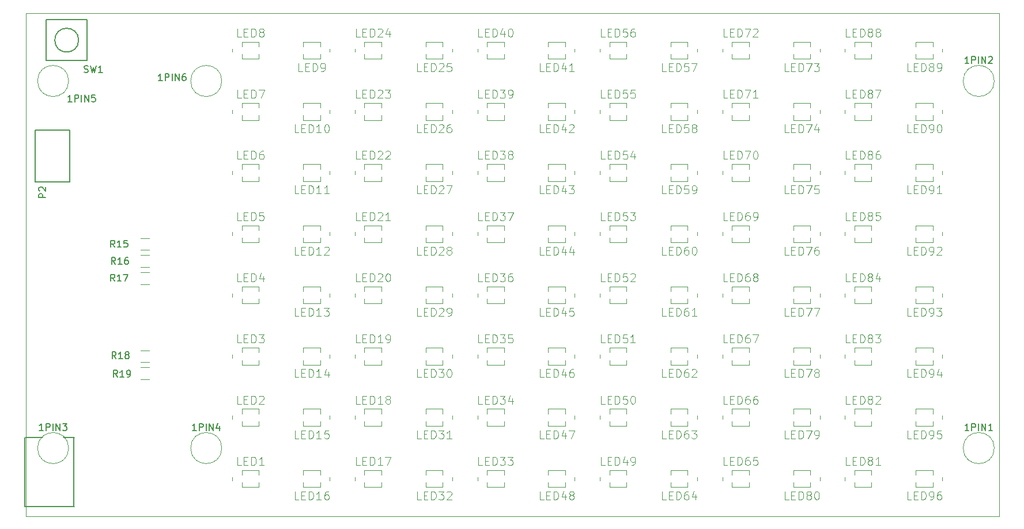
<source format=gbr>
G04 #@! TF.GenerationSoftware,KiCad,Pcbnew,(5.1.4)-1*
G04 #@! TF.CreationDate,2019-08-22T10:31:36+01:00*
G04 #@! TF.ProjectId,lpa96,6c706139-362e-46b6-9963-61645f706362,2.0*
G04 #@! TF.SameCoordinates,Original*
G04 #@! TF.FileFunction,Legend,Top*
G04 #@! TF.FilePolarity,Positive*
%FSLAX46Y46*%
G04 Gerber Fmt 4.6, Leading zero omitted, Abs format (unit mm)*
G04 Created by KiCad (PCBNEW (5.1.4)-1) date 2019-08-22 10:31:36*
%MOMM*%
%LPD*%
G04 APERTURE LIST*
%ADD10C,0.100000*%
%ADD11C,0.120000*%
%ADD12C,0.152400*%
%ADD13C,0.203200*%
%ADD14C,0.150000*%
%ADD15C,4.164000*%
%ADD16R,0.800000X1.400000*%
%ADD17R,1.540000X0.850000*%
%ADD18R,2.400000X2.400000*%
%ADD19C,2.600000*%
%ADD20R,1.624000X1.624000*%
%ADD21C,1.624000*%
%ADD22R,1.650000X1.400000*%
%ADD23C,1.700000*%
G04 APERTURE END LIST*
D10*
X67000000Y-168500000D02*
X67000000Y-94500000D01*
X210000000Y-168500000D02*
X67000000Y-168500000D01*
X210000000Y-94500000D02*
X210000000Y-168500000D01*
X67000000Y-94500000D02*
X210000000Y-94500000D01*
D11*
X209286000Y-158500000D02*
G75*
G03X209286000Y-158500000I-2286000J0D01*
G01*
X209286000Y-104500000D02*
G75*
G03X209286000Y-104500000I-2286000J0D01*
G01*
X73286000Y-158500000D02*
G75*
G03X73286000Y-158500000I-2286000J0D01*
G01*
X95786000Y-158500000D02*
G75*
G03X95786000Y-158500000I-2286000J0D01*
G01*
X95786000Y-104500000D02*
G75*
G03X95786000Y-104500000I-2286000J0D01*
G01*
X73286000Y-104500000D02*
G75*
G03X73286000Y-104500000I-2286000J0D01*
G01*
X85100000Y-129380000D02*
X83900000Y-129380000D01*
X83900000Y-127620000D02*
X85100000Y-127620000D01*
X85100000Y-131880000D02*
X83900000Y-131880000D01*
X83900000Y-130120000D02*
X85100000Y-130120000D01*
X85100000Y-134380000D02*
X83900000Y-134380000D01*
X83900000Y-132620000D02*
X85100000Y-132620000D01*
X85100000Y-145880000D02*
X83900000Y-145880000D01*
X83900000Y-144120000D02*
X85100000Y-144120000D01*
X85100000Y-148380000D02*
X83900000Y-148380000D01*
X83900000Y-146620000D02*
X85100000Y-146620000D01*
X98750000Y-162445000D02*
X98750000Y-161750000D01*
X101250000Y-163555000D02*
X101250000Y-164250000D01*
X101250000Y-164250000D02*
X98750000Y-164250000D01*
X98750000Y-164250000D02*
X98750000Y-163555000D01*
X98750000Y-161750000D02*
X101250000Y-161750000D01*
X101250000Y-161750000D02*
X101250000Y-162445000D01*
X97360000Y-163250000D02*
X97360000Y-162750000D01*
X98750000Y-153445000D02*
X98750000Y-152750000D01*
X101250000Y-154555000D02*
X101250000Y-155250000D01*
X101250000Y-155250000D02*
X98750000Y-155250000D01*
X98750000Y-155250000D02*
X98750000Y-154555000D01*
X98750000Y-152750000D02*
X101250000Y-152750000D01*
X101250000Y-152750000D02*
X101250000Y-153445000D01*
X97360000Y-154250000D02*
X97360000Y-153750000D01*
X98750000Y-144445000D02*
X98750000Y-143750000D01*
X101250000Y-145555000D02*
X101250000Y-146250000D01*
X101250000Y-146250000D02*
X98750000Y-146250000D01*
X98750000Y-146250000D02*
X98750000Y-145555000D01*
X98750000Y-143750000D02*
X101250000Y-143750000D01*
X101250000Y-143750000D02*
X101250000Y-144445000D01*
X97360000Y-145250000D02*
X97360000Y-144750000D01*
X98750000Y-135445000D02*
X98750000Y-134750000D01*
X101250000Y-136555000D02*
X101250000Y-137250000D01*
X101250000Y-137250000D02*
X98750000Y-137250000D01*
X98750000Y-137250000D02*
X98750000Y-136555000D01*
X98750000Y-134750000D02*
X101250000Y-134750000D01*
X101250000Y-134750000D02*
X101250000Y-135445000D01*
X97360000Y-136250000D02*
X97360000Y-135750000D01*
X98750000Y-126445000D02*
X98750000Y-125750000D01*
X101250000Y-127555000D02*
X101250000Y-128250000D01*
X101250000Y-128250000D02*
X98750000Y-128250000D01*
X98750000Y-128250000D02*
X98750000Y-127555000D01*
X98750000Y-125750000D02*
X101250000Y-125750000D01*
X101250000Y-125750000D02*
X101250000Y-126445000D01*
X97360000Y-127250000D02*
X97360000Y-126750000D01*
X98750000Y-117445000D02*
X98750000Y-116750000D01*
X101250000Y-118555000D02*
X101250000Y-119250000D01*
X101250000Y-119250000D02*
X98750000Y-119250000D01*
X98750000Y-119250000D02*
X98750000Y-118555000D01*
X98750000Y-116750000D02*
X101250000Y-116750000D01*
X101250000Y-116750000D02*
X101250000Y-117445000D01*
X97360000Y-118250000D02*
X97360000Y-117750000D01*
X98750000Y-108445000D02*
X98750000Y-107750000D01*
X101250000Y-109555000D02*
X101250000Y-110250000D01*
X101250000Y-110250000D02*
X98750000Y-110250000D01*
X98750000Y-110250000D02*
X98750000Y-109555000D01*
X98750000Y-107750000D02*
X101250000Y-107750000D01*
X101250000Y-107750000D02*
X101250000Y-108445000D01*
X97360000Y-109250000D02*
X97360000Y-108750000D01*
X98750000Y-99445000D02*
X98750000Y-98750000D01*
X101250000Y-100555000D02*
X101250000Y-101250000D01*
X101250000Y-101250000D02*
X98750000Y-101250000D01*
X98750000Y-101250000D02*
X98750000Y-100555000D01*
X98750000Y-98750000D02*
X101250000Y-98750000D01*
X101250000Y-98750000D02*
X101250000Y-99445000D01*
X97360000Y-100250000D02*
X97360000Y-99750000D01*
X110250000Y-100555000D02*
X110250000Y-101250000D01*
X107750000Y-99445000D02*
X107750000Y-98750000D01*
X107750000Y-98750000D02*
X110250000Y-98750000D01*
X110250000Y-98750000D02*
X110250000Y-99445000D01*
X110250000Y-101250000D02*
X107750000Y-101250000D01*
X107750000Y-101250000D02*
X107750000Y-100555000D01*
X111640000Y-99750000D02*
X111640000Y-100250000D01*
X110250000Y-109555000D02*
X110250000Y-110250000D01*
X107750000Y-108445000D02*
X107750000Y-107750000D01*
X107750000Y-107750000D02*
X110250000Y-107750000D01*
X110250000Y-107750000D02*
X110250000Y-108445000D01*
X110250000Y-110250000D02*
X107750000Y-110250000D01*
X107750000Y-110250000D02*
X107750000Y-109555000D01*
X111640000Y-108750000D02*
X111640000Y-109250000D01*
X110250000Y-118555000D02*
X110250000Y-119250000D01*
X107750000Y-117445000D02*
X107750000Y-116750000D01*
X107750000Y-116750000D02*
X110250000Y-116750000D01*
X110250000Y-116750000D02*
X110250000Y-117445000D01*
X110250000Y-119250000D02*
X107750000Y-119250000D01*
X107750000Y-119250000D02*
X107750000Y-118555000D01*
X111640000Y-117750000D02*
X111640000Y-118250000D01*
X110250000Y-127555000D02*
X110250000Y-128250000D01*
X107750000Y-126445000D02*
X107750000Y-125750000D01*
X107750000Y-125750000D02*
X110250000Y-125750000D01*
X110250000Y-125750000D02*
X110250000Y-126445000D01*
X110250000Y-128250000D02*
X107750000Y-128250000D01*
X107750000Y-128250000D02*
X107750000Y-127555000D01*
X111640000Y-126750000D02*
X111640000Y-127250000D01*
X110250000Y-136555000D02*
X110250000Y-137250000D01*
X107750000Y-135445000D02*
X107750000Y-134750000D01*
X107750000Y-134750000D02*
X110250000Y-134750000D01*
X110250000Y-134750000D02*
X110250000Y-135445000D01*
X110250000Y-137250000D02*
X107750000Y-137250000D01*
X107750000Y-137250000D02*
X107750000Y-136555000D01*
X111640000Y-135750000D02*
X111640000Y-136250000D01*
X110250000Y-145555000D02*
X110250000Y-146250000D01*
X107750000Y-144445000D02*
X107750000Y-143750000D01*
X107750000Y-143750000D02*
X110250000Y-143750000D01*
X110250000Y-143750000D02*
X110250000Y-144445000D01*
X110250000Y-146250000D02*
X107750000Y-146250000D01*
X107750000Y-146250000D02*
X107750000Y-145555000D01*
X111640000Y-144750000D02*
X111640000Y-145250000D01*
X110250000Y-154555000D02*
X110250000Y-155250000D01*
X107750000Y-153445000D02*
X107750000Y-152750000D01*
X107750000Y-152750000D02*
X110250000Y-152750000D01*
X110250000Y-152750000D02*
X110250000Y-153445000D01*
X110250000Y-155250000D02*
X107750000Y-155250000D01*
X107750000Y-155250000D02*
X107750000Y-154555000D01*
X111640000Y-153750000D02*
X111640000Y-154250000D01*
X110250000Y-163555000D02*
X110250000Y-164250000D01*
X107750000Y-162445000D02*
X107750000Y-161750000D01*
X107750000Y-161750000D02*
X110250000Y-161750000D01*
X110250000Y-161750000D02*
X110250000Y-162445000D01*
X110250000Y-164250000D02*
X107750000Y-164250000D01*
X107750000Y-164250000D02*
X107750000Y-163555000D01*
X111640000Y-162750000D02*
X111640000Y-163250000D01*
X116750000Y-162445000D02*
X116750000Y-161750000D01*
X119250000Y-163555000D02*
X119250000Y-164250000D01*
X119250000Y-164250000D02*
X116750000Y-164250000D01*
X116750000Y-164250000D02*
X116750000Y-163555000D01*
X116750000Y-161750000D02*
X119250000Y-161750000D01*
X119250000Y-161750000D02*
X119250000Y-162445000D01*
X115360000Y-163250000D02*
X115360000Y-162750000D01*
X116750000Y-153445000D02*
X116750000Y-152750000D01*
X119250000Y-154555000D02*
X119250000Y-155250000D01*
X119250000Y-155250000D02*
X116750000Y-155250000D01*
X116750000Y-155250000D02*
X116750000Y-154555000D01*
X116750000Y-152750000D02*
X119250000Y-152750000D01*
X119250000Y-152750000D02*
X119250000Y-153445000D01*
X115360000Y-154250000D02*
X115360000Y-153750000D01*
X116750000Y-144445000D02*
X116750000Y-143750000D01*
X119250000Y-145555000D02*
X119250000Y-146250000D01*
X119250000Y-146250000D02*
X116750000Y-146250000D01*
X116750000Y-146250000D02*
X116750000Y-145555000D01*
X116750000Y-143750000D02*
X119250000Y-143750000D01*
X119250000Y-143750000D02*
X119250000Y-144445000D01*
X115360000Y-145250000D02*
X115360000Y-144750000D01*
X116750000Y-135445000D02*
X116750000Y-134750000D01*
X119250000Y-136555000D02*
X119250000Y-137250000D01*
X119250000Y-137250000D02*
X116750000Y-137250000D01*
X116750000Y-137250000D02*
X116750000Y-136555000D01*
X116750000Y-134750000D02*
X119250000Y-134750000D01*
X119250000Y-134750000D02*
X119250000Y-135445000D01*
X115360000Y-136250000D02*
X115360000Y-135750000D01*
X116750000Y-126445000D02*
X116750000Y-125750000D01*
X119250000Y-127555000D02*
X119250000Y-128250000D01*
X119250000Y-128250000D02*
X116750000Y-128250000D01*
X116750000Y-128250000D02*
X116750000Y-127555000D01*
X116750000Y-125750000D02*
X119250000Y-125750000D01*
X119250000Y-125750000D02*
X119250000Y-126445000D01*
X115360000Y-127250000D02*
X115360000Y-126750000D01*
X116750000Y-117445000D02*
X116750000Y-116750000D01*
X119250000Y-118555000D02*
X119250000Y-119250000D01*
X119250000Y-119250000D02*
X116750000Y-119250000D01*
X116750000Y-119250000D02*
X116750000Y-118555000D01*
X116750000Y-116750000D02*
X119250000Y-116750000D01*
X119250000Y-116750000D02*
X119250000Y-117445000D01*
X115360000Y-118250000D02*
X115360000Y-117750000D01*
X116750000Y-108445000D02*
X116750000Y-107750000D01*
X119250000Y-109555000D02*
X119250000Y-110250000D01*
X119250000Y-110250000D02*
X116750000Y-110250000D01*
X116750000Y-110250000D02*
X116750000Y-109555000D01*
X116750000Y-107750000D02*
X119250000Y-107750000D01*
X119250000Y-107750000D02*
X119250000Y-108445000D01*
X115360000Y-109250000D02*
X115360000Y-108750000D01*
X116750000Y-99445000D02*
X116750000Y-98750000D01*
X119250000Y-100555000D02*
X119250000Y-101250000D01*
X119250000Y-101250000D02*
X116750000Y-101250000D01*
X116750000Y-101250000D02*
X116750000Y-100555000D01*
X116750000Y-98750000D02*
X119250000Y-98750000D01*
X119250000Y-98750000D02*
X119250000Y-99445000D01*
X115360000Y-100250000D02*
X115360000Y-99750000D01*
X128250000Y-100555000D02*
X128250000Y-101250000D01*
X125750000Y-99445000D02*
X125750000Y-98750000D01*
X125750000Y-98750000D02*
X128250000Y-98750000D01*
X128250000Y-98750000D02*
X128250000Y-99445000D01*
X128250000Y-101250000D02*
X125750000Y-101250000D01*
X125750000Y-101250000D02*
X125750000Y-100555000D01*
X129640000Y-99750000D02*
X129640000Y-100250000D01*
X128250000Y-109555000D02*
X128250000Y-110250000D01*
X125750000Y-108445000D02*
X125750000Y-107750000D01*
X125750000Y-107750000D02*
X128250000Y-107750000D01*
X128250000Y-107750000D02*
X128250000Y-108445000D01*
X128250000Y-110250000D02*
X125750000Y-110250000D01*
X125750000Y-110250000D02*
X125750000Y-109555000D01*
X129640000Y-108750000D02*
X129640000Y-109250000D01*
X128250000Y-118555000D02*
X128250000Y-119250000D01*
X125750000Y-117445000D02*
X125750000Y-116750000D01*
X125750000Y-116750000D02*
X128250000Y-116750000D01*
X128250000Y-116750000D02*
X128250000Y-117445000D01*
X128250000Y-119250000D02*
X125750000Y-119250000D01*
X125750000Y-119250000D02*
X125750000Y-118555000D01*
X129640000Y-117750000D02*
X129640000Y-118250000D01*
X128250000Y-127555000D02*
X128250000Y-128250000D01*
X125750000Y-126445000D02*
X125750000Y-125750000D01*
X125750000Y-125750000D02*
X128250000Y-125750000D01*
X128250000Y-125750000D02*
X128250000Y-126445000D01*
X128250000Y-128250000D02*
X125750000Y-128250000D01*
X125750000Y-128250000D02*
X125750000Y-127555000D01*
X129640000Y-126750000D02*
X129640000Y-127250000D01*
X128250000Y-136555000D02*
X128250000Y-137250000D01*
X125750000Y-135445000D02*
X125750000Y-134750000D01*
X125750000Y-134750000D02*
X128250000Y-134750000D01*
X128250000Y-134750000D02*
X128250000Y-135445000D01*
X128250000Y-137250000D02*
X125750000Y-137250000D01*
X125750000Y-137250000D02*
X125750000Y-136555000D01*
X129640000Y-135750000D02*
X129640000Y-136250000D01*
X128250000Y-145555000D02*
X128250000Y-146250000D01*
X125750000Y-144445000D02*
X125750000Y-143750000D01*
X125750000Y-143750000D02*
X128250000Y-143750000D01*
X128250000Y-143750000D02*
X128250000Y-144445000D01*
X128250000Y-146250000D02*
X125750000Y-146250000D01*
X125750000Y-146250000D02*
X125750000Y-145555000D01*
X129640000Y-144750000D02*
X129640000Y-145250000D01*
X128250000Y-154555000D02*
X128250000Y-155250000D01*
X125750000Y-153445000D02*
X125750000Y-152750000D01*
X125750000Y-152750000D02*
X128250000Y-152750000D01*
X128250000Y-152750000D02*
X128250000Y-153445000D01*
X128250000Y-155250000D02*
X125750000Y-155250000D01*
X125750000Y-155250000D02*
X125750000Y-154555000D01*
X129640000Y-153750000D02*
X129640000Y-154250000D01*
X128250000Y-163555000D02*
X128250000Y-164250000D01*
X125750000Y-162445000D02*
X125750000Y-161750000D01*
X125750000Y-161750000D02*
X128250000Y-161750000D01*
X128250000Y-161750000D02*
X128250000Y-162445000D01*
X128250000Y-164250000D02*
X125750000Y-164250000D01*
X125750000Y-164250000D02*
X125750000Y-163555000D01*
X129640000Y-162750000D02*
X129640000Y-163250000D01*
X134750000Y-162445000D02*
X134750000Y-161750000D01*
X137250000Y-163555000D02*
X137250000Y-164250000D01*
X137250000Y-164250000D02*
X134750000Y-164250000D01*
X134750000Y-164250000D02*
X134750000Y-163555000D01*
X134750000Y-161750000D02*
X137250000Y-161750000D01*
X137250000Y-161750000D02*
X137250000Y-162445000D01*
X133360000Y-163250000D02*
X133360000Y-162750000D01*
X134750000Y-153445000D02*
X134750000Y-152750000D01*
X137250000Y-154555000D02*
X137250000Y-155250000D01*
X137250000Y-155250000D02*
X134750000Y-155250000D01*
X134750000Y-155250000D02*
X134750000Y-154555000D01*
X134750000Y-152750000D02*
X137250000Y-152750000D01*
X137250000Y-152750000D02*
X137250000Y-153445000D01*
X133360000Y-154250000D02*
X133360000Y-153750000D01*
X134750000Y-144445000D02*
X134750000Y-143750000D01*
X137250000Y-145555000D02*
X137250000Y-146250000D01*
X137250000Y-146250000D02*
X134750000Y-146250000D01*
X134750000Y-146250000D02*
X134750000Y-145555000D01*
X134750000Y-143750000D02*
X137250000Y-143750000D01*
X137250000Y-143750000D02*
X137250000Y-144445000D01*
X133360000Y-145250000D02*
X133360000Y-144750000D01*
X134750000Y-135445000D02*
X134750000Y-134750000D01*
X137250000Y-136555000D02*
X137250000Y-137250000D01*
X137250000Y-137250000D02*
X134750000Y-137250000D01*
X134750000Y-137250000D02*
X134750000Y-136555000D01*
X134750000Y-134750000D02*
X137250000Y-134750000D01*
X137250000Y-134750000D02*
X137250000Y-135445000D01*
X133360000Y-136250000D02*
X133360000Y-135750000D01*
X134750000Y-126445000D02*
X134750000Y-125750000D01*
X137250000Y-127555000D02*
X137250000Y-128250000D01*
X137250000Y-128250000D02*
X134750000Y-128250000D01*
X134750000Y-128250000D02*
X134750000Y-127555000D01*
X134750000Y-125750000D02*
X137250000Y-125750000D01*
X137250000Y-125750000D02*
X137250000Y-126445000D01*
X133360000Y-127250000D02*
X133360000Y-126750000D01*
X134750000Y-117445000D02*
X134750000Y-116750000D01*
X137250000Y-118555000D02*
X137250000Y-119250000D01*
X137250000Y-119250000D02*
X134750000Y-119250000D01*
X134750000Y-119250000D02*
X134750000Y-118555000D01*
X134750000Y-116750000D02*
X137250000Y-116750000D01*
X137250000Y-116750000D02*
X137250000Y-117445000D01*
X133360000Y-118250000D02*
X133360000Y-117750000D01*
X134750000Y-108445000D02*
X134750000Y-107750000D01*
X137250000Y-109555000D02*
X137250000Y-110250000D01*
X137250000Y-110250000D02*
X134750000Y-110250000D01*
X134750000Y-110250000D02*
X134750000Y-109555000D01*
X134750000Y-107750000D02*
X137250000Y-107750000D01*
X137250000Y-107750000D02*
X137250000Y-108445000D01*
X133360000Y-109250000D02*
X133360000Y-108750000D01*
X134750000Y-99445000D02*
X134750000Y-98750000D01*
X137250000Y-100555000D02*
X137250000Y-101250000D01*
X137250000Y-101250000D02*
X134750000Y-101250000D01*
X134750000Y-101250000D02*
X134750000Y-100555000D01*
X134750000Y-98750000D02*
X137250000Y-98750000D01*
X137250000Y-98750000D02*
X137250000Y-99445000D01*
X133360000Y-100250000D02*
X133360000Y-99750000D01*
X146250000Y-100555000D02*
X146250000Y-101250000D01*
X143750000Y-99445000D02*
X143750000Y-98750000D01*
X143750000Y-98750000D02*
X146250000Y-98750000D01*
X146250000Y-98750000D02*
X146250000Y-99445000D01*
X146250000Y-101250000D02*
X143750000Y-101250000D01*
X143750000Y-101250000D02*
X143750000Y-100555000D01*
X147640000Y-99750000D02*
X147640000Y-100250000D01*
X146250000Y-109555000D02*
X146250000Y-110250000D01*
X143750000Y-108445000D02*
X143750000Y-107750000D01*
X143750000Y-107750000D02*
X146250000Y-107750000D01*
X146250000Y-107750000D02*
X146250000Y-108445000D01*
X146250000Y-110250000D02*
X143750000Y-110250000D01*
X143750000Y-110250000D02*
X143750000Y-109555000D01*
X147640000Y-108750000D02*
X147640000Y-109250000D01*
X146250000Y-118555000D02*
X146250000Y-119250000D01*
X143750000Y-117445000D02*
X143750000Y-116750000D01*
X143750000Y-116750000D02*
X146250000Y-116750000D01*
X146250000Y-116750000D02*
X146250000Y-117445000D01*
X146250000Y-119250000D02*
X143750000Y-119250000D01*
X143750000Y-119250000D02*
X143750000Y-118555000D01*
X147640000Y-117750000D02*
X147640000Y-118250000D01*
X146250000Y-127555000D02*
X146250000Y-128250000D01*
X143750000Y-126445000D02*
X143750000Y-125750000D01*
X143750000Y-125750000D02*
X146250000Y-125750000D01*
X146250000Y-125750000D02*
X146250000Y-126445000D01*
X146250000Y-128250000D02*
X143750000Y-128250000D01*
X143750000Y-128250000D02*
X143750000Y-127555000D01*
X147640000Y-126750000D02*
X147640000Y-127250000D01*
X146250000Y-136555000D02*
X146250000Y-137250000D01*
X143750000Y-135445000D02*
X143750000Y-134750000D01*
X143750000Y-134750000D02*
X146250000Y-134750000D01*
X146250000Y-134750000D02*
X146250000Y-135445000D01*
X146250000Y-137250000D02*
X143750000Y-137250000D01*
X143750000Y-137250000D02*
X143750000Y-136555000D01*
X147640000Y-135750000D02*
X147640000Y-136250000D01*
X146250000Y-145555000D02*
X146250000Y-146250000D01*
X143750000Y-144445000D02*
X143750000Y-143750000D01*
X143750000Y-143750000D02*
X146250000Y-143750000D01*
X146250000Y-143750000D02*
X146250000Y-144445000D01*
X146250000Y-146250000D02*
X143750000Y-146250000D01*
X143750000Y-146250000D02*
X143750000Y-145555000D01*
X147640000Y-144750000D02*
X147640000Y-145250000D01*
X146250000Y-154555000D02*
X146250000Y-155250000D01*
X143750000Y-153445000D02*
X143750000Y-152750000D01*
X143750000Y-152750000D02*
X146250000Y-152750000D01*
X146250000Y-152750000D02*
X146250000Y-153445000D01*
X146250000Y-155250000D02*
X143750000Y-155250000D01*
X143750000Y-155250000D02*
X143750000Y-154555000D01*
X147640000Y-153750000D02*
X147640000Y-154250000D01*
X146250000Y-163555000D02*
X146250000Y-164250000D01*
X143750000Y-162445000D02*
X143750000Y-161750000D01*
X143750000Y-161750000D02*
X146250000Y-161750000D01*
X146250000Y-161750000D02*
X146250000Y-162445000D01*
X146250000Y-164250000D02*
X143750000Y-164250000D01*
X143750000Y-164250000D02*
X143750000Y-163555000D01*
X147640000Y-162750000D02*
X147640000Y-163250000D01*
X152750000Y-162445000D02*
X152750000Y-161750000D01*
X155250000Y-163555000D02*
X155250000Y-164250000D01*
X155250000Y-164250000D02*
X152750000Y-164250000D01*
X152750000Y-164250000D02*
X152750000Y-163555000D01*
X152750000Y-161750000D02*
X155250000Y-161750000D01*
X155250000Y-161750000D02*
X155250000Y-162445000D01*
X151360000Y-163250000D02*
X151360000Y-162750000D01*
X152750000Y-153445000D02*
X152750000Y-152750000D01*
X155250000Y-154555000D02*
X155250000Y-155250000D01*
X155250000Y-155250000D02*
X152750000Y-155250000D01*
X152750000Y-155250000D02*
X152750000Y-154555000D01*
X152750000Y-152750000D02*
X155250000Y-152750000D01*
X155250000Y-152750000D02*
X155250000Y-153445000D01*
X151360000Y-154250000D02*
X151360000Y-153750000D01*
X152750000Y-144445000D02*
X152750000Y-143750000D01*
X155250000Y-145555000D02*
X155250000Y-146250000D01*
X155250000Y-146250000D02*
X152750000Y-146250000D01*
X152750000Y-146250000D02*
X152750000Y-145555000D01*
X152750000Y-143750000D02*
X155250000Y-143750000D01*
X155250000Y-143750000D02*
X155250000Y-144445000D01*
X151360000Y-145250000D02*
X151360000Y-144750000D01*
X152750000Y-135445000D02*
X152750000Y-134750000D01*
X155250000Y-136555000D02*
X155250000Y-137250000D01*
X155250000Y-137250000D02*
X152750000Y-137250000D01*
X152750000Y-137250000D02*
X152750000Y-136555000D01*
X152750000Y-134750000D02*
X155250000Y-134750000D01*
X155250000Y-134750000D02*
X155250000Y-135445000D01*
X151360000Y-136250000D02*
X151360000Y-135750000D01*
X152750000Y-126445000D02*
X152750000Y-125750000D01*
X155250000Y-127555000D02*
X155250000Y-128250000D01*
X155250000Y-128250000D02*
X152750000Y-128250000D01*
X152750000Y-128250000D02*
X152750000Y-127555000D01*
X152750000Y-125750000D02*
X155250000Y-125750000D01*
X155250000Y-125750000D02*
X155250000Y-126445000D01*
X151360000Y-127250000D02*
X151360000Y-126750000D01*
X152750000Y-117445000D02*
X152750000Y-116750000D01*
X155250000Y-118555000D02*
X155250000Y-119250000D01*
X155250000Y-119250000D02*
X152750000Y-119250000D01*
X152750000Y-119250000D02*
X152750000Y-118555000D01*
X152750000Y-116750000D02*
X155250000Y-116750000D01*
X155250000Y-116750000D02*
X155250000Y-117445000D01*
X151360000Y-118250000D02*
X151360000Y-117750000D01*
X152750000Y-108445000D02*
X152750000Y-107750000D01*
X155250000Y-109555000D02*
X155250000Y-110250000D01*
X155250000Y-110250000D02*
X152750000Y-110250000D01*
X152750000Y-110250000D02*
X152750000Y-109555000D01*
X152750000Y-107750000D02*
X155250000Y-107750000D01*
X155250000Y-107750000D02*
X155250000Y-108445000D01*
X151360000Y-109250000D02*
X151360000Y-108750000D01*
X152750000Y-99445000D02*
X152750000Y-98750000D01*
X155250000Y-100555000D02*
X155250000Y-101250000D01*
X155250000Y-101250000D02*
X152750000Y-101250000D01*
X152750000Y-101250000D02*
X152750000Y-100555000D01*
X152750000Y-98750000D02*
X155250000Y-98750000D01*
X155250000Y-98750000D02*
X155250000Y-99445000D01*
X151360000Y-100250000D02*
X151360000Y-99750000D01*
X164250000Y-100555000D02*
X164250000Y-101250000D01*
X161750000Y-99445000D02*
X161750000Y-98750000D01*
X161750000Y-98750000D02*
X164250000Y-98750000D01*
X164250000Y-98750000D02*
X164250000Y-99445000D01*
X164250000Y-101250000D02*
X161750000Y-101250000D01*
X161750000Y-101250000D02*
X161750000Y-100555000D01*
X165640000Y-99750000D02*
X165640000Y-100250000D01*
X164250000Y-109555000D02*
X164250000Y-110250000D01*
X161750000Y-108445000D02*
X161750000Y-107750000D01*
X161750000Y-107750000D02*
X164250000Y-107750000D01*
X164250000Y-107750000D02*
X164250000Y-108445000D01*
X164250000Y-110250000D02*
X161750000Y-110250000D01*
X161750000Y-110250000D02*
X161750000Y-109555000D01*
X165640000Y-108750000D02*
X165640000Y-109250000D01*
X164250000Y-118555000D02*
X164250000Y-119250000D01*
X161750000Y-117445000D02*
X161750000Y-116750000D01*
X161750000Y-116750000D02*
X164250000Y-116750000D01*
X164250000Y-116750000D02*
X164250000Y-117445000D01*
X164250000Y-119250000D02*
X161750000Y-119250000D01*
X161750000Y-119250000D02*
X161750000Y-118555000D01*
X165640000Y-117750000D02*
X165640000Y-118250000D01*
X164250000Y-127555000D02*
X164250000Y-128250000D01*
X161750000Y-126445000D02*
X161750000Y-125750000D01*
X161750000Y-125750000D02*
X164250000Y-125750000D01*
X164250000Y-125750000D02*
X164250000Y-126445000D01*
X164250000Y-128250000D02*
X161750000Y-128250000D01*
X161750000Y-128250000D02*
X161750000Y-127555000D01*
X165640000Y-126750000D02*
X165640000Y-127250000D01*
X164250000Y-136555000D02*
X164250000Y-137250000D01*
X161750000Y-135445000D02*
X161750000Y-134750000D01*
X161750000Y-134750000D02*
X164250000Y-134750000D01*
X164250000Y-134750000D02*
X164250000Y-135445000D01*
X164250000Y-137250000D02*
X161750000Y-137250000D01*
X161750000Y-137250000D02*
X161750000Y-136555000D01*
X165640000Y-135750000D02*
X165640000Y-136250000D01*
X164250000Y-145555000D02*
X164250000Y-146250000D01*
X161750000Y-144445000D02*
X161750000Y-143750000D01*
X161750000Y-143750000D02*
X164250000Y-143750000D01*
X164250000Y-143750000D02*
X164250000Y-144445000D01*
X164250000Y-146250000D02*
X161750000Y-146250000D01*
X161750000Y-146250000D02*
X161750000Y-145555000D01*
X165640000Y-144750000D02*
X165640000Y-145250000D01*
X164250000Y-154555000D02*
X164250000Y-155250000D01*
X161750000Y-153445000D02*
X161750000Y-152750000D01*
X161750000Y-152750000D02*
X164250000Y-152750000D01*
X164250000Y-152750000D02*
X164250000Y-153445000D01*
X164250000Y-155250000D02*
X161750000Y-155250000D01*
X161750000Y-155250000D02*
X161750000Y-154555000D01*
X165640000Y-153750000D02*
X165640000Y-154250000D01*
X164250000Y-163555000D02*
X164250000Y-164250000D01*
X161750000Y-162445000D02*
X161750000Y-161750000D01*
X161750000Y-161750000D02*
X164250000Y-161750000D01*
X164250000Y-161750000D02*
X164250000Y-162445000D01*
X164250000Y-164250000D02*
X161750000Y-164250000D01*
X161750000Y-164250000D02*
X161750000Y-163555000D01*
X165640000Y-162750000D02*
X165640000Y-163250000D01*
X170750000Y-162445000D02*
X170750000Y-161750000D01*
X173250000Y-163555000D02*
X173250000Y-164250000D01*
X173250000Y-164250000D02*
X170750000Y-164250000D01*
X170750000Y-164250000D02*
X170750000Y-163555000D01*
X170750000Y-161750000D02*
X173250000Y-161750000D01*
X173250000Y-161750000D02*
X173250000Y-162445000D01*
X169360000Y-163250000D02*
X169360000Y-162750000D01*
X170750000Y-153445000D02*
X170750000Y-152750000D01*
X173250000Y-154555000D02*
X173250000Y-155250000D01*
X173250000Y-155250000D02*
X170750000Y-155250000D01*
X170750000Y-155250000D02*
X170750000Y-154555000D01*
X170750000Y-152750000D02*
X173250000Y-152750000D01*
X173250000Y-152750000D02*
X173250000Y-153445000D01*
X169360000Y-154250000D02*
X169360000Y-153750000D01*
X170750000Y-144445000D02*
X170750000Y-143750000D01*
X173250000Y-145555000D02*
X173250000Y-146250000D01*
X173250000Y-146250000D02*
X170750000Y-146250000D01*
X170750000Y-146250000D02*
X170750000Y-145555000D01*
X170750000Y-143750000D02*
X173250000Y-143750000D01*
X173250000Y-143750000D02*
X173250000Y-144445000D01*
X169360000Y-145250000D02*
X169360000Y-144750000D01*
X170750000Y-135445000D02*
X170750000Y-134750000D01*
X173250000Y-136555000D02*
X173250000Y-137250000D01*
X173250000Y-137250000D02*
X170750000Y-137250000D01*
X170750000Y-137250000D02*
X170750000Y-136555000D01*
X170750000Y-134750000D02*
X173250000Y-134750000D01*
X173250000Y-134750000D02*
X173250000Y-135445000D01*
X169360000Y-136250000D02*
X169360000Y-135750000D01*
X170750000Y-126445000D02*
X170750000Y-125750000D01*
X173250000Y-127555000D02*
X173250000Y-128250000D01*
X173250000Y-128250000D02*
X170750000Y-128250000D01*
X170750000Y-128250000D02*
X170750000Y-127555000D01*
X170750000Y-125750000D02*
X173250000Y-125750000D01*
X173250000Y-125750000D02*
X173250000Y-126445000D01*
X169360000Y-127250000D02*
X169360000Y-126750000D01*
X170750000Y-117445000D02*
X170750000Y-116750000D01*
X173250000Y-118555000D02*
X173250000Y-119250000D01*
X173250000Y-119250000D02*
X170750000Y-119250000D01*
X170750000Y-119250000D02*
X170750000Y-118555000D01*
X170750000Y-116750000D02*
X173250000Y-116750000D01*
X173250000Y-116750000D02*
X173250000Y-117445000D01*
X169360000Y-118250000D02*
X169360000Y-117750000D01*
X170750000Y-108445000D02*
X170750000Y-107750000D01*
X173250000Y-109555000D02*
X173250000Y-110250000D01*
X173250000Y-110250000D02*
X170750000Y-110250000D01*
X170750000Y-110250000D02*
X170750000Y-109555000D01*
X170750000Y-107750000D02*
X173250000Y-107750000D01*
X173250000Y-107750000D02*
X173250000Y-108445000D01*
X169360000Y-109250000D02*
X169360000Y-108750000D01*
X170750000Y-99445000D02*
X170750000Y-98750000D01*
X173250000Y-100555000D02*
X173250000Y-101250000D01*
X173250000Y-101250000D02*
X170750000Y-101250000D01*
X170750000Y-101250000D02*
X170750000Y-100555000D01*
X170750000Y-98750000D02*
X173250000Y-98750000D01*
X173250000Y-98750000D02*
X173250000Y-99445000D01*
X169360000Y-100250000D02*
X169360000Y-99750000D01*
X182250000Y-100555000D02*
X182250000Y-101250000D01*
X179750000Y-99445000D02*
X179750000Y-98750000D01*
X179750000Y-98750000D02*
X182250000Y-98750000D01*
X182250000Y-98750000D02*
X182250000Y-99445000D01*
X182250000Y-101250000D02*
X179750000Y-101250000D01*
X179750000Y-101250000D02*
X179750000Y-100555000D01*
X183640000Y-99750000D02*
X183640000Y-100250000D01*
X182250000Y-109555000D02*
X182250000Y-110250000D01*
X179750000Y-108445000D02*
X179750000Y-107750000D01*
X179750000Y-107750000D02*
X182250000Y-107750000D01*
X182250000Y-107750000D02*
X182250000Y-108445000D01*
X182250000Y-110250000D02*
X179750000Y-110250000D01*
X179750000Y-110250000D02*
X179750000Y-109555000D01*
X183640000Y-108750000D02*
X183640000Y-109250000D01*
X182250000Y-118555000D02*
X182250000Y-119250000D01*
X179750000Y-117445000D02*
X179750000Y-116750000D01*
X179750000Y-116750000D02*
X182250000Y-116750000D01*
X182250000Y-116750000D02*
X182250000Y-117445000D01*
X182250000Y-119250000D02*
X179750000Y-119250000D01*
X179750000Y-119250000D02*
X179750000Y-118555000D01*
X183640000Y-117750000D02*
X183640000Y-118250000D01*
X182250000Y-127555000D02*
X182250000Y-128250000D01*
X179750000Y-126445000D02*
X179750000Y-125750000D01*
X179750000Y-125750000D02*
X182250000Y-125750000D01*
X182250000Y-125750000D02*
X182250000Y-126445000D01*
X182250000Y-128250000D02*
X179750000Y-128250000D01*
X179750000Y-128250000D02*
X179750000Y-127555000D01*
X183640000Y-126750000D02*
X183640000Y-127250000D01*
X182250000Y-136555000D02*
X182250000Y-137250000D01*
X179750000Y-135445000D02*
X179750000Y-134750000D01*
X179750000Y-134750000D02*
X182250000Y-134750000D01*
X182250000Y-134750000D02*
X182250000Y-135445000D01*
X182250000Y-137250000D02*
X179750000Y-137250000D01*
X179750000Y-137250000D02*
X179750000Y-136555000D01*
X183640000Y-135750000D02*
X183640000Y-136250000D01*
X182250000Y-145555000D02*
X182250000Y-146250000D01*
X179750000Y-144445000D02*
X179750000Y-143750000D01*
X179750000Y-143750000D02*
X182250000Y-143750000D01*
X182250000Y-143750000D02*
X182250000Y-144445000D01*
X182250000Y-146250000D02*
X179750000Y-146250000D01*
X179750000Y-146250000D02*
X179750000Y-145555000D01*
X183640000Y-144750000D02*
X183640000Y-145250000D01*
X182250000Y-154555000D02*
X182250000Y-155250000D01*
X179750000Y-153445000D02*
X179750000Y-152750000D01*
X179750000Y-152750000D02*
X182250000Y-152750000D01*
X182250000Y-152750000D02*
X182250000Y-153445000D01*
X182250000Y-155250000D02*
X179750000Y-155250000D01*
X179750000Y-155250000D02*
X179750000Y-154555000D01*
X183640000Y-153750000D02*
X183640000Y-154250000D01*
X182250000Y-163555000D02*
X182250000Y-164250000D01*
X179750000Y-162445000D02*
X179750000Y-161750000D01*
X179750000Y-161750000D02*
X182250000Y-161750000D01*
X182250000Y-161750000D02*
X182250000Y-162445000D01*
X182250000Y-164250000D02*
X179750000Y-164250000D01*
X179750000Y-164250000D02*
X179750000Y-163555000D01*
X183640000Y-162750000D02*
X183640000Y-163250000D01*
X188750000Y-162445000D02*
X188750000Y-161750000D01*
X191250000Y-163555000D02*
X191250000Y-164250000D01*
X191250000Y-164250000D02*
X188750000Y-164250000D01*
X188750000Y-164250000D02*
X188750000Y-163555000D01*
X188750000Y-161750000D02*
X191250000Y-161750000D01*
X191250000Y-161750000D02*
X191250000Y-162445000D01*
X187360000Y-163250000D02*
X187360000Y-162750000D01*
X188750000Y-153445000D02*
X188750000Y-152750000D01*
X191250000Y-154555000D02*
X191250000Y-155250000D01*
X191250000Y-155250000D02*
X188750000Y-155250000D01*
X188750000Y-155250000D02*
X188750000Y-154555000D01*
X188750000Y-152750000D02*
X191250000Y-152750000D01*
X191250000Y-152750000D02*
X191250000Y-153445000D01*
X187360000Y-154250000D02*
X187360000Y-153750000D01*
X188750000Y-144445000D02*
X188750000Y-143750000D01*
X191250000Y-145555000D02*
X191250000Y-146250000D01*
X191250000Y-146250000D02*
X188750000Y-146250000D01*
X188750000Y-146250000D02*
X188750000Y-145555000D01*
X188750000Y-143750000D02*
X191250000Y-143750000D01*
X191250000Y-143750000D02*
X191250000Y-144445000D01*
X187360000Y-145250000D02*
X187360000Y-144750000D01*
X188750000Y-135445000D02*
X188750000Y-134750000D01*
X191250000Y-136555000D02*
X191250000Y-137250000D01*
X191250000Y-137250000D02*
X188750000Y-137250000D01*
X188750000Y-137250000D02*
X188750000Y-136555000D01*
X188750000Y-134750000D02*
X191250000Y-134750000D01*
X191250000Y-134750000D02*
X191250000Y-135445000D01*
X187360000Y-136250000D02*
X187360000Y-135750000D01*
X188750000Y-126445000D02*
X188750000Y-125750000D01*
X191250000Y-127555000D02*
X191250000Y-128250000D01*
X191250000Y-128250000D02*
X188750000Y-128250000D01*
X188750000Y-128250000D02*
X188750000Y-127555000D01*
X188750000Y-125750000D02*
X191250000Y-125750000D01*
X191250000Y-125750000D02*
X191250000Y-126445000D01*
X187360000Y-127250000D02*
X187360000Y-126750000D01*
X188750000Y-117445000D02*
X188750000Y-116750000D01*
X191250000Y-118555000D02*
X191250000Y-119250000D01*
X191250000Y-119250000D02*
X188750000Y-119250000D01*
X188750000Y-119250000D02*
X188750000Y-118555000D01*
X188750000Y-116750000D02*
X191250000Y-116750000D01*
X191250000Y-116750000D02*
X191250000Y-117445000D01*
X187360000Y-118250000D02*
X187360000Y-117750000D01*
X188750000Y-108445000D02*
X188750000Y-107750000D01*
X191250000Y-109555000D02*
X191250000Y-110250000D01*
X191250000Y-110250000D02*
X188750000Y-110250000D01*
X188750000Y-110250000D02*
X188750000Y-109555000D01*
X188750000Y-107750000D02*
X191250000Y-107750000D01*
X191250000Y-107750000D02*
X191250000Y-108445000D01*
X187360000Y-109250000D02*
X187360000Y-108750000D01*
X188750000Y-99445000D02*
X188750000Y-98750000D01*
X191250000Y-100555000D02*
X191250000Y-101250000D01*
X191250000Y-101250000D02*
X188750000Y-101250000D01*
X188750000Y-101250000D02*
X188750000Y-100555000D01*
X188750000Y-98750000D02*
X191250000Y-98750000D01*
X191250000Y-98750000D02*
X191250000Y-99445000D01*
X187360000Y-100250000D02*
X187360000Y-99750000D01*
X200250000Y-100555000D02*
X200250000Y-101250000D01*
X197750000Y-99445000D02*
X197750000Y-98750000D01*
X197750000Y-98750000D02*
X200250000Y-98750000D01*
X200250000Y-98750000D02*
X200250000Y-99445000D01*
X200250000Y-101250000D02*
X197750000Y-101250000D01*
X197750000Y-101250000D02*
X197750000Y-100555000D01*
X201640000Y-99750000D02*
X201640000Y-100250000D01*
X200250000Y-109555000D02*
X200250000Y-110250000D01*
X197750000Y-108445000D02*
X197750000Y-107750000D01*
X197750000Y-107750000D02*
X200250000Y-107750000D01*
X200250000Y-107750000D02*
X200250000Y-108445000D01*
X200250000Y-110250000D02*
X197750000Y-110250000D01*
X197750000Y-110250000D02*
X197750000Y-109555000D01*
X201640000Y-108750000D02*
X201640000Y-109250000D01*
X200250000Y-118555000D02*
X200250000Y-119250000D01*
X197750000Y-117445000D02*
X197750000Y-116750000D01*
X197750000Y-116750000D02*
X200250000Y-116750000D01*
X200250000Y-116750000D02*
X200250000Y-117445000D01*
X200250000Y-119250000D02*
X197750000Y-119250000D01*
X197750000Y-119250000D02*
X197750000Y-118555000D01*
X201640000Y-117750000D02*
X201640000Y-118250000D01*
X200250000Y-127555000D02*
X200250000Y-128250000D01*
X197750000Y-126445000D02*
X197750000Y-125750000D01*
X197750000Y-125750000D02*
X200250000Y-125750000D01*
X200250000Y-125750000D02*
X200250000Y-126445000D01*
X200250000Y-128250000D02*
X197750000Y-128250000D01*
X197750000Y-128250000D02*
X197750000Y-127555000D01*
X201640000Y-126750000D02*
X201640000Y-127250000D01*
X200250000Y-136555000D02*
X200250000Y-137250000D01*
X197750000Y-135445000D02*
X197750000Y-134750000D01*
X197750000Y-134750000D02*
X200250000Y-134750000D01*
X200250000Y-134750000D02*
X200250000Y-135445000D01*
X200250000Y-137250000D02*
X197750000Y-137250000D01*
X197750000Y-137250000D02*
X197750000Y-136555000D01*
X201640000Y-135750000D02*
X201640000Y-136250000D01*
X200250000Y-145555000D02*
X200250000Y-146250000D01*
X197750000Y-144445000D02*
X197750000Y-143750000D01*
X197750000Y-143750000D02*
X200250000Y-143750000D01*
X200250000Y-143750000D02*
X200250000Y-144445000D01*
X200250000Y-146250000D02*
X197750000Y-146250000D01*
X197750000Y-146250000D02*
X197750000Y-145555000D01*
X201640000Y-144750000D02*
X201640000Y-145250000D01*
X200250000Y-154555000D02*
X200250000Y-155250000D01*
X197750000Y-153445000D02*
X197750000Y-152750000D01*
X197750000Y-152750000D02*
X200250000Y-152750000D01*
X200250000Y-152750000D02*
X200250000Y-153445000D01*
X200250000Y-155250000D02*
X197750000Y-155250000D01*
X197750000Y-155250000D02*
X197750000Y-154555000D01*
X201640000Y-153750000D02*
X201640000Y-154250000D01*
X200250000Y-163555000D02*
X200250000Y-164250000D01*
X197750000Y-162445000D02*
X197750000Y-161750000D01*
X197750000Y-161750000D02*
X200250000Y-161750000D01*
X200250000Y-161750000D02*
X200250000Y-162445000D01*
X200250000Y-164250000D02*
X197750000Y-164250000D01*
X197750000Y-164250000D02*
X197750000Y-163555000D01*
X201640000Y-162750000D02*
X201640000Y-163250000D01*
D12*
X66860000Y-167100000D02*
X66860000Y-156900000D01*
X66900000Y-156900000D02*
X74100000Y-156900000D01*
X74040000Y-156900000D02*
X74040000Y-167100000D01*
X74100000Y-167100000D02*
X66900000Y-167100000D01*
D13*
X73410000Y-111690000D02*
X73410000Y-119310000D01*
X68330000Y-119310000D02*
X68330000Y-111690000D01*
X68330000Y-111690000D02*
X73410000Y-111690000D01*
X73410000Y-119310000D02*
X68330000Y-119310000D01*
D14*
X74750000Y-98500000D02*
G75*
G03X74750000Y-98500000I-1750000J0D01*
G01*
X76000000Y-101500000D02*
X76000000Y-95500000D01*
X76000000Y-95500000D02*
X70000000Y-95500000D01*
X70000000Y-95500000D02*
X70000000Y-101500000D01*
X70000000Y-101500000D02*
X76000000Y-101500000D01*
X205547619Y-155904380D02*
X204976190Y-155904380D01*
X205261904Y-155904380D02*
X205261904Y-154904380D01*
X205166666Y-155047238D01*
X205071428Y-155142476D01*
X204976190Y-155190095D01*
X205976190Y-155904380D02*
X205976190Y-154904380D01*
X206357142Y-154904380D01*
X206452380Y-154952000D01*
X206500000Y-154999619D01*
X206547619Y-155094857D01*
X206547619Y-155237714D01*
X206500000Y-155332952D01*
X206452380Y-155380571D01*
X206357142Y-155428190D01*
X205976190Y-155428190D01*
X206976190Y-155904380D02*
X206976190Y-154904380D01*
X207452380Y-155904380D02*
X207452380Y-154904380D01*
X208023809Y-155904380D01*
X208023809Y-154904380D01*
X209023809Y-155904380D02*
X208452380Y-155904380D01*
X208738095Y-155904380D02*
X208738095Y-154904380D01*
X208642857Y-155047238D01*
X208547619Y-155142476D01*
X208452380Y-155190095D01*
X205547619Y-101904380D02*
X204976190Y-101904380D01*
X205261904Y-101904380D02*
X205261904Y-100904380D01*
X205166666Y-101047238D01*
X205071428Y-101142476D01*
X204976190Y-101190095D01*
X205976190Y-101904380D02*
X205976190Y-100904380D01*
X206357142Y-100904380D01*
X206452380Y-100952000D01*
X206500000Y-100999619D01*
X206547619Y-101094857D01*
X206547619Y-101237714D01*
X206500000Y-101332952D01*
X206452380Y-101380571D01*
X206357142Y-101428190D01*
X205976190Y-101428190D01*
X206976190Y-101904380D02*
X206976190Y-100904380D01*
X207452380Y-101904380D02*
X207452380Y-100904380D01*
X208023809Y-101904380D01*
X208023809Y-100904380D01*
X208452380Y-100999619D02*
X208500000Y-100952000D01*
X208595238Y-100904380D01*
X208833333Y-100904380D01*
X208928571Y-100952000D01*
X208976190Y-100999619D01*
X209023809Y-101094857D01*
X209023809Y-101190095D01*
X208976190Y-101332952D01*
X208404761Y-101904380D01*
X209023809Y-101904380D01*
X69547619Y-155904380D02*
X68976190Y-155904380D01*
X69261904Y-155904380D02*
X69261904Y-154904380D01*
X69166666Y-155047238D01*
X69071428Y-155142476D01*
X68976190Y-155190095D01*
X69976190Y-155904380D02*
X69976190Y-154904380D01*
X70357142Y-154904380D01*
X70452380Y-154952000D01*
X70500000Y-154999619D01*
X70547619Y-155094857D01*
X70547619Y-155237714D01*
X70500000Y-155332952D01*
X70452380Y-155380571D01*
X70357142Y-155428190D01*
X69976190Y-155428190D01*
X70976190Y-155904380D02*
X70976190Y-154904380D01*
X71452380Y-155904380D02*
X71452380Y-154904380D01*
X72023809Y-155904380D01*
X72023809Y-154904380D01*
X72404761Y-154904380D02*
X73023809Y-154904380D01*
X72690476Y-155285333D01*
X72833333Y-155285333D01*
X72928571Y-155332952D01*
X72976190Y-155380571D01*
X73023809Y-155475809D01*
X73023809Y-155713904D01*
X72976190Y-155809142D01*
X72928571Y-155856761D01*
X72833333Y-155904380D01*
X72547619Y-155904380D01*
X72452380Y-155856761D01*
X72404761Y-155809142D01*
X92047619Y-155904380D02*
X91476190Y-155904380D01*
X91761904Y-155904380D02*
X91761904Y-154904380D01*
X91666666Y-155047238D01*
X91571428Y-155142476D01*
X91476190Y-155190095D01*
X92476190Y-155904380D02*
X92476190Y-154904380D01*
X92857142Y-154904380D01*
X92952380Y-154952000D01*
X93000000Y-154999619D01*
X93047619Y-155094857D01*
X93047619Y-155237714D01*
X93000000Y-155332952D01*
X92952380Y-155380571D01*
X92857142Y-155428190D01*
X92476190Y-155428190D01*
X93476190Y-155904380D02*
X93476190Y-154904380D01*
X93952380Y-155904380D02*
X93952380Y-154904380D01*
X94523809Y-155904380D01*
X94523809Y-154904380D01*
X95428571Y-155237714D02*
X95428571Y-155904380D01*
X95190476Y-154856761D02*
X94952380Y-155571047D01*
X95571428Y-155571047D01*
X87047619Y-104452380D02*
X86476190Y-104452380D01*
X86761904Y-104452380D02*
X86761904Y-103452380D01*
X86666666Y-103595238D01*
X86571428Y-103690476D01*
X86476190Y-103738095D01*
X87476190Y-104452380D02*
X87476190Y-103452380D01*
X87857142Y-103452380D01*
X87952380Y-103500000D01*
X88000000Y-103547619D01*
X88047619Y-103642857D01*
X88047619Y-103785714D01*
X88000000Y-103880952D01*
X87952380Y-103928571D01*
X87857142Y-103976190D01*
X87476190Y-103976190D01*
X88476190Y-104452380D02*
X88476190Y-103452380D01*
X88952380Y-104452380D02*
X88952380Y-103452380D01*
X89523809Y-104452380D01*
X89523809Y-103452380D01*
X90428571Y-103452380D02*
X90238095Y-103452380D01*
X90142857Y-103500000D01*
X90095238Y-103547619D01*
X90000000Y-103690476D01*
X89952380Y-103880952D01*
X89952380Y-104261904D01*
X90000000Y-104357142D01*
X90047619Y-104404761D01*
X90142857Y-104452380D01*
X90333333Y-104452380D01*
X90428571Y-104404761D01*
X90476190Y-104357142D01*
X90523809Y-104261904D01*
X90523809Y-104023809D01*
X90476190Y-103928571D01*
X90428571Y-103880952D01*
X90333333Y-103833333D01*
X90142857Y-103833333D01*
X90047619Y-103880952D01*
X90000000Y-103928571D01*
X89952380Y-104023809D01*
X73747619Y-107552380D02*
X73176190Y-107552380D01*
X73461904Y-107552380D02*
X73461904Y-106552380D01*
X73366666Y-106695238D01*
X73271428Y-106790476D01*
X73176190Y-106838095D01*
X74176190Y-107552380D02*
X74176190Y-106552380D01*
X74557142Y-106552380D01*
X74652380Y-106600000D01*
X74700000Y-106647619D01*
X74747619Y-106742857D01*
X74747619Y-106885714D01*
X74700000Y-106980952D01*
X74652380Y-107028571D01*
X74557142Y-107076190D01*
X74176190Y-107076190D01*
X75176190Y-107552380D02*
X75176190Y-106552380D01*
X75652380Y-107552380D02*
X75652380Y-106552380D01*
X76223809Y-107552380D01*
X76223809Y-106552380D01*
X77176190Y-106552380D02*
X76700000Y-106552380D01*
X76652380Y-107028571D01*
X76700000Y-106980952D01*
X76795238Y-106933333D01*
X77033333Y-106933333D01*
X77128571Y-106980952D01*
X77176190Y-107028571D01*
X77223809Y-107123809D01*
X77223809Y-107361904D01*
X77176190Y-107457142D01*
X77128571Y-107504761D01*
X77033333Y-107552380D01*
X76795238Y-107552380D01*
X76700000Y-107504761D01*
X76652380Y-107457142D01*
X80057142Y-128952380D02*
X79723809Y-128476190D01*
X79485714Y-128952380D02*
X79485714Y-127952380D01*
X79866666Y-127952380D01*
X79961904Y-128000000D01*
X80009523Y-128047619D01*
X80057142Y-128142857D01*
X80057142Y-128285714D01*
X80009523Y-128380952D01*
X79961904Y-128428571D01*
X79866666Y-128476190D01*
X79485714Y-128476190D01*
X81009523Y-128952380D02*
X80438095Y-128952380D01*
X80723809Y-128952380D02*
X80723809Y-127952380D01*
X80628571Y-128095238D01*
X80533333Y-128190476D01*
X80438095Y-128238095D01*
X81914285Y-127952380D02*
X81438095Y-127952380D01*
X81390476Y-128428571D01*
X81438095Y-128380952D01*
X81533333Y-128333333D01*
X81771428Y-128333333D01*
X81866666Y-128380952D01*
X81914285Y-128428571D01*
X81961904Y-128523809D01*
X81961904Y-128761904D01*
X81914285Y-128857142D01*
X81866666Y-128904761D01*
X81771428Y-128952380D01*
X81533333Y-128952380D01*
X81438095Y-128904761D01*
X81390476Y-128857142D01*
X80157142Y-131452380D02*
X79823809Y-130976190D01*
X79585714Y-131452380D02*
X79585714Y-130452380D01*
X79966666Y-130452380D01*
X80061904Y-130500000D01*
X80109523Y-130547619D01*
X80157142Y-130642857D01*
X80157142Y-130785714D01*
X80109523Y-130880952D01*
X80061904Y-130928571D01*
X79966666Y-130976190D01*
X79585714Y-130976190D01*
X81109523Y-131452380D02*
X80538095Y-131452380D01*
X80823809Y-131452380D02*
X80823809Y-130452380D01*
X80728571Y-130595238D01*
X80633333Y-130690476D01*
X80538095Y-130738095D01*
X81966666Y-130452380D02*
X81776190Y-130452380D01*
X81680952Y-130500000D01*
X81633333Y-130547619D01*
X81538095Y-130690476D01*
X81490476Y-130880952D01*
X81490476Y-131261904D01*
X81538095Y-131357142D01*
X81585714Y-131404761D01*
X81680952Y-131452380D01*
X81871428Y-131452380D01*
X81966666Y-131404761D01*
X82014285Y-131357142D01*
X82061904Y-131261904D01*
X82061904Y-131023809D01*
X82014285Y-130928571D01*
X81966666Y-130880952D01*
X81871428Y-130833333D01*
X81680952Y-130833333D01*
X81585714Y-130880952D01*
X81538095Y-130928571D01*
X81490476Y-131023809D01*
X80057142Y-133952380D02*
X79723809Y-133476190D01*
X79485714Y-133952380D02*
X79485714Y-132952380D01*
X79866666Y-132952380D01*
X79961904Y-133000000D01*
X80009523Y-133047619D01*
X80057142Y-133142857D01*
X80057142Y-133285714D01*
X80009523Y-133380952D01*
X79961904Y-133428571D01*
X79866666Y-133476190D01*
X79485714Y-133476190D01*
X81009523Y-133952380D02*
X80438095Y-133952380D01*
X80723809Y-133952380D02*
X80723809Y-132952380D01*
X80628571Y-133095238D01*
X80533333Y-133190476D01*
X80438095Y-133238095D01*
X81342857Y-132952380D02*
X82009523Y-132952380D01*
X81580952Y-133952380D01*
X80257142Y-145352380D02*
X79923809Y-144876190D01*
X79685714Y-145352380D02*
X79685714Y-144352380D01*
X80066666Y-144352380D01*
X80161904Y-144400000D01*
X80209523Y-144447619D01*
X80257142Y-144542857D01*
X80257142Y-144685714D01*
X80209523Y-144780952D01*
X80161904Y-144828571D01*
X80066666Y-144876190D01*
X79685714Y-144876190D01*
X81209523Y-145352380D02*
X80638095Y-145352380D01*
X80923809Y-145352380D02*
X80923809Y-144352380D01*
X80828571Y-144495238D01*
X80733333Y-144590476D01*
X80638095Y-144638095D01*
X81780952Y-144780952D02*
X81685714Y-144733333D01*
X81638095Y-144685714D01*
X81590476Y-144590476D01*
X81590476Y-144542857D01*
X81638095Y-144447619D01*
X81685714Y-144400000D01*
X81780952Y-144352380D01*
X81971428Y-144352380D01*
X82066666Y-144400000D01*
X82114285Y-144447619D01*
X82161904Y-144542857D01*
X82161904Y-144590476D01*
X82114285Y-144685714D01*
X82066666Y-144733333D01*
X81971428Y-144780952D01*
X81780952Y-144780952D01*
X81685714Y-144828571D01*
X81638095Y-144876190D01*
X81590476Y-144971428D01*
X81590476Y-145161904D01*
X81638095Y-145257142D01*
X81685714Y-145304761D01*
X81780952Y-145352380D01*
X81971428Y-145352380D01*
X82066666Y-145304761D01*
X82114285Y-145257142D01*
X82161904Y-145161904D01*
X82161904Y-144971428D01*
X82114285Y-144876190D01*
X82066666Y-144828571D01*
X81971428Y-144780952D01*
X80457142Y-148052380D02*
X80123809Y-147576190D01*
X79885714Y-148052380D02*
X79885714Y-147052380D01*
X80266666Y-147052380D01*
X80361904Y-147100000D01*
X80409523Y-147147619D01*
X80457142Y-147242857D01*
X80457142Y-147385714D01*
X80409523Y-147480952D01*
X80361904Y-147528571D01*
X80266666Y-147576190D01*
X79885714Y-147576190D01*
X81409523Y-148052380D02*
X80838095Y-148052380D01*
X81123809Y-148052380D02*
X81123809Y-147052380D01*
X81028571Y-147195238D01*
X80933333Y-147290476D01*
X80838095Y-147338095D01*
X81885714Y-148052380D02*
X82076190Y-148052380D01*
X82171428Y-148004761D01*
X82219047Y-147957142D01*
X82314285Y-147814285D01*
X82361904Y-147623809D01*
X82361904Y-147242857D01*
X82314285Y-147147619D01*
X82266666Y-147100000D01*
X82171428Y-147052380D01*
X81980952Y-147052380D01*
X81885714Y-147100000D01*
X81838095Y-147147619D01*
X81790476Y-147242857D01*
X81790476Y-147480952D01*
X81838095Y-147576190D01*
X81885714Y-147623809D01*
X81980952Y-147671428D01*
X82171428Y-147671428D01*
X82266666Y-147623809D01*
X82314285Y-147576190D01*
X82361904Y-147480952D01*
D11*
X98657142Y-161002857D02*
X98085714Y-161002857D01*
X98085714Y-159802857D01*
X99057142Y-160374285D02*
X99457142Y-160374285D01*
X99628571Y-161002857D02*
X99057142Y-161002857D01*
X99057142Y-159802857D01*
X99628571Y-159802857D01*
X100142857Y-161002857D02*
X100142857Y-159802857D01*
X100428571Y-159802857D01*
X100600000Y-159860000D01*
X100714285Y-159974285D01*
X100771428Y-160088571D01*
X100828571Y-160317142D01*
X100828571Y-160488571D01*
X100771428Y-160717142D01*
X100714285Y-160831428D01*
X100600000Y-160945714D01*
X100428571Y-161002857D01*
X100142857Y-161002857D01*
X101971428Y-161002857D02*
X101285714Y-161002857D01*
X101628571Y-161002857D02*
X101628571Y-159802857D01*
X101514285Y-159974285D01*
X101400000Y-160088571D01*
X101285714Y-160145714D01*
X98657142Y-152002857D02*
X98085714Y-152002857D01*
X98085714Y-150802857D01*
X99057142Y-151374285D02*
X99457142Y-151374285D01*
X99628571Y-152002857D02*
X99057142Y-152002857D01*
X99057142Y-150802857D01*
X99628571Y-150802857D01*
X100142857Y-152002857D02*
X100142857Y-150802857D01*
X100428571Y-150802857D01*
X100600000Y-150860000D01*
X100714285Y-150974285D01*
X100771428Y-151088571D01*
X100828571Y-151317142D01*
X100828571Y-151488571D01*
X100771428Y-151717142D01*
X100714285Y-151831428D01*
X100600000Y-151945714D01*
X100428571Y-152002857D01*
X100142857Y-152002857D01*
X101285714Y-150917142D02*
X101342857Y-150860000D01*
X101457142Y-150802857D01*
X101742857Y-150802857D01*
X101857142Y-150860000D01*
X101914285Y-150917142D01*
X101971428Y-151031428D01*
X101971428Y-151145714D01*
X101914285Y-151317142D01*
X101228571Y-152002857D01*
X101971428Y-152002857D01*
X98657142Y-143002857D02*
X98085714Y-143002857D01*
X98085714Y-141802857D01*
X99057142Y-142374285D02*
X99457142Y-142374285D01*
X99628571Y-143002857D02*
X99057142Y-143002857D01*
X99057142Y-141802857D01*
X99628571Y-141802857D01*
X100142857Y-143002857D02*
X100142857Y-141802857D01*
X100428571Y-141802857D01*
X100600000Y-141860000D01*
X100714285Y-141974285D01*
X100771428Y-142088571D01*
X100828571Y-142317142D01*
X100828571Y-142488571D01*
X100771428Y-142717142D01*
X100714285Y-142831428D01*
X100600000Y-142945714D01*
X100428571Y-143002857D01*
X100142857Y-143002857D01*
X101228571Y-141802857D02*
X101971428Y-141802857D01*
X101571428Y-142260000D01*
X101742857Y-142260000D01*
X101857142Y-142317142D01*
X101914285Y-142374285D01*
X101971428Y-142488571D01*
X101971428Y-142774285D01*
X101914285Y-142888571D01*
X101857142Y-142945714D01*
X101742857Y-143002857D01*
X101400000Y-143002857D01*
X101285714Y-142945714D01*
X101228571Y-142888571D01*
X98657142Y-134002857D02*
X98085714Y-134002857D01*
X98085714Y-132802857D01*
X99057142Y-133374285D02*
X99457142Y-133374285D01*
X99628571Y-134002857D02*
X99057142Y-134002857D01*
X99057142Y-132802857D01*
X99628571Y-132802857D01*
X100142857Y-134002857D02*
X100142857Y-132802857D01*
X100428571Y-132802857D01*
X100600000Y-132860000D01*
X100714285Y-132974285D01*
X100771428Y-133088571D01*
X100828571Y-133317142D01*
X100828571Y-133488571D01*
X100771428Y-133717142D01*
X100714285Y-133831428D01*
X100600000Y-133945714D01*
X100428571Y-134002857D01*
X100142857Y-134002857D01*
X101857142Y-133202857D02*
X101857142Y-134002857D01*
X101571428Y-132745714D02*
X101285714Y-133602857D01*
X102028571Y-133602857D01*
X98657142Y-125002857D02*
X98085714Y-125002857D01*
X98085714Y-123802857D01*
X99057142Y-124374285D02*
X99457142Y-124374285D01*
X99628571Y-125002857D02*
X99057142Y-125002857D01*
X99057142Y-123802857D01*
X99628571Y-123802857D01*
X100142857Y-125002857D02*
X100142857Y-123802857D01*
X100428571Y-123802857D01*
X100600000Y-123860000D01*
X100714285Y-123974285D01*
X100771428Y-124088571D01*
X100828571Y-124317142D01*
X100828571Y-124488571D01*
X100771428Y-124717142D01*
X100714285Y-124831428D01*
X100600000Y-124945714D01*
X100428571Y-125002857D01*
X100142857Y-125002857D01*
X101914285Y-123802857D02*
X101342857Y-123802857D01*
X101285714Y-124374285D01*
X101342857Y-124317142D01*
X101457142Y-124260000D01*
X101742857Y-124260000D01*
X101857142Y-124317142D01*
X101914285Y-124374285D01*
X101971428Y-124488571D01*
X101971428Y-124774285D01*
X101914285Y-124888571D01*
X101857142Y-124945714D01*
X101742857Y-125002857D01*
X101457142Y-125002857D01*
X101342857Y-124945714D01*
X101285714Y-124888571D01*
X98657142Y-116002857D02*
X98085714Y-116002857D01*
X98085714Y-114802857D01*
X99057142Y-115374285D02*
X99457142Y-115374285D01*
X99628571Y-116002857D02*
X99057142Y-116002857D01*
X99057142Y-114802857D01*
X99628571Y-114802857D01*
X100142857Y-116002857D02*
X100142857Y-114802857D01*
X100428571Y-114802857D01*
X100600000Y-114860000D01*
X100714285Y-114974285D01*
X100771428Y-115088571D01*
X100828571Y-115317142D01*
X100828571Y-115488571D01*
X100771428Y-115717142D01*
X100714285Y-115831428D01*
X100600000Y-115945714D01*
X100428571Y-116002857D01*
X100142857Y-116002857D01*
X101857142Y-114802857D02*
X101628571Y-114802857D01*
X101514285Y-114860000D01*
X101457142Y-114917142D01*
X101342857Y-115088571D01*
X101285714Y-115317142D01*
X101285714Y-115774285D01*
X101342857Y-115888571D01*
X101400000Y-115945714D01*
X101514285Y-116002857D01*
X101742857Y-116002857D01*
X101857142Y-115945714D01*
X101914285Y-115888571D01*
X101971428Y-115774285D01*
X101971428Y-115488571D01*
X101914285Y-115374285D01*
X101857142Y-115317142D01*
X101742857Y-115260000D01*
X101514285Y-115260000D01*
X101400000Y-115317142D01*
X101342857Y-115374285D01*
X101285714Y-115488571D01*
X98657142Y-107002857D02*
X98085714Y-107002857D01*
X98085714Y-105802857D01*
X99057142Y-106374285D02*
X99457142Y-106374285D01*
X99628571Y-107002857D02*
X99057142Y-107002857D01*
X99057142Y-105802857D01*
X99628571Y-105802857D01*
X100142857Y-107002857D02*
X100142857Y-105802857D01*
X100428571Y-105802857D01*
X100600000Y-105860000D01*
X100714285Y-105974285D01*
X100771428Y-106088571D01*
X100828571Y-106317142D01*
X100828571Y-106488571D01*
X100771428Y-106717142D01*
X100714285Y-106831428D01*
X100600000Y-106945714D01*
X100428571Y-107002857D01*
X100142857Y-107002857D01*
X101228571Y-105802857D02*
X102028571Y-105802857D01*
X101514285Y-107002857D01*
X98657142Y-98002857D02*
X98085714Y-98002857D01*
X98085714Y-96802857D01*
X99057142Y-97374285D02*
X99457142Y-97374285D01*
X99628571Y-98002857D02*
X99057142Y-98002857D01*
X99057142Y-96802857D01*
X99628571Y-96802857D01*
X100142857Y-98002857D02*
X100142857Y-96802857D01*
X100428571Y-96802857D01*
X100600000Y-96860000D01*
X100714285Y-96974285D01*
X100771428Y-97088571D01*
X100828571Y-97317142D01*
X100828571Y-97488571D01*
X100771428Y-97717142D01*
X100714285Y-97831428D01*
X100600000Y-97945714D01*
X100428571Y-98002857D01*
X100142857Y-98002857D01*
X101514285Y-97317142D02*
X101400000Y-97260000D01*
X101342857Y-97202857D01*
X101285714Y-97088571D01*
X101285714Y-97031428D01*
X101342857Y-96917142D01*
X101400000Y-96860000D01*
X101514285Y-96802857D01*
X101742857Y-96802857D01*
X101857142Y-96860000D01*
X101914285Y-96917142D01*
X101971428Y-97031428D01*
X101971428Y-97088571D01*
X101914285Y-97202857D01*
X101857142Y-97260000D01*
X101742857Y-97317142D01*
X101514285Y-97317142D01*
X101400000Y-97374285D01*
X101342857Y-97431428D01*
X101285714Y-97545714D01*
X101285714Y-97774285D01*
X101342857Y-97888571D01*
X101400000Y-97945714D01*
X101514285Y-98002857D01*
X101742857Y-98002857D01*
X101857142Y-97945714D01*
X101914285Y-97888571D01*
X101971428Y-97774285D01*
X101971428Y-97545714D01*
X101914285Y-97431428D01*
X101857142Y-97374285D01*
X101742857Y-97317142D01*
X107657142Y-103082857D02*
X107085714Y-103082857D01*
X107085714Y-101882857D01*
X108057142Y-102454285D02*
X108457142Y-102454285D01*
X108628571Y-103082857D02*
X108057142Y-103082857D01*
X108057142Y-101882857D01*
X108628571Y-101882857D01*
X109142857Y-103082857D02*
X109142857Y-101882857D01*
X109428571Y-101882857D01*
X109600000Y-101940000D01*
X109714285Y-102054285D01*
X109771428Y-102168571D01*
X109828571Y-102397142D01*
X109828571Y-102568571D01*
X109771428Y-102797142D01*
X109714285Y-102911428D01*
X109600000Y-103025714D01*
X109428571Y-103082857D01*
X109142857Y-103082857D01*
X110400000Y-103082857D02*
X110628571Y-103082857D01*
X110742857Y-103025714D01*
X110800000Y-102968571D01*
X110914285Y-102797142D01*
X110971428Y-102568571D01*
X110971428Y-102111428D01*
X110914285Y-101997142D01*
X110857142Y-101940000D01*
X110742857Y-101882857D01*
X110514285Y-101882857D01*
X110400000Y-101940000D01*
X110342857Y-101997142D01*
X110285714Y-102111428D01*
X110285714Y-102397142D01*
X110342857Y-102511428D01*
X110400000Y-102568571D01*
X110514285Y-102625714D01*
X110742857Y-102625714D01*
X110857142Y-102568571D01*
X110914285Y-102511428D01*
X110971428Y-102397142D01*
X107085714Y-112082857D02*
X106514285Y-112082857D01*
X106514285Y-110882857D01*
X107485714Y-111454285D02*
X107885714Y-111454285D01*
X108057142Y-112082857D02*
X107485714Y-112082857D01*
X107485714Y-110882857D01*
X108057142Y-110882857D01*
X108571428Y-112082857D02*
X108571428Y-110882857D01*
X108857142Y-110882857D01*
X109028571Y-110940000D01*
X109142857Y-111054285D01*
X109200000Y-111168571D01*
X109257142Y-111397142D01*
X109257142Y-111568571D01*
X109200000Y-111797142D01*
X109142857Y-111911428D01*
X109028571Y-112025714D01*
X108857142Y-112082857D01*
X108571428Y-112082857D01*
X110400000Y-112082857D02*
X109714285Y-112082857D01*
X110057142Y-112082857D02*
X110057142Y-110882857D01*
X109942857Y-111054285D01*
X109828571Y-111168571D01*
X109714285Y-111225714D01*
X111142857Y-110882857D02*
X111257142Y-110882857D01*
X111371428Y-110940000D01*
X111428571Y-110997142D01*
X111485714Y-111111428D01*
X111542857Y-111340000D01*
X111542857Y-111625714D01*
X111485714Y-111854285D01*
X111428571Y-111968571D01*
X111371428Y-112025714D01*
X111257142Y-112082857D01*
X111142857Y-112082857D01*
X111028571Y-112025714D01*
X110971428Y-111968571D01*
X110914285Y-111854285D01*
X110857142Y-111625714D01*
X110857142Y-111340000D01*
X110914285Y-111111428D01*
X110971428Y-110997142D01*
X111028571Y-110940000D01*
X111142857Y-110882857D01*
X107085714Y-121082857D02*
X106514285Y-121082857D01*
X106514285Y-119882857D01*
X107485714Y-120454285D02*
X107885714Y-120454285D01*
X108057142Y-121082857D02*
X107485714Y-121082857D01*
X107485714Y-119882857D01*
X108057142Y-119882857D01*
X108571428Y-121082857D02*
X108571428Y-119882857D01*
X108857142Y-119882857D01*
X109028571Y-119940000D01*
X109142857Y-120054285D01*
X109200000Y-120168571D01*
X109257142Y-120397142D01*
X109257142Y-120568571D01*
X109200000Y-120797142D01*
X109142857Y-120911428D01*
X109028571Y-121025714D01*
X108857142Y-121082857D01*
X108571428Y-121082857D01*
X110400000Y-121082857D02*
X109714285Y-121082857D01*
X110057142Y-121082857D02*
X110057142Y-119882857D01*
X109942857Y-120054285D01*
X109828571Y-120168571D01*
X109714285Y-120225714D01*
X111542857Y-121082857D02*
X110857142Y-121082857D01*
X111200000Y-121082857D02*
X111200000Y-119882857D01*
X111085714Y-120054285D01*
X110971428Y-120168571D01*
X110857142Y-120225714D01*
X107085714Y-130082857D02*
X106514285Y-130082857D01*
X106514285Y-128882857D01*
X107485714Y-129454285D02*
X107885714Y-129454285D01*
X108057142Y-130082857D02*
X107485714Y-130082857D01*
X107485714Y-128882857D01*
X108057142Y-128882857D01*
X108571428Y-130082857D02*
X108571428Y-128882857D01*
X108857142Y-128882857D01*
X109028571Y-128940000D01*
X109142857Y-129054285D01*
X109200000Y-129168571D01*
X109257142Y-129397142D01*
X109257142Y-129568571D01*
X109200000Y-129797142D01*
X109142857Y-129911428D01*
X109028571Y-130025714D01*
X108857142Y-130082857D01*
X108571428Y-130082857D01*
X110400000Y-130082857D02*
X109714285Y-130082857D01*
X110057142Y-130082857D02*
X110057142Y-128882857D01*
X109942857Y-129054285D01*
X109828571Y-129168571D01*
X109714285Y-129225714D01*
X110857142Y-128997142D02*
X110914285Y-128940000D01*
X111028571Y-128882857D01*
X111314285Y-128882857D01*
X111428571Y-128940000D01*
X111485714Y-128997142D01*
X111542857Y-129111428D01*
X111542857Y-129225714D01*
X111485714Y-129397142D01*
X110800000Y-130082857D01*
X111542857Y-130082857D01*
X107085714Y-139082857D02*
X106514285Y-139082857D01*
X106514285Y-137882857D01*
X107485714Y-138454285D02*
X107885714Y-138454285D01*
X108057142Y-139082857D02*
X107485714Y-139082857D01*
X107485714Y-137882857D01*
X108057142Y-137882857D01*
X108571428Y-139082857D02*
X108571428Y-137882857D01*
X108857142Y-137882857D01*
X109028571Y-137940000D01*
X109142857Y-138054285D01*
X109200000Y-138168571D01*
X109257142Y-138397142D01*
X109257142Y-138568571D01*
X109200000Y-138797142D01*
X109142857Y-138911428D01*
X109028571Y-139025714D01*
X108857142Y-139082857D01*
X108571428Y-139082857D01*
X110400000Y-139082857D02*
X109714285Y-139082857D01*
X110057142Y-139082857D02*
X110057142Y-137882857D01*
X109942857Y-138054285D01*
X109828571Y-138168571D01*
X109714285Y-138225714D01*
X110800000Y-137882857D02*
X111542857Y-137882857D01*
X111142857Y-138340000D01*
X111314285Y-138340000D01*
X111428571Y-138397142D01*
X111485714Y-138454285D01*
X111542857Y-138568571D01*
X111542857Y-138854285D01*
X111485714Y-138968571D01*
X111428571Y-139025714D01*
X111314285Y-139082857D01*
X110971428Y-139082857D01*
X110857142Y-139025714D01*
X110800000Y-138968571D01*
X107085714Y-148082857D02*
X106514285Y-148082857D01*
X106514285Y-146882857D01*
X107485714Y-147454285D02*
X107885714Y-147454285D01*
X108057142Y-148082857D02*
X107485714Y-148082857D01*
X107485714Y-146882857D01*
X108057142Y-146882857D01*
X108571428Y-148082857D02*
X108571428Y-146882857D01*
X108857142Y-146882857D01*
X109028571Y-146940000D01*
X109142857Y-147054285D01*
X109200000Y-147168571D01*
X109257142Y-147397142D01*
X109257142Y-147568571D01*
X109200000Y-147797142D01*
X109142857Y-147911428D01*
X109028571Y-148025714D01*
X108857142Y-148082857D01*
X108571428Y-148082857D01*
X110400000Y-148082857D02*
X109714285Y-148082857D01*
X110057142Y-148082857D02*
X110057142Y-146882857D01*
X109942857Y-147054285D01*
X109828571Y-147168571D01*
X109714285Y-147225714D01*
X111428571Y-147282857D02*
X111428571Y-148082857D01*
X111142857Y-146825714D02*
X110857142Y-147682857D01*
X111600000Y-147682857D01*
X107085714Y-157082857D02*
X106514285Y-157082857D01*
X106514285Y-155882857D01*
X107485714Y-156454285D02*
X107885714Y-156454285D01*
X108057142Y-157082857D02*
X107485714Y-157082857D01*
X107485714Y-155882857D01*
X108057142Y-155882857D01*
X108571428Y-157082857D02*
X108571428Y-155882857D01*
X108857142Y-155882857D01*
X109028571Y-155940000D01*
X109142857Y-156054285D01*
X109200000Y-156168571D01*
X109257142Y-156397142D01*
X109257142Y-156568571D01*
X109200000Y-156797142D01*
X109142857Y-156911428D01*
X109028571Y-157025714D01*
X108857142Y-157082857D01*
X108571428Y-157082857D01*
X110400000Y-157082857D02*
X109714285Y-157082857D01*
X110057142Y-157082857D02*
X110057142Y-155882857D01*
X109942857Y-156054285D01*
X109828571Y-156168571D01*
X109714285Y-156225714D01*
X111485714Y-155882857D02*
X110914285Y-155882857D01*
X110857142Y-156454285D01*
X110914285Y-156397142D01*
X111028571Y-156340000D01*
X111314285Y-156340000D01*
X111428571Y-156397142D01*
X111485714Y-156454285D01*
X111542857Y-156568571D01*
X111542857Y-156854285D01*
X111485714Y-156968571D01*
X111428571Y-157025714D01*
X111314285Y-157082857D01*
X111028571Y-157082857D01*
X110914285Y-157025714D01*
X110857142Y-156968571D01*
X107085714Y-166082857D02*
X106514285Y-166082857D01*
X106514285Y-164882857D01*
X107485714Y-165454285D02*
X107885714Y-165454285D01*
X108057142Y-166082857D02*
X107485714Y-166082857D01*
X107485714Y-164882857D01*
X108057142Y-164882857D01*
X108571428Y-166082857D02*
X108571428Y-164882857D01*
X108857142Y-164882857D01*
X109028571Y-164940000D01*
X109142857Y-165054285D01*
X109200000Y-165168571D01*
X109257142Y-165397142D01*
X109257142Y-165568571D01*
X109200000Y-165797142D01*
X109142857Y-165911428D01*
X109028571Y-166025714D01*
X108857142Y-166082857D01*
X108571428Y-166082857D01*
X110400000Y-166082857D02*
X109714285Y-166082857D01*
X110057142Y-166082857D02*
X110057142Y-164882857D01*
X109942857Y-165054285D01*
X109828571Y-165168571D01*
X109714285Y-165225714D01*
X111428571Y-164882857D02*
X111200000Y-164882857D01*
X111085714Y-164940000D01*
X111028571Y-164997142D01*
X110914285Y-165168571D01*
X110857142Y-165397142D01*
X110857142Y-165854285D01*
X110914285Y-165968571D01*
X110971428Y-166025714D01*
X111085714Y-166082857D01*
X111314285Y-166082857D01*
X111428571Y-166025714D01*
X111485714Y-165968571D01*
X111542857Y-165854285D01*
X111542857Y-165568571D01*
X111485714Y-165454285D01*
X111428571Y-165397142D01*
X111314285Y-165340000D01*
X111085714Y-165340000D01*
X110971428Y-165397142D01*
X110914285Y-165454285D01*
X110857142Y-165568571D01*
X116085714Y-161002857D02*
X115514285Y-161002857D01*
X115514285Y-159802857D01*
X116485714Y-160374285D02*
X116885714Y-160374285D01*
X117057142Y-161002857D02*
X116485714Y-161002857D01*
X116485714Y-159802857D01*
X117057142Y-159802857D01*
X117571428Y-161002857D02*
X117571428Y-159802857D01*
X117857142Y-159802857D01*
X118028571Y-159860000D01*
X118142857Y-159974285D01*
X118200000Y-160088571D01*
X118257142Y-160317142D01*
X118257142Y-160488571D01*
X118200000Y-160717142D01*
X118142857Y-160831428D01*
X118028571Y-160945714D01*
X117857142Y-161002857D01*
X117571428Y-161002857D01*
X119400000Y-161002857D02*
X118714285Y-161002857D01*
X119057142Y-161002857D02*
X119057142Y-159802857D01*
X118942857Y-159974285D01*
X118828571Y-160088571D01*
X118714285Y-160145714D01*
X119800000Y-159802857D02*
X120600000Y-159802857D01*
X120085714Y-161002857D01*
X116085714Y-152002857D02*
X115514285Y-152002857D01*
X115514285Y-150802857D01*
X116485714Y-151374285D02*
X116885714Y-151374285D01*
X117057142Y-152002857D02*
X116485714Y-152002857D01*
X116485714Y-150802857D01*
X117057142Y-150802857D01*
X117571428Y-152002857D02*
X117571428Y-150802857D01*
X117857142Y-150802857D01*
X118028571Y-150860000D01*
X118142857Y-150974285D01*
X118200000Y-151088571D01*
X118257142Y-151317142D01*
X118257142Y-151488571D01*
X118200000Y-151717142D01*
X118142857Y-151831428D01*
X118028571Y-151945714D01*
X117857142Y-152002857D01*
X117571428Y-152002857D01*
X119400000Y-152002857D02*
X118714285Y-152002857D01*
X119057142Y-152002857D02*
X119057142Y-150802857D01*
X118942857Y-150974285D01*
X118828571Y-151088571D01*
X118714285Y-151145714D01*
X120085714Y-151317142D02*
X119971428Y-151260000D01*
X119914285Y-151202857D01*
X119857142Y-151088571D01*
X119857142Y-151031428D01*
X119914285Y-150917142D01*
X119971428Y-150860000D01*
X120085714Y-150802857D01*
X120314285Y-150802857D01*
X120428571Y-150860000D01*
X120485714Y-150917142D01*
X120542857Y-151031428D01*
X120542857Y-151088571D01*
X120485714Y-151202857D01*
X120428571Y-151260000D01*
X120314285Y-151317142D01*
X120085714Y-151317142D01*
X119971428Y-151374285D01*
X119914285Y-151431428D01*
X119857142Y-151545714D01*
X119857142Y-151774285D01*
X119914285Y-151888571D01*
X119971428Y-151945714D01*
X120085714Y-152002857D01*
X120314285Y-152002857D01*
X120428571Y-151945714D01*
X120485714Y-151888571D01*
X120542857Y-151774285D01*
X120542857Y-151545714D01*
X120485714Y-151431428D01*
X120428571Y-151374285D01*
X120314285Y-151317142D01*
X116085714Y-143002857D02*
X115514285Y-143002857D01*
X115514285Y-141802857D01*
X116485714Y-142374285D02*
X116885714Y-142374285D01*
X117057142Y-143002857D02*
X116485714Y-143002857D01*
X116485714Y-141802857D01*
X117057142Y-141802857D01*
X117571428Y-143002857D02*
X117571428Y-141802857D01*
X117857142Y-141802857D01*
X118028571Y-141860000D01*
X118142857Y-141974285D01*
X118200000Y-142088571D01*
X118257142Y-142317142D01*
X118257142Y-142488571D01*
X118200000Y-142717142D01*
X118142857Y-142831428D01*
X118028571Y-142945714D01*
X117857142Y-143002857D01*
X117571428Y-143002857D01*
X119400000Y-143002857D02*
X118714285Y-143002857D01*
X119057142Y-143002857D02*
X119057142Y-141802857D01*
X118942857Y-141974285D01*
X118828571Y-142088571D01*
X118714285Y-142145714D01*
X119971428Y-143002857D02*
X120200000Y-143002857D01*
X120314285Y-142945714D01*
X120371428Y-142888571D01*
X120485714Y-142717142D01*
X120542857Y-142488571D01*
X120542857Y-142031428D01*
X120485714Y-141917142D01*
X120428571Y-141860000D01*
X120314285Y-141802857D01*
X120085714Y-141802857D01*
X119971428Y-141860000D01*
X119914285Y-141917142D01*
X119857142Y-142031428D01*
X119857142Y-142317142D01*
X119914285Y-142431428D01*
X119971428Y-142488571D01*
X120085714Y-142545714D01*
X120314285Y-142545714D01*
X120428571Y-142488571D01*
X120485714Y-142431428D01*
X120542857Y-142317142D01*
X116085714Y-134002857D02*
X115514285Y-134002857D01*
X115514285Y-132802857D01*
X116485714Y-133374285D02*
X116885714Y-133374285D01*
X117057142Y-134002857D02*
X116485714Y-134002857D01*
X116485714Y-132802857D01*
X117057142Y-132802857D01*
X117571428Y-134002857D02*
X117571428Y-132802857D01*
X117857142Y-132802857D01*
X118028571Y-132860000D01*
X118142857Y-132974285D01*
X118200000Y-133088571D01*
X118257142Y-133317142D01*
X118257142Y-133488571D01*
X118200000Y-133717142D01*
X118142857Y-133831428D01*
X118028571Y-133945714D01*
X117857142Y-134002857D01*
X117571428Y-134002857D01*
X118714285Y-132917142D02*
X118771428Y-132860000D01*
X118885714Y-132802857D01*
X119171428Y-132802857D01*
X119285714Y-132860000D01*
X119342857Y-132917142D01*
X119400000Y-133031428D01*
X119400000Y-133145714D01*
X119342857Y-133317142D01*
X118657142Y-134002857D01*
X119400000Y-134002857D01*
X120142857Y-132802857D02*
X120257142Y-132802857D01*
X120371428Y-132860000D01*
X120428571Y-132917142D01*
X120485714Y-133031428D01*
X120542857Y-133260000D01*
X120542857Y-133545714D01*
X120485714Y-133774285D01*
X120428571Y-133888571D01*
X120371428Y-133945714D01*
X120257142Y-134002857D01*
X120142857Y-134002857D01*
X120028571Y-133945714D01*
X119971428Y-133888571D01*
X119914285Y-133774285D01*
X119857142Y-133545714D01*
X119857142Y-133260000D01*
X119914285Y-133031428D01*
X119971428Y-132917142D01*
X120028571Y-132860000D01*
X120142857Y-132802857D01*
X116085714Y-125002857D02*
X115514285Y-125002857D01*
X115514285Y-123802857D01*
X116485714Y-124374285D02*
X116885714Y-124374285D01*
X117057142Y-125002857D02*
X116485714Y-125002857D01*
X116485714Y-123802857D01*
X117057142Y-123802857D01*
X117571428Y-125002857D02*
X117571428Y-123802857D01*
X117857142Y-123802857D01*
X118028571Y-123860000D01*
X118142857Y-123974285D01*
X118200000Y-124088571D01*
X118257142Y-124317142D01*
X118257142Y-124488571D01*
X118200000Y-124717142D01*
X118142857Y-124831428D01*
X118028571Y-124945714D01*
X117857142Y-125002857D01*
X117571428Y-125002857D01*
X118714285Y-123917142D02*
X118771428Y-123860000D01*
X118885714Y-123802857D01*
X119171428Y-123802857D01*
X119285714Y-123860000D01*
X119342857Y-123917142D01*
X119400000Y-124031428D01*
X119400000Y-124145714D01*
X119342857Y-124317142D01*
X118657142Y-125002857D01*
X119400000Y-125002857D01*
X120542857Y-125002857D02*
X119857142Y-125002857D01*
X120200000Y-125002857D02*
X120200000Y-123802857D01*
X120085714Y-123974285D01*
X119971428Y-124088571D01*
X119857142Y-124145714D01*
X116085714Y-116002857D02*
X115514285Y-116002857D01*
X115514285Y-114802857D01*
X116485714Y-115374285D02*
X116885714Y-115374285D01*
X117057142Y-116002857D02*
X116485714Y-116002857D01*
X116485714Y-114802857D01*
X117057142Y-114802857D01*
X117571428Y-116002857D02*
X117571428Y-114802857D01*
X117857142Y-114802857D01*
X118028571Y-114860000D01*
X118142857Y-114974285D01*
X118200000Y-115088571D01*
X118257142Y-115317142D01*
X118257142Y-115488571D01*
X118200000Y-115717142D01*
X118142857Y-115831428D01*
X118028571Y-115945714D01*
X117857142Y-116002857D01*
X117571428Y-116002857D01*
X118714285Y-114917142D02*
X118771428Y-114860000D01*
X118885714Y-114802857D01*
X119171428Y-114802857D01*
X119285714Y-114860000D01*
X119342857Y-114917142D01*
X119400000Y-115031428D01*
X119400000Y-115145714D01*
X119342857Y-115317142D01*
X118657142Y-116002857D01*
X119400000Y-116002857D01*
X119857142Y-114917142D02*
X119914285Y-114860000D01*
X120028571Y-114802857D01*
X120314285Y-114802857D01*
X120428571Y-114860000D01*
X120485714Y-114917142D01*
X120542857Y-115031428D01*
X120542857Y-115145714D01*
X120485714Y-115317142D01*
X119800000Y-116002857D01*
X120542857Y-116002857D01*
X116085714Y-107002857D02*
X115514285Y-107002857D01*
X115514285Y-105802857D01*
X116485714Y-106374285D02*
X116885714Y-106374285D01*
X117057142Y-107002857D02*
X116485714Y-107002857D01*
X116485714Y-105802857D01*
X117057142Y-105802857D01*
X117571428Y-107002857D02*
X117571428Y-105802857D01*
X117857142Y-105802857D01*
X118028571Y-105860000D01*
X118142857Y-105974285D01*
X118200000Y-106088571D01*
X118257142Y-106317142D01*
X118257142Y-106488571D01*
X118200000Y-106717142D01*
X118142857Y-106831428D01*
X118028571Y-106945714D01*
X117857142Y-107002857D01*
X117571428Y-107002857D01*
X118714285Y-105917142D02*
X118771428Y-105860000D01*
X118885714Y-105802857D01*
X119171428Y-105802857D01*
X119285714Y-105860000D01*
X119342857Y-105917142D01*
X119400000Y-106031428D01*
X119400000Y-106145714D01*
X119342857Y-106317142D01*
X118657142Y-107002857D01*
X119400000Y-107002857D01*
X119800000Y-105802857D02*
X120542857Y-105802857D01*
X120142857Y-106260000D01*
X120314285Y-106260000D01*
X120428571Y-106317142D01*
X120485714Y-106374285D01*
X120542857Y-106488571D01*
X120542857Y-106774285D01*
X120485714Y-106888571D01*
X120428571Y-106945714D01*
X120314285Y-107002857D01*
X119971428Y-107002857D01*
X119857142Y-106945714D01*
X119800000Y-106888571D01*
X116085714Y-98002857D02*
X115514285Y-98002857D01*
X115514285Y-96802857D01*
X116485714Y-97374285D02*
X116885714Y-97374285D01*
X117057142Y-98002857D02*
X116485714Y-98002857D01*
X116485714Y-96802857D01*
X117057142Y-96802857D01*
X117571428Y-98002857D02*
X117571428Y-96802857D01*
X117857142Y-96802857D01*
X118028571Y-96860000D01*
X118142857Y-96974285D01*
X118200000Y-97088571D01*
X118257142Y-97317142D01*
X118257142Y-97488571D01*
X118200000Y-97717142D01*
X118142857Y-97831428D01*
X118028571Y-97945714D01*
X117857142Y-98002857D01*
X117571428Y-98002857D01*
X118714285Y-96917142D02*
X118771428Y-96860000D01*
X118885714Y-96802857D01*
X119171428Y-96802857D01*
X119285714Y-96860000D01*
X119342857Y-96917142D01*
X119400000Y-97031428D01*
X119400000Y-97145714D01*
X119342857Y-97317142D01*
X118657142Y-98002857D01*
X119400000Y-98002857D01*
X120428571Y-97202857D02*
X120428571Y-98002857D01*
X120142857Y-96745714D02*
X119857142Y-97602857D01*
X120600000Y-97602857D01*
X125085714Y-103082857D02*
X124514285Y-103082857D01*
X124514285Y-101882857D01*
X125485714Y-102454285D02*
X125885714Y-102454285D01*
X126057142Y-103082857D02*
X125485714Y-103082857D01*
X125485714Y-101882857D01*
X126057142Y-101882857D01*
X126571428Y-103082857D02*
X126571428Y-101882857D01*
X126857142Y-101882857D01*
X127028571Y-101940000D01*
X127142857Y-102054285D01*
X127200000Y-102168571D01*
X127257142Y-102397142D01*
X127257142Y-102568571D01*
X127200000Y-102797142D01*
X127142857Y-102911428D01*
X127028571Y-103025714D01*
X126857142Y-103082857D01*
X126571428Y-103082857D01*
X127714285Y-101997142D02*
X127771428Y-101940000D01*
X127885714Y-101882857D01*
X128171428Y-101882857D01*
X128285714Y-101940000D01*
X128342857Y-101997142D01*
X128400000Y-102111428D01*
X128400000Y-102225714D01*
X128342857Y-102397142D01*
X127657142Y-103082857D01*
X128400000Y-103082857D01*
X129485714Y-101882857D02*
X128914285Y-101882857D01*
X128857142Y-102454285D01*
X128914285Y-102397142D01*
X129028571Y-102340000D01*
X129314285Y-102340000D01*
X129428571Y-102397142D01*
X129485714Y-102454285D01*
X129542857Y-102568571D01*
X129542857Y-102854285D01*
X129485714Y-102968571D01*
X129428571Y-103025714D01*
X129314285Y-103082857D01*
X129028571Y-103082857D01*
X128914285Y-103025714D01*
X128857142Y-102968571D01*
X125085714Y-112082857D02*
X124514285Y-112082857D01*
X124514285Y-110882857D01*
X125485714Y-111454285D02*
X125885714Y-111454285D01*
X126057142Y-112082857D02*
X125485714Y-112082857D01*
X125485714Y-110882857D01*
X126057142Y-110882857D01*
X126571428Y-112082857D02*
X126571428Y-110882857D01*
X126857142Y-110882857D01*
X127028571Y-110940000D01*
X127142857Y-111054285D01*
X127200000Y-111168571D01*
X127257142Y-111397142D01*
X127257142Y-111568571D01*
X127200000Y-111797142D01*
X127142857Y-111911428D01*
X127028571Y-112025714D01*
X126857142Y-112082857D01*
X126571428Y-112082857D01*
X127714285Y-110997142D02*
X127771428Y-110940000D01*
X127885714Y-110882857D01*
X128171428Y-110882857D01*
X128285714Y-110940000D01*
X128342857Y-110997142D01*
X128400000Y-111111428D01*
X128400000Y-111225714D01*
X128342857Y-111397142D01*
X127657142Y-112082857D01*
X128400000Y-112082857D01*
X129428571Y-110882857D02*
X129200000Y-110882857D01*
X129085714Y-110940000D01*
X129028571Y-110997142D01*
X128914285Y-111168571D01*
X128857142Y-111397142D01*
X128857142Y-111854285D01*
X128914285Y-111968571D01*
X128971428Y-112025714D01*
X129085714Y-112082857D01*
X129314285Y-112082857D01*
X129428571Y-112025714D01*
X129485714Y-111968571D01*
X129542857Y-111854285D01*
X129542857Y-111568571D01*
X129485714Y-111454285D01*
X129428571Y-111397142D01*
X129314285Y-111340000D01*
X129085714Y-111340000D01*
X128971428Y-111397142D01*
X128914285Y-111454285D01*
X128857142Y-111568571D01*
X125085714Y-121082857D02*
X124514285Y-121082857D01*
X124514285Y-119882857D01*
X125485714Y-120454285D02*
X125885714Y-120454285D01*
X126057142Y-121082857D02*
X125485714Y-121082857D01*
X125485714Y-119882857D01*
X126057142Y-119882857D01*
X126571428Y-121082857D02*
X126571428Y-119882857D01*
X126857142Y-119882857D01*
X127028571Y-119940000D01*
X127142857Y-120054285D01*
X127200000Y-120168571D01*
X127257142Y-120397142D01*
X127257142Y-120568571D01*
X127200000Y-120797142D01*
X127142857Y-120911428D01*
X127028571Y-121025714D01*
X126857142Y-121082857D01*
X126571428Y-121082857D01*
X127714285Y-119997142D02*
X127771428Y-119940000D01*
X127885714Y-119882857D01*
X128171428Y-119882857D01*
X128285714Y-119940000D01*
X128342857Y-119997142D01*
X128400000Y-120111428D01*
X128400000Y-120225714D01*
X128342857Y-120397142D01*
X127657142Y-121082857D01*
X128400000Y-121082857D01*
X128800000Y-119882857D02*
X129600000Y-119882857D01*
X129085714Y-121082857D01*
X125085714Y-130082857D02*
X124514285Y-130082857D01*
X124514285Y-128882857D01*
X125485714Y-129454285D02*
X125885714Y-129454285D01*
X126057142Y-130082857D02*
X125485714Y-130082857D01*
X125485714Y-128882857D01*
X126057142Y-128882857D01*
X126571428Y-130082857D02*
X126571428Y-128882857D01*
X126857142Y-128882857D01*
X127028571Y-128940000D01*
X127142857Y-129054285D01*
X127200000Y-129168571D01*
X127257142Y-129397142D01*
X127257142Y-129568571D01*
X127200000Y-129797142D01*
X127142857Y-129911428D01*
X127028571Y-130025714D01*
X126857142Y-130082857D01*
X126571428Y-130082857D01*
X127714285Y-128997142D02*
X127771428Y-128940000D01*
X127885714Y-128882857D01*
X128171428Y-128882857D01*
X128285714Y-128940000D01*
X128342857Y-128997142D01*
X128400000Y-129111428D01*
X128400000Y-129225714D01*
X128342857Y-129397142D01*
X127657142Y-130082857D01*
X128400000Y-130082857D01*
X129085714Y-129397142D02*
X128971428Y-129340000D01*
X128914285Y-129282857D01*
X128857142Y-129168571D01*
X128857142Y-129111428D01*
X128914285Y-128997142D01*
X128971428Y-128940000D01*
X129085714Y-128882857D01*
X129314285Y-128882857D01*
X129428571Y-128940000D01*
X129485714Y-128997142D01*
X129542857Y-129111428D01*
X129542857Y-129168571D01*
X129485714Y-129282857D01*
X129428571Y-129340000D01*
X129314285Y-129397142D01*
X129085714Y-129397142D01*
X128971428Y-129454285D01*
X128914285Y-129511428D01*
X128857142Y-129625714D01*
X128857142Y-129854285D01*
X128914285Y-129968571D01*
X128971428Y-130025714D01*
X129085714Y-130082857D01*
X129314285Y-130082857D01*
X129428571Y-130025714D01*
X129485714Y-129968571D01*
X129542857Y-129854285D01*
X129542857Y-129625714D01*
X129485714Y-129511428D01*
X129428571Y-129454285D01*
X129314285Y-129397142D01*
X125085714Y-139082857D02*
X124514285Y-139082857D01*
X124514285Y-137882857D01*
X125485714Y-138454285D02*
X125885714Y-138454285D01*
X126057142Y-139082857D02*
X125485714Y-139082857D01*
X125485714Y-137882857D01*
X126057142Y-137882857D01*
X126571428Y-139082857D02*
X126571428Y-137882857D01*
X126857142Y-137882857D01*
X127028571Y-137940000D01*
X127142857Y-138054285D01*
X127200000Y-138168571D01*
X127257142Y-138397142D01*
X127257142Y-138568571D01*
X127200000Y-138797142D01*
X127142857Y-138911428D01*
X127028571Y-139025714D01*
X126857142Y-139082857D01*
X126571428Y-139082857D01*
X127714285Y-137997142D02*
X127771428Y-137940000D01*
X127885714Y-137882857D01*
X128171428Y-137882857D01*
X128285714Y-137940000D01*
X128342857Y-137997142D01*
X128400000Y-138111428D01*
X128400000Y-138225714D01*
X128342857Y-138397142D01*
X127657142Y-139082857D01*
X128400000Y-139082857D01*
X128971428Y-139082857D02*
X129200000Y-139082857D01*
X129314285Y-139025714D01*
X129371428Y-138968571D01*
X129485714Y-138797142D01*
X129542857Y-138568571D01*
X129542857Y-138111428D01*
X129485714Y-137997142D01*
X129428571Y-137940000D01*
X129314285Y-137882857D01*
X129085714Y-137882857D01*
X128971428Y-137940000D01*
X128914285Y-137997142D01*
X128857142Y-138111428D01*
X128857142Y-138397142D01*
X128914285Y-138511428D01*
X128971428Y-138568571D01*
X129085714Y-138625714D01*
X129314285Y-138625714D01*
X129428571Y-138568571D01*
X129485714Y-138511428D01*
X129542857Y-138397142D01*
X125085714Y-148082857D02*
X124514285Y-148082857D01*
X124514285Y-146882857D01*
X125485714Y-147454285D02*
X125885714Y-147454285D01*
X126057142Y-148082857D02*
X125485714Y-148082857D01*
X125485714Y-146882857D01*
X126057142Y-146882857D01*
X126571428Y-148082857D02*
X126571428Y-146882857D01*
X126857142Y-146882857D01*
X127028571Y-146940000D01*
X127142857Y-147054285D01*
X127200000Y-147168571D01*
X127257142Y-147397142D01*
X127257142Y-147568571D01*
X127200000Y-147797142D01*
X127142857Y-147911428D01*
X127028571Y-148025714D01*
X126857142Y-148082857D01*
X126571428Y-148082857D01*
X127657142Y-146882857D02*
X128400000Y-146882857D01*
X128000000Y-147340000D01*
X128171428Y-147340000D01*
X128285714Y-147397142D01*
X128342857Y-147454285D01*
X128400000Y-147568571D01*
X128400000Y-147854285D01*
X128342857Y-147968571D01*
X128285714Y-148025714D01*
X128171428Y-148082857D01*
X127828571Y-148082857D01*
X127714285Y-148025714D01*
X127657142Y-147968571D01*
X129142857Y-146882857D02*
X129257142Y-146882857D01*
X129371428Y-146940000D01*
X129428571Y-146997142D01*
X129485714Y-147111428D01*
X129542857Y-147340000D01*
X129542857Y-147625714D01*
X129485714Y-147854285D01*
X129428571Y-147968571D01*
X129371428Y-148025714D01*
X129257142Y-148082857D01*
X129142857Y-148082857D01*
X129028571Y-148025714D01*
X128971428Y-147968571D01*
X128914285Y-147854285D01*
X128857142Y-147625714D01*
X128857142Y-147340000D01*
X128914285Y-147111428D01*
X128971428Y-146997142D01*
X129028571Y-146940000D01*
X129142857Y-146882857D01*
X125085714Y-157082857D02*
X124514285Y-157082857D01*
X124514285Y-155882857D01*
X125485714Y-156454285D02*
X125885714Y-156454285D01*
X126057142Y-157082857D02*
X125485714Y-157082857D01*
X125485714Y-155882857D01*
X126057142Y-155882857D01*
X126571428Y-157082857D02*
X126571428Y-155882857D01*
X126857142Y-155882857D01*
X127028571Y-155940000D01*
X127142857Y-156054285D01*
X127200000Y-156168571D01*
X127257142Y-156397142D01*
X127257142Y-156568571D01*
X127200000Y-156797142D01*
X127142857Y-156911428D01*
X127028571Y-157025714D01*
X126857142Y-157082857D01*
X126571428Y-157082857D01*
X127657142Y-155882857D02*
X128400000Y-155882857D01*
X128000000Y-156340000D01*
X128171428Y-156340000D01*
X128285714Y-156397142D01*
X128342857Y-156454285D01*
X128400000Y-156568571D01*
X128400000Y-156854285D01*
X128342857Y-156968571D01*
X128285714Y-157025714D01*
X128171428Y-157082857D01*
X127828571Y-157082857D01*
X127714285Y-157025714D01*
X127657142Y-156968571D01*
X129542857Y-157082857D02*
X128857142Y-157082857D01*
X129200000Y-157082857D02*
X129200000Y-155882857D01*
X129085714Y-156054285D01*
X128971428Y-156168571D01*
X128857142Y-156225714D01*
X125085714Y-166082857D02*
X124514285Y-166082857D01*
X124514285Y-164882857D01*
X125485714Y-165454285D02*
X125885714Y-165454285D01*
X126057142Y-166082857D02*
X125485714Y-166082857D01*
X125485714Y-164882857D01*
X126057142Y-164882857D01*
X126571428Y-166082857D02*
X126571428Y-164882857D01*
X126857142Y-164882857D01*
X127028571Y-164940000D01*
X127142857Y-165054285D01*
X127200000Y-165168571D01*
X127257142Y-165397142D01*
X127257142Y-165568571D01*
X127200000Y-165797142D01*
X127142857Y-165911428D01*
X127028571Y-166025714D01*
X126857142Y-166082857D01*
X126571428Y-166082857D01*
X127657142Y-164882857D02*
X128400000Y-164882857D01*
X128000000Y-165340000D01*
X128171428Y-165340000D01*
X128285714Y-165397142D01*
X128342857Y-165454285D01*
X128400000Y-165568571D01*
X128400000Y-165854285D01*
X128342857Y-165968571D01*
X128285714Y-166025714D01*
X128171428Y-166082857D01*
X127828571Y-166082857D01*
X127714285Y-166025714D01*
X127657142Y-165968571D01*
X128857142Y-164997142D02*
X128914285Y-164940000D01*
X129028571Y-164882857D01*
X129314285Y-164882857D01*
X129428571Y-164940000D01*
X129485714Y-164997142D01*
X129542857Y-165111428D01*
X129542857Y-165225714D01*
X129485714Y-165397142D01*
X128800000Y-166082857D01*
X129542857Y-166082857D01*
X134085714Y-161002857D02*
X133514285Y-161002857D01*
X133514285Y-159802857D01*
X134485714Y-160374285D02*
X134885714Y-160374285D01*
X135057142Y-161002857D02*
X134485714Y-161002857D01*
X134485714Y-159802857D01*
X135057142Y-159802857D01*
X135571428Y-161002857D02*
X135571428Y-159802857D01*
X135857142Y-159802857D01*
X136028571Y-159860000D01*
X136142857Y-159974285D01*
X136200000Y-160088571D01*
X136257142Y-160317142D01*
X136257142Y-160488571D01*
X136200000Y-160717142D01*
X136142857Y-160831428D01*
X136028571Y-160945714D01*
X135857142Y-161002857D01*
X135571428Y-161002857D01*
X136657142Y-159802857D02*
X137400000Y-159802857D01*
X137000000Y-160260000D01*
X137171428Y-160260000D01*
X137285714Y-160317142D01*
X137342857Y-160374285D01*
X137400000Y-160488571D01*
X137400000Y-160774285D01*
X137342857Y-160888571D01*
X137285714Y-160945714D01*
X137171428Y-161002857D01*
X136828571Y-161002857D01*
X136714285Y-160945714D01*
X136657142Y-160888571D01*
X137800000Y-159802857D02*
X138542857Y-159802857D01*
X138142857Y-160260000D01*
X138314285Y-160260000D01*
X138428571Y-160317142D01*
X138485714Y-160374285D01*
X138542857Y-160488571D01*
X138542857Y-160774285D01*
X138485714Y-160888571D01*
X138428571Y-160945714D01*
X138314285Y-161002857D01*
X137971428Y-161002857D01*
X137857142Y-160945714D01*
X137800000Y-160888571D01*
X134085714Y-152002857D02*
X133514285Y-152002857D01*
X133514285Y-150802857D01*
X134485714Y-151374285D02*
X134885714Y-151374285D01*
X135057142Y-152002857D02*
X134485714Y-152002857D01*
X134485714Y-150802857D01*
X135057142Y-150802857D01*
X135571428Y-152002857D02*
X135571428Y-150802857D01*
X135857142Y-150802857D01*
X136028571Y-150860000D01*
X136142857Y-150974285D01*
X136200000Y-151088571D01*
X136257142Y-151317142D01*
X136257142Y-151488571D01*
X136200000Y-151717142D01*
X136142857Y-151831428D01*
X136028571Y-151945714D01*
X135857142Y-152002857D01*
X135571428Y-152002857D01*
X136657142Y-150802857D02*
X137400000Y-150802857D01*
X137000000Y-151260000D01*
X137171428Y-151260000D01*
X137285714Y-151317142D01*
X137342857Y-151374285D01*
X137400000Y-151488571D01*
X137400000Y-151774285D01*
X137342857Y-151888571D01*
X137285714Y-151945714D01*
X137171428Y-152002857D01*
X136828571Y-152002857D01*
X136714285Y-151945714D01*
X136657142Y-151888571D01*
X138428571Y-151202857D02*
X138428571Y-152002857D01*
X138142857Y-150745714D02*
X137857142Y-151602857D01*
X138600000Y-151602857D01*
X134085714Y-143002857D02*
X133514285Y-143002857D01*
X133514285Y-141802857D01*
X134485714Y-142374285D02*
X134885714Y-142374285D01*
X135057142Y-143002857D02*
X134485714Y-143002857D01*
X134485714Y-141802857D01*
X135057142Y-141802857D01*
X135571428Y-143002857D02*
X135571428Y-141802857D01*
X135857142Y-141802857D01*
X136028571Y-141860000D01*
X136142857Y-141974285D01*
X136200000Y-142088571D01*
X136257142Y-142317142D01*
X136257142Y-142488571D01*
X136200000Y-142717142D01*
X136142857Y-142831428D01*
X136028571Y-142945714D01*
X135857142Y-143002857D01*
X135571428Y-143002857D01*
X136657142Y-141802857D02*
X137400000Y-141802857D01*
X137000000Y-142260000D01*
X137171428Y-142260000D01*
X137285714Y-142317142D01*
X137342857Y-142374285D01*
X137400000Y-142488571D01*
X137400000Y-142774285D01*
X137342857Y-142888571D01*
X137285714Y-142945714D01*
X137171428Y-143002857D01*
X136828571Y-143002857D01*
X136714285Y-142945714D01*
X136657142Y-142888571D01*
X138485714Y-141802857D02*
X137914285Y-141802857D01*
X137857142Y-142374285D01*
X137914285Y-142317142D01*
X138028571Y-142260000D01*
X138314285Y-142260000D01*
X138428571Y-142317142D01*
X138485714Y-142374285D01*
X138542857Y-142488571D01*
X138542857Y-142774285D01*
X138485714Y-142888571D01*
X138428571Y-142945714D01*
X138314285Y-143002857D01*
X138028571Y-143002857D01*
X137914285Y-142945714D01*
X137857142Y-142888571D01*
X134085714Y-134002857D02*
X133514285Y-134002857D01*
X133514285Y-132802857D01*
X134485714Y-133374285D02*
X134885714Y-133374285D01*
X135057142Y-134002857D02*
X134485714Y-134002857D01*
X134485714Y-132802857D01*
X135057142Y-132802857D01*
X135571428Y-134002857D02*
X135571428Y-132802857D01*
X135857142Y-132802857D01*
X136028571Y-132860000D01*
X136142857Y-132974285D01*
X136200000Y-133088571D01*
X136257142Y-133317142D01*
X136257142Y-133488571D01*
X136200000Y-133717142D01*
X136142857Y-133831428D01*
X136028571Y-133945714D01*
X135857142Y-134002857D01*
X135571428Y-134002857D01*
X136657142Y-132802857D02*
X137400000Y-132802857D01*
X137000000Y-133260000D01*
X137171428Y-133260000D01*
X137285714Y-133317142D01*
X137342857Y-133374285D01*
X137400000Y-133488571D01*
X137400000Y-133774285D01*
X137342857Y-133888571D01*
X137285714Y-133945714D01*
X137171428Y-134002857D01*
X136828571Y-134002857D01*
X136714285Y-133945714D01*
X136657142Y-133888571D01*
X138428571Y-132802857D02*
X138200000Y-132802857D01*
X138085714Y-132860000D01*
X138028571Y-132917142D01*
X137914285Y-133088571D01*
X137857142Y-133317142D01*
X137857142Y-133774285D01*
X137914285Y-133888571D01*
X137971428Y-133945714D01*
X138085714Y-134002857D01*
X138314285Y-134002857D01*
X138428571Y-133945714D01*
X138485714Y-133888571D01*
X138542857Y-133774285D01*
X138542857Y-133488571D01*
X138485714Y-133374285D01*
X138428571Y-133317142D01*
X138314285Y-133260000D01*
X138085714Y-133260000D01*
X137971428Y-133317142D01*
X137914285Y-133374285D01*
X137857142Y-133488571D01*
X134085714Y-125002857D02*
X133514285Y-125002857D01*
X133514285Y-123802857D01*
X134485714Y-124374285D02*
X134885714Y-124374285D01*
X135057142Y-125002857D02*
X134485714Y-125002857D01*
X134485714Y-123802857D01*
X135057142Y-123802857D01*
X135571428Y-125002857D02*
X135571428Y-123802857D01*
X135857142Y-123802857D01*
X136028571Y-123860000D01*
X136142857Y-123974285D01*
X136200000Y-124088571D01*
X136257142Y-124317142D01*
X136257142Y-124488571D01*
X136200000Y-124717142D01*
X136142857Y-124831428D01*
X136028571Y-124945714D01*
X135857142Y-125002857D01*
X135571428Y-125002857D01*
X136657142Y-123802857D02*
X137400000Y-123802857D01*
X137000000Y-124260000D01*
X137171428Y-124260000D01*
X137285714Y-124317142D01*
X137342857Y-124374285D01*
X137400000Y-124488571D01*
X137400000Y-124774285D01*
X137342857Y-124888571D01*
X137285714Y-124945714D01*
X137171428Y-125002857D01*
X136828571Y-125002857D01*
X136714285Y-124945714D01*
X136657142Y-124888571D01*
X137800000Y-123802857D02*
X138600000Y-123802857D01*
X138085714Y-125002857D01*
X134085714Y-116002857D02*
X133514285Y-116002857D01*
X133514285Y-114802857D01*
X134485714Y-115374285D02*
X134885714Y-115374285D01*
X135057142Y-116002857D02*
X134485714Y-116002857D01*
X134485714Y-114802857D01*
X135057142Y-114802857D01*
X135571428Y-116002857D02*
X135571428Y-114802857D01*
X135857142Y-114802857D01*
X136028571Y-114860000D01*
X136142857Y-114974285D01*
X136200000Y-115088571D01*
X136257142Y-115317142D01*
X136257142Y-115488571D01*
X136200000Y-115717142D01*
X136142857Y-115831428D01*
X136028571Y-115945714D01*
X135857142Y-116002857D01*
X135571428Y-116002857D01*
X136657142Y-114802857D02*
X137400000Y-114802857D01*
X137000000Y-115260000D01*
X137171428Y-115260000D01*
X137285714Y-115317142D01*
X137342857Y-115374285D01*
X137400000Y-115488571D01*
X137400000Y-115774285D01*
X137342857Y-115888571D01*
X137285714Y-115945714D01*
X137171428Y-116002857D01*
X136828571Y-116002857D01*
X136714285Y-115945714D01*
X136657142Y-115888571D01*
X138085714Y-115317142D02*
X137971428Y-115260000D01*
X137914285Y-115202857D01*
X137857142Y-115088571D01*
X137857142Y-115031428D01*
X137914285Y-114917142D01*
X137971428Y-114860000D01*
X138085714Y-114802857D01*
X138314285Y-114802857D01*
X138428571Y-114860000D01*
X138485714Y-114917142D01*
X138542857Y-115031428D01*
X138542857Y-115088571D01*
X138485714Y-115202857D01*
X138428571Y-115260000D01*
X138314285Y-115317142D01*
X138085714Y-115317142D01*
X137971428Y-115374285D01*
X137914285Y-115431428D01*
X137857142Y-115545714D01*
X137857142Y-115774285D01*
X137914285Y-115888571D01*
X137971428Y-115945714D01*
X138085714Y-116002857D01*
X138314285Y-116002857D01*
X138428571Y-115945714D01*
X138485714Y-115888571D01*
X138542857Y-115774285D01*
X138542857Y-115545714D01*
X138485714Y-115431428D01*
X138428571Y-115374285D01*
X138314285Y-115317142D01*
X134085714Y-107002857D02*
X133514285Y-107002857D01*
X133514285Y-105802857D01*
X134485714Y-106374285D02*
X134885714Y-106374285D01*
X135057142Y-107002857D02*
X134485714Y-107002857D01*
X134485714Y-105802857D01*
X135057142Y-105802857D01*
X135571428Y-107002857D02*
X135571428Y-105802857D01*
X135857142Y-105802857D01*
X136028571Y-105860000D01*
X136142857Y-105974285D01*
X136200000Y-106088571D01*
X136257142Y-106317142D01*
X136257142Y-106488571D01*
X136200000Y-106717142D01*
X136142857Y-106831428D01*
X136028571Y-106945714D01*
X135857142Y-107002857D01*
X135571428Y-107002857D01*
X136657142Y-105802857D02*
X137400000Y-105802857D01*
X137000000Y-106260000D01*
X137171428Y-106260000D01*
X137285714Y-106317142D01*
X137342857Y-106374285D01*
X137400000Y-106488571D01*
X137400000Y-106774285D01*
X137342857Y-106888571D01*
X137285714Y-106945714D01*
X137171428Y-107002857D01*
X136828571Y-107002857D01*
X136714285Y-106945714D01*
X136657142Y-106888571D01*
X137971428Y-107002857D02*
X138200000Y-107002857D01*
X138314285Y-106945714D01*
X138371428Y-106888571D01*
X138485714Y-106717142D01*
X138542857Y-106488571D01*
X138542857Y-106031428D01*
X138485714Y-105917142D01*
X138428571Y-105860000D01*
X138314285Y-105802857D01*
X138085714Y-105802857D01*
X137971428Y-105860000D01*
X137914285Y-105917142D01*
X137857142Y-106031428D01*
X137857142Y-106317142D01*
X137914285Y-106431428D01*
X137971428Y-106488571D01*
X138085714Y-106545714D01*
X138314285Y-106545714D01*
X138428571Y-106488571D01*
X138485714Y-106431428D01*
X138542857Y-106317142D01*
X134085714Y-98002857D02*
X133514285Y-98002857D01*
X133514285Y-96802857D01*
X134485714Y-97374285D02*
X134885714Y-97374285D01*
X135057142Y-98002857D02*
X134485714Y-98002857D01*
X134485714Y-96802857D01*
X135057142Y-96802857D01*
X135571428Y-98002857D02*
X135571428Y-96802857D01*
X135857142Y-96802857D01*
X136028571Y-96860000D01*
X136142857Y-96974285D01*
X136200000Y-97088571D01*
X136257142Y-97317142D01*
X136257142Y-97488571D01*
X136200000Y-97717142D01*
X136142857Y-97831428D01*
X136028571Y-97945714D01*
X135857142Y-98002857D01*
X135571428Y-98002857D01*
X137285714Y-97202857D02*
X137285714Y-98002857D01*
X137000000Y-96745714D02*
X136714285Y-97602857D01*
X137457142Y-97602857D01*
X138142857Y-96802857D02*
X138257142Y-96802857D01*
X138371428Y-96860000D01*
X138428571Y-96917142D01*
X138485714Y-97031428D01*
X138542857Y-97260000D01*
X138542857Y-97545714D01*
X138485714Y-97774285D01*
X138428571Y-97888571D01*
X138371428Y-97945714D01*
X138257142Y-98002857D01*
X138142857Y-98002857D01*
X138028571Y-97945714D01*
X137971428Y-97888571D01*
X137914285Y-97774285D01*
X137857142Y-97545714D01*
X137857142Y-97260000D01*
X137914285Y-97031428D01*
X137971428Y-96917142D01*
X138028571Y-96860000D01*
X138142857Y-96802857D01*
X143085714Y-103082857D02*
X142514285Y-103082857D01*
X142514285Y-101882857D01*
X143485714Y-102454285D02*
X143885714Y-102454285D01*
X144057142Y-103082857D02*
X143485714Y-103082857D01*
X143485714Y-101882857D01*
X144057142Y-101882857D01*
X144571428Y-103082857D02*
X144571428Y-101882857D01*
X144857142Y-101882857D01*
X145028571Y-101940000D01*
X145142857Y-102054285D01*
X145200000Y-102168571D01*
X145257142Y-102397142D01*
X145257142Y-102568571D01*
X145200000Y-102797142D01*
X145142857Y-102911428D01*
X145028571Y-103025714D01*
X144857142Y-103082857D01*
X144571428Y-103082857D01*
X146285714Y-102282857D02*
X146285714Y-103082857D01*
X146000000Y-101825714D02*
X145714285Y-102682857D01*
X146457142Y-102682857D01*
X147542857Y-103082857D02*
X146857142Y-103082857D01*
X147200000Y-103082857D02*
X147200000Y-101882857D01*
X147085714Y-102054285D01*
X146971428Y-102168571D01*
X146857142Y-102225714D01*
X143085714Y-112082857D02*
X142514285Y-112082857D01*
X142514285Y-110882857D01*
X143485714Y-111454285D02*
X143885714Y-111454285D01*
X144057142Y-112082857D02*
X143485714Y-112082857D01*
X143485714Y-110882857D01*
X144057142Y-110882857D01*
X144571428Y-112082857D02*
X144571428Y-110882857D01*
X144857142Y-110882857D01*
X145028571Y-110940000D01*
X145142857Y-111054285D01*
X145200000Y-111168571D01*
X145257142Y-111397142D01*
X145257142Y-111568571D01*
X145200000Y-111797142D01*
X145142857Y-111911428D01*
X145028571Y-112025714D01*
X144857142Y-112082857D01*
X144571428Y-112082857D01*
X146285714Y-111282857D02*
X146285714Y-112082857D01*
X146000000Y-110825714D02*
X145714285Y-111682857D01*
X146457142Y-111682857D01*
X146857142Y-110997142D02*
X146914285Y-110940000D01*
X147028571Y-110882857D01*
X147314285Y-110882857D01*
X147428571Y-110940000D01*
X147485714Y-110997142D01*
X147542857Y-111111428D01*
X147542857Y-111225714D01*
X147485714Y-111397142D01*
X146800000Y-112082857D01*
X147542857Y-112082857D01*
X143085714Y-121082857D02*
X142514285Y-121082857D01*
X142514285Y-119882857D01*
X143485714Y-120454285D02*
X143885714Y-120454285D01*
X144057142Y-121082857D02*
X143485714Y-121082857D01*
X143485714Y-119882857D01*
X144057142Y-119882857D01*
X144571428Y-121082857D02*
X144571428Y-119882857D01*
X144857142Y-119882857D01*
X145028571Y-119940000D01*
X145142857Y-120054285D01*
X145200000Y-120168571D01*
X145257142Y-120397142D01*
X145257142Y-120568571D01*
X145200000Y-120797142D01*
X145142857Y-120911428D01*
X145028571Y-121025714D01*
X144857142Y-121082857D01*
X144571428Y-121082857D01*
X146285714Y-120282857D02*
X146285714Y-121082857D01*
X146000000Y-119825714D02*
X145714285Y-120682857D01*
X146457142Y-120682857D01*
X146800000Y-119882857D02*
X147542857Y-119882857D01*
X147142857Y-120340000D01*
X147314285Y-120340000D01*
X147428571Y-120397142D01*
X147485714Y-120454285D01*
X147542857Y-120568571D01*
X147542857Y-120854285D01*
X147485714Y-120968571D01*
X147428571Y-121025714D01*
X147314285Y-121082857D01*
X146971428Y-121082857D01*
X146857142Y-121025714D01*
X146800000Y-120968571D01*
X143085714Y-130082857D02*
X142514285Y-130082857D01*
X142514285Y-128882857D01*
X143485714Y-129454285D02*
X143885714Y-129454285D01*
X144057142Y-130082857D02*
X143485714Y-130082857D01*
X143485714Y-128882857D01*
X144057142Y-128882857D01*
X144571428Y-130082857D02*
X144571428Y-128882857D01*
X144857142Y-128882857D01*
X145028571Y-128940000D01*
X145142857Y-129054285D01*
X145200000Y-129168571D01*
X145257142Y-129397142D01*
X145257142Y-129568571D01*
X145200000Y-129797142D01*
X145142857Y-129911428D01*
X145028571Y-130025714D01*
X144857142Y-130082857D01*
X144571428Y-130082857D01*
X146285714Y-129282857D02*
X146285714Y-130082857D01*
X146000000Y-128825714D02*
X145714285Y-129682857D01*
X146457142Y-129682857D01*
X147428571Y-129282857D02*
X147428571Y-130082857D01*
X147142857Y-128825714D02*
X146857142Y-129682857D01*
X147600000Y-129682857D01*
X143085714Y-139082857D02*
X142514285Y-139082857D01*
X142514285Y-137882857D01*
X143485714Y-138454285D02*
X143885714Y-138454285D01*
X144057142Y-139082857D02*
X143485714Y-139082857D01*
X143485714Y-137882857D01*
X144057142Y-137882857D01*
X144571428Y-139082857D02*
X144571428Y-137882857D01*
X144857142Y-137882857D01*
X145028571Y-137940000D01*
X145142857Y-138054285D01*
X145200000Y-138168571D01*
X145257142Y-138397142D01*
X145257142Y-138568571D01*
X145200000Y-138797142D01*
X145142857Y-138911428D01*
X145028571Y-139025714D01*
X144857142Y-139082857D01*
X144571428Y-139082857D01*
X146285714Y-138282857D02*
X146285714Y-139082857D01*
X146000000Y-137825714D02*
X145714285Y-138682857D01*
X146457142Y-138682857D01*
X147485714Y-137882857D02*
X146914285Y-137882857D01*
X146857142Y-138454285D01*
X146914285Y-138397142D01*
X147028571Y-138340000D01*
X147314285Y-138340000D01*
X147428571Y-138397142D01*
X147485714Y-138454285D01*
X147542857Y-138568571D01*
X147542857Y-138854285D01*
X147485714Y-138968571D01*
X147428571Y-139025714D01*
X147314285Y-139082857D01*
X147028571Y-139082857D01*
X146914285Y-139025714D01*
X146857142Y-138968571D01*
X143085714Y-148082857D02*
X142514285Y-148082857D01*
X142514285Y-146882857D01*
X143485714Y-147454285D02*
X143885714Y-147454285D01*
X144057142Y-148082857D02*
X143485714Y-148082857D01*
X143485714Y-146882857D01*
X144057142Y-146882857D01*
X144571428Y-148082857D02*
X144571428Y-146882857D01*
X144857142Y-146882857D01*
X145028571Y-146940000D01*
X145142857Y-147054285D01*
X145200000Y-147168571D01*
X145257142Y-147397142D01*
X145257142Y-147568571D01*
X145200000Y-147797142D01*
X145142857Y-147911428D01*
X145028571Y-148025714D01*
X144857142Y-148082857D01*
X144571428Y-148082857D01*
X146285714Y-147282857D02*
X146285714Y-148082857D01*
X146000000Y-146825714D02*
X145714285Y-147682857D01*
X146457142Y-147682857D01*
X147428571Y-146882857D02*
X147200000Y-146882857D01*
X147085714Y-146940000D01*
X147028571Y-146997142D01*
X146914285Y-147168571D01*
X146857142Y-147397142D01*
X146857142Y-147854285D01*
X146914285Y-147968571D01*
X146971428Y-148025714D01*
X147085714Y-148082857D01*
X147314285Y-148082857D01*
X147428571Y-148025714D01*
X147485714Y-147968571D01*
X147542857Y-147854285D01*
X147542857Y-147568571D01*
X147485714Y-147454285D01*
X147428571Y-147397142D01*
X147314285Y-147340000D01*
X147085714Y-147340000D01*
X146971428Y-147397142D01*
X146914285Y-147454285D01*
X146857142Y-147568571D01*
X143085714Y-157082857D02*
X142514285Y-157082857D01*
X142514285Y-155882857D01*
X143485714Y-156454285D02*
X143885714Y-156454285D01*
X144057142Y-157082857D02*
X143485714Y-157082857D01*
X143485714Y-155882857D01*
X144057142Y-155882857D01*
X144571428Y-157082857D02*
X144571428Y-155882857D01*
X144857142Y-155882857D01*
X145028571Y-155940000D01*
X145142857Y-156054285D01*
X145200000Y-156168571D01*
X145257142Y-156397142D01*
X145257142Y-156568571D01*
X145200000Y-156797142D01*
X145142857Y-156911428D01*
X145028571Y-157025714D01*
X144857142Y-157082857D01*
X144571428Y-157082857D01*
X146285714Y-156282857D02*
X146285714Y-157082857D01*
X146000000Y-155825714D02*
X145714285Y-156682857D01*
X146457142Y-156682857D01*
X146800000Y-155882857D02*
X147600000Y-155882857D01*
X147085714Y-157082857D01*
X143085714Y-166082857D02*
X142514285Y-166082857D01*
X142514285Y-164882857D01*
X143485714Y-165454285D02*
X143885714Y-165454285D01*
X144057142Y-166082857D02*
X143485714Y-166082857D01*
X143485714Y-164882857D01*
X144057142Y-164882857D01*
X144571428Y-166082857D02*
X144571428Y-164882857D01*
X144857142Y-164882857D01*
X145028571Y-164940000D01*
X145142857Y-165054285D01*
X145200000Y-165168571D01*
X145257142Y-165397142D01*
X145257142Y-165568571D01*
X145200000Y-165797142D01*
X145142857Y-165911428D01*
X145028571Y-166025714D01*
X144857142Y-166082857D01*
X144571428Y-166082857D01*
X146285714Y-165282857D02*
X146285714Y-166082857D01*
X146000000Y-164825714D02*
X145714285Y-165682857D01*
X146457142Y-165682857D01*
X147085714Y-165397142D02*
X146971428Y-165340000D01*
X146914285Y-165282857D01*
X146857142Y-165168571D01*
X146857142Y-165111428D01*
X146914285Y-164997142D01*
X146971428Y-164940000D01*
X147085714Y-164882857D01*
X147314285Y-164882857D01*
X147428571Y-164940000D01*
X147485714Y-164997142D01*
X147542857Y-165111428D01*
X147542857Y-165168571D01*
X147485714Y-165282857D01*
X147428571Y-165340000D01*
X147314285Y-165397142D01*
X147085714Y-165397142D01*
X146971428Y-165454285D01*
X146914285Y-165511428D01*
X146857142Y-165625714D01*
X146857142Y-165854285D01*
X146914285Y-165968571D01*
X146971428Y-166025714D01*
X147085714Y-166082857D01*
X147314285Y-166082857D01*
X147428571Y-166025714D01*
X147485714Y-165968571D01*
X147542857Y-165854285D01*
X147542857Y-165625714D01*
X147485714Y-165511428D01*
X147428571Y-165454285D01*
X147314285Y-165397142D01*
X152085714Y-161002857D02*
X151514285Y-161002857D01*
X151514285Y-159802857D01*
X152485714Y-160374285D02*
X152885714Y-160374285D01*
X153057142Y-161002857D02*
X152485714Y-161002857D01*
X152485714Y-159802857D01*
X153057142Y-159802857D01*
X153571428Y-161002857D02*
X153571428Y-159802857D01*
X153857142Y-159802857D01*
X154028571Y-159860000D01*
X154142857Y-159974285D01*
X154200000Y-160088571D01*
X154257142Y-160317142D01*
X154257142Y-160488571D01*
X154200000Y-160717142D01*
X154142857Y-160831428D01*
X154028571Y-160945714D01*
X153857142Y-161002857D01*
X153571428Y-161002857D01*
X155285714Y-160202857D02*
X155285714Y-161002857D01*
X155000000Y-159745714D02*
X154714285Y-160602857D01*
X155457142Y-160602857D01*
X155971428Y-161002857D02*
X156200000Y-161002857D01*
X156314285Y-160945714D01*
X156371428Y-160888571D01*
X156485714Y-160717142D01*
X156542857Y-160488571D01*
X156542857Y-160031428D01*
X156485714Y-159917142D01*
X156428571Y-159860000D01*
X156314285Y-159802857D01*
X156085714Y-159802857D01*
X155971428Y-159860000D01*
X155914285Y-159917142D01*
X155857142Y-160031428D01*
X155857142Y-160317142D01*
X155914285Y-160431428D01*
X155971428Y-160488571D01*
X156085714Y-160545714D01*
X156314285Y-160545714D01*
X156428571Y-160488571D01*
X156485714Y-160431428D01*
X156542857Y-160317142D01*
X152085714Y-152002857D02*
X151514285Y-152002857D01*
X151514285Y-150802857D01*
X152485714Y-151374285D02*
X152885714Y-151374285D01*
X153057142Y-152002857D02*
X152485714Y-152002857D01*
X152485714Y-150802857D01*
X153057142Y-150802857D01*
X153571428Y-152002857D02*
X153571428Y-150802857D01*
X153857142Y-150802857D01*
X154028571Y-150860000D01*
X154142857Y-150974285D01*
X154200000Y-151088571D01*
X154257142Y-151317142D01*
X154257142Y-151488571D01*
X154200000Y-151717142D01*
X154142857Y-151831428D01*
X154028571Y-151945714D01*
X153857142Y-152002857D01*
X153571428Y-152002857D01*
X155342857Y-150802857D02*
X154771428Y-150802857D01*
X154714285Y-151374285D01*
X154771428Y-151317142D01*
X154885714Y-151260000D01*
X155171428Y-151260000D01*
X155285714Y-151317142D01*
X155342857Y-151374285D01*
X155400000Y-151488571D01*
X155400000Y-151774285D01*
X155342857Y-151888571D01*
X155285714Y-151945714D01*
X155171428Y-152002857D01*
X154885714Y-152002857D01*
X154771428Y-151945714D01*
X154714285Y-151888571D01*
X156142857Y-150802857D02*
X156257142Y-150802857D01*
X156371428Y-150860000D01*
X156428571Y-150917142D01*
X156485714Y-151031428D01*
X156542857Y-151260000D01*
X156542857Y-151545714D01*
X156485714Y-151774285D01*
X156428571Y-151888571D01*
X156371428Y-151945714D01*
X156257142Y-152002857D01*
X156142857Y-152002857D01*
X156028571Y-151945714D01*
X155971428Y-151888571D01*
X155914285Y-151774285D01*
X155857142Y-151545714D01*
X155857142Y-151260000D01*
X155914285Y-151031428D01*
X155971428Y-150917142D01*
X156028571Y-150860000D01*
X156142857Y-150802857D01*
X152085714Y-143002857D02*
X151514285Y-143002857D01*
X151514285Y-141802857D01*
X152485714Y-142374285D02*
X152885714Y-142374285D01*
X153057142Y-143002857D02*
X152485714Y-143002857D01*
X152485714Y-141802857D01*
X153057142Y-141802857D01*
X153571428Y-143002857D02*
X153571428Y-141802857D01*
X153857142Y-141802857D01*
X154028571Y-141860000D01*
X154142857Y-141974285D01*
X154200000Y-142088571D01*
X154257142Y-142317142D01*
X154257142Y-142488571D01*
X154200000Y-142717142D01*
X154142857Y-142831428D01*
X154028571Y-142945714D01*
X153857142Y-143002857D01*
X153571428Y-143002857D01*
X155342857Y-141802857D02*
X154771428Y-141802857D01*
X154714285Y-142374285D01*
X154771428Y-142317142D01*
X154885714Y-142260000D01*
X155171428Y-142260000D01*
X155285714Y-142317142D01*
X155342857Y-142374285D01*
X155400000Y-142488571D01*
X155400000Y-142774285D01*
X155342857Y-142888571D01*
X155285714Y-142945714D01*
X155171428Y-143002857D01*
X154885714Y-143002857D01*
X154771428Y-142945714D01*
X154714285Y-142888571D01*
X156542857Y-143002857D02*
X155857142Y-143002857D01*
X156200000Y-143002857D02*
X156200000Y-141802857D01*
X156085714Y-141974285D01*
X155971428Y-142088571D01*
X155857142Y-142145714D01*
X152085714Y-134002857D02*
X151514285Y-134002857D01*
X151514285Y-132802857D01*
X152485714Y-133374285D02*
X152885714Y-133374285D01*
X153057142Y-134002857D02*
X152485714Y-134002857D01*
X152485714Y-132802857D01*
X153057142Y-132802857D01*
X153571428Y-134002857D02*
X153571428Y-132802857D01*
X153857142Y-132802857D01*
X154028571Y-132860000D01*
X154142857Y-132974285D01*
X154200000Y-133088571D01*
X154257142Y-133317142D01*
X154257142Y-133488571D01*
X154200000Y-133717142D01*
X154142857Y-133831428D01*
X154028571Y-133945714D01*
X153857142Y-134002857D01*
X153571428Y-134002857D01*
X155342857Y-132802857D02*
X154771428Y-132802857D01*
X154714285Y-133374285D01*
X154771428Y-133317142D01*
X154885714Y-133260000D01*
X155171428Y-133260000D01*
X155285714Y-133317142D01*
X155342857Y-133374285D01*
X155400000Y-133488571D01*
X155400000Y-133774285D01*
X155342857Y-133888571D01*
X155285714Y-133945714D01*
X155171428Y-134002857D01*
X154885714Y-134002857D01*
X154771428Y-133945714D01*
X154714285Y-133888571D01*
X155857142Y-132917142D02*
X155914285Y-132860000D01*
X156028571Y-132802857D01*
X156314285Y-132802857D01*
X156428571Y-132860000D01*
X156485714Y-132917142D01*
X156542857Y-133031428D01*
X156542857Y-133145714D01*
X156485714Y-133317142D01*
X155800000Y-134002857D01*
X156542857Y-134002857D01*
X152085714Y-125002857D02*
X151514285Y-125002857D01*
X151514285Y-123802857D01*
X152485714Y-124374285D02*
X152885714Y-124374285D01*
X153057142Y-125002857D02*
X152485714Y-125002857D01*
X152485714Y-123802857D01*
X153057142Y-123802857D01*
X153571428Y-125002857D02*
X153571428Y-123802857D01*
X153857142Y-123802857D01*
X154028571Y-123860000D01*
X154142857Y-123974285D01*
X154200000Y-124088571D01*
X154257142Y-124317142D01*
X154257142Y-124488571D01*
X154200000Y-124717142D01*
X154142857Y-124831428D01*
X154028571Y-124945714D01*
X153857142Y-125002857D01*
X153571428Y-125002857D01*
X155342857Y-123802857D02*
X154771428Y-123802857D01*
X154714285Y-124374285D01*
X154771428Y-124317142D01*
X154885714Y-124260000D01*
X155171428Y-124260000D01*
X155285714Y-124317142D01*
X155342857Y-124374285D01*
X155400000Y-124488571D01*
X155400000Y-124774285D01*
X155342857Y-124888571D01*
X155285714Y-124945714D01*
X155171428Y-125002857D01*
X154885714Y-125002857D01*
X154771428Y-124945714D01*
X154714285Y-124888571D01*
X155800000Y-123802857D02*
X156542857Y-123802857D01*
X156142857Y-124260000D01*
X156314285Y-124260000D01*
X156428571Y-124317142D01*
X156485714Y-124374285D01*
X156542857Y-124488571D01*
X156542857Y-124774285D01*
X156485714Y-124888571D01*
X156428571Y-124945714D01*
X156314285Y-125002857D01*
X155971428Y-125002857D01*
X155857142Y-124945714D01*
X155800000Y-124888571D01*
X152085714Y-116002857D02*
X151514285Y-116002857D01*
X151514285Y-114802857D01*
X152485714Y-115374285D02*
X152885714Y-115374285D01*
X153057142Y-116002857D02*
X152485714Y-116002857D01*
X152485714Y-114802857D01*
X153057142Y-114802857D01*
X153571428Y-116002857D02*
X153571428Y-114802857D01*
X153857142Y-114802857D01*
X154028571Y-114860000D01*
X154142857Y-114974285D01*
X154200000Y-115088571D01*
X154257142Y-115317142D01*
X154257142Y-115488571D01*
X154200000Y-115717142D01*
X154142857Y-115831428D01*
X154028571Y-115945714D01*
X153857142Y-116002857D01*
X153571428Y-116002857D01*
X155342857Y-114802857D02*
X154771428Y-114802857D01*
X154714285Y-115374285D01*
X154771428Y-115317142D01*
X154885714Y-115260000D01*
X155171428Y-115260000D01*
X155285714Y-115317142D01*
X155342857Y-115374285D01*
X155400000Y-115488571D01*
X155400000Y-115774285D01*
X155342857Y-115888571D01*
X155285714Y-115945714D01*
X155171428Y-116002857D01*
X154885714Y-116002857D01*
X154771428Y-115945714D01*
X154714285Y-115888571D01*
X156428571Y-115202857D02*
X156428571Y-116002857D01*
X156142857Y-114745714D02*
X155857142Y-115602857D01*
X156600000Y-115602857D01*
X152085714Y-107002857D02*
X151514285Y-107002857D01*
X151514285Y-105802857D01*
X152485714Y-106374285D02*
X152885714Y-106374285D01*
X153057142Y-107002857D02*
X152485714Y-107002857D01*
X152485714Y-105802857D01*
X153057142Y-105802857D01*
X153571428Y-107002857D02*
X153571428Y-105802857D01*
X153857142Y-105802857D01*
X154028571Y-105860000D01*
X154142857Y-105974285D01*
X154200000Y-106088571D01*
X154257142Y-106317142D01*
X154257142Y-106488571D01*
X154200000Y-106717142D01*
X154142857Y-106831428D01*
X154028571Y-106945714D01*
X153857142Y-107002857D01*
X153571428Y-107002857D01*
X155342857Y-105802857D02*
X154771428Y-105802857D01*
X154714285Y-106374285D01*
X154771428Y-106317142D01*
X154885714Y-106260000D01*
X155171428Y-106260000D01*
X155285714Y-106317142D01*
X155342857Y-106374285D01*
X155400000Y-106488571D01*
X155400000Y-106774285D01*
X155342857Y-106888571D01*
X155285714Y-106945714D01*
X155171428Y-107002857D01*
X154885714Y-107002857D01*
X154771428Y-106945714D01*
X154714285Y-106888571D01*
X156485714Y-105802857D02*
X155914285Y-105802857D01*
X155857142Y-106374285D01*
X155914285Y-106317142D01*
X156028571Y-106260000D01*
X156314285Y-106260000D01*
X156428571Y-106317142D01*
X156485714Y-106374285D01*
X156542857Y-106488571D01*
X156542857Y-106774285D01*
X156485714Y-106888571D01*
X156428571Y-106945714D01*
X156314285Y-107002857D01*
X156028571Y-107002857D01*
X155914285Y-106945714D01*
X155857142Y-106888571D01*
X152085714Y-98002857D02*
X151514285Y-98002857D01*
X151514285Y-96802857D01*
X152485714Y-97374285D02*
X152885714Y-97374285D01*
X153057142Y-98002857D02*
X152485714Y-98002857D01*
X152485714Y-96802857D01*
X153057142Y-96802857D01*
X153571428Y-98002857D02*
X153571428Y-96802857D01*
X153857142Y-96802857D01*
X154028571Y-96860000D01*
X154142857Y-96974285D01*
X154200000Y-97088571D01*
X154257142Y-97317142D01*
X154257142Y-97488571D01*
X154200000Y-97717142D01*
X154142857Y-97831428D01*
X154028571Y-97945714D01*
X153857142Y-98002857D01*
X153571428Y-98002857D01*
X155342857Y-96802857D02*
X154771428Y-96802857D01*
X154714285Y-97374285D01*
X154771428Y-97317142D01*
X154885714Y-97260000D01*
X155171428Y-97260000D01*
X155285714Y-97317142D01*
X155342857Y-97374285D01*
X155400000Y-97488571D01*
X155400000Y-97774285D01*
X155342857Y-97888571D01*
X155285714Y-97945714D01*
X155171428Y-98002857D01*
X154885714Y-98002857D01*
X154771428Y-97945714D01*
X154714285Y-97888571D01*
X156428571Y-96802857D02*
X156200000Y-96802857D01*
X156085714Y-96860000D01*
X156028571Y-96917142D01*
X155914285Y-97088571D01*
X155857142Y-97317142D01*
X155857142Y-97774285D01*
X155914285Y-97888571D01*
X155971428Y-97945714D01*
X156085714Y-98002857D01*
X156314285Y-98002857D01*
X156428571Y-97945714D01*
X156485714Y-97888571D01*
X156542857Y-97774285D01*
X156542857Y-97488571D01*
X156485714Y-97374285D01*
X156428571Y-97317142D01*
X156314285Y-97260000D01*
X156085714Y-97260000D01*
X155971428Y-97317142D01*
X155914285Y-97374285D01*
X155857142Y-97488571D01*
X161085714Y-103082857D02*
X160514285Y-103082857D01*
X160514285Y-101882857D01*
X161485714Y-102454285D02*
X161885714Y-102454285D01*
X162057142Y-103082857D02*
X161485714Y-103082857D01*
X161485714Y-101882857D01*
X162057142Y-101882857D01*
X162571428Y-103082857D02*
X162571428Y-101882857D01*
X162857142Y-101882857D01*
X163028571Y-101940000D01*
X163142857Y-102054285D01*
X163200000Y-102168571D01*
X163257142Y-102397142D01*
X163257142Y-102568571D01*
X163200000Y-102797142D01*
X163142857Y-102911428D01*
X163028571Y-103025714D01*
X162857142Y-103082857D01*
X162571428Y-103082857D01*
X164342857Y-101882857D02*
X163771428Y-101882857D01*
X163714285Y-102454285D01*
X163771428Y-102397142D01*
X163885714Y-102340000D01*
X164171428Y-102340000D01*
X164285714Y-102397142D01*
X164342857Y-102454285D01*
X164400000Y-102568571D01*
X164400000Y-102854285D01*
X164342857Y-102968571D01*
X164285714Y-103025714D01*
X164171428Y-103082857D01*
X163885714Y-103082857D01*
X163771428Y-103025714D01*
X163714285Y-102968571D01*
X164800000Y-101882857D02*
X165600000Y-101882857D01*
X165085714Y-103082857D01*
X161085714Y-112082857D02*
X160514285Y-112082857D01*
X160514285Y-110882857D01*
X161485714Y-111454285D02*
X161885714Y-111454285D01*
X162057142Y-112082857D02*
X161485714Y-112082857D01*
X161485714Y-110882857D01*
X162057142Y-110882857D01*
X162571428Y-112082857D02*
X162571428Y-110882857D01*
X162857142Y-110882857D01*
X163028571Y-110940000D01*
X163142857Y-111054285D01*
X163200000Y-111168571D01*
X163257142Y-111397142D01*
X163257142Y-111568571D01*
X163200000Y-111797142D01*
X163142857Y-111911428D01*
X163028571Y-112025714D01*
X162857142Y-112082857D01*
X162571428Y-112082857D01*
X164342857Y-110882857D02*
X163771428Y-110882857D01*
X163714285Y-111454285D01*
X163771428Y-111397142D01*
X163885714Y-111340000D01*
X164171428Y-111340000D01*
X164285714Y-111397142D01*
X164342857Y-111454285D01*
X164400000Y-111568571D01*
X164400000Y-111854285D01*
X164342857Y-111968571D01*
X164285714Y-112025714D01*
X164171428Y-112082857D01*
X163885714Y-112082857D01*
X163771428Y-112025714D01*
X163714285Y-111968571D01*
X165085714Y-111397142D02*
X164971428Y-111340000D01*
X164914285Y-111282857D01*
X164857142Y-111168571D01*
X164857142Y-111111428D01*
X164914285Y-110997142D01*
X164971428Y-110940000D01*
X165085714Y-110882857D01*
X165314285Y-110882857D01*
X165428571Y-110940000D01*
X165485714Y-110997142D01*
X165542857Y-111111428D01*
X165542857Y-111168571D01*
X165485714Y-111282857D01*
X165428571Y-111340000D01*
X165314285Y-111397142D01*
X165085714Y-111397142D01*
X164971428Y-111454285D01*
X164914285Y-111511428D01*
X164857142Y-111625714D01*
X164857142Y-111854285D01*
X164914285Y-111968571D01*
X164971428Y-112025714D01*
X165085714Y-112082857D01*
X165314285Y-112082857D01*
X165428571Y-112025714D01*
X165485714Y-111968571D01*
X165542857Y-111854285D01*
X165542857Y-111625714D01*
X165485714Y-111511428D01*
X165428571Y-111454285D01*
X165314285Y-111397142D01*
X161085714Y-121082857D02*
X160514285Y-121082857D01*
X160514285Y-119882857D01*
X161485714Y-120454285D02*
X161885714Y-120454285D01*
X162057142Y-121082857D02*
X161485714Y-121082857D01*
X161485714Y-119882857D01*
X162057142Y-119882857D01*
X162571428Y-121082857D02*
X162571428Y-119882857D01*
X162857142Y-119882857D01*
X163028571Y-119940000D01*
X163142857Y-120054285D01*
X163200000Y-120168571D01*
X163257142Y-120397142D01*
X163257142Y-120568571D01*
X163200000Y-120797142D01*
X163142857Y-120911428D01*
X163028571Y-121025714D01*
X162857142Y-121082857D01*
X162571428Y-121082857D01*
X164342857Y-119882857D02*
X163771428Y-119882857D01*
X163714285Y-120454285D01*
X163771428Y-120397142D01*
X163885714Y-120340000D01*
X164171428Y-120340000D01*
X164285714Y-120397142D01*
X164342857Y-120454285D01*
X164400000Y-120568571D01*
X164400000Y-120854285D01*
X164342857Y-120968571D01*
X164285714Y-121025714D01*
X164171428Y-121082857D01*
X163885714Y-121082857D01*
X163771428Y-121025714D01*
X163714285Y-120968571D01*
X164971428Y-121082857D02*
X165200000Y-121082857D01*
X165314285Y-121025714D01*
X165371428Y-120968571D01*
X165485714Y-120797142D01*
X165542857Y-120568571D01*
X165542857Y-120111428D01*
X165485714Y-119997142D01*
X165428571Y-119940000D01*
X165314285Y-119882857D01*
X165085714Y-119882857D01*
X164971428Y-119940000D01*
X164914285Y-119997142D01*
X164857142Y-120111428D01*
X164857142Y-120397142D01*
X164914285Y-120511428D01*
X164971428Y-120568571D01*
X165085714Y-120625714D01*
X165314285Y-120625714D01*
X165428571Y-120568571D01*
X165485714Y-120511428D01*
X165542857Y-120397142D01*
X161085714Y-130082857D02*
X160514285Y-130082857D01*
X160514285Y-128882857D01*
X161485714Y-129454285D02*
X161885714Y-129454285D01*
X162057142Y-130082857D02*
X161485714Y-130082857D01*
X161485714Y-128882857D01*
X162057142Y-128882857D01*
X162571428Y-130082857D02*
X162571428Y-128882857D01*
X162857142Y-128882857D01*
X163028571Y-128940000D01*
X163142857Y-129054285D01*
X163200000Y-129168571D01*
X163257142Y-129397142D01*
X163257142Y-129568571D01*
X163200000Y-129797142D01*
X163142857Y-129911428D01*
X163028571Y-130025714D01*
X162857142Y-130082857D01*
X162571428Y-130082857D01*
X164285714Y-128882857D02*
X164057142Y-128882857D01*
X163942857Y-128940000D01*
X163885714Y-128997142D01*
X163771428Y-129168571D01*
X163714285Y-129397142D01*
X163714285Y-129854285D01*
X163771428Y-129968571D01*
X163828571Y-130025714D01*
X163942857Y-130082857D01*
X164171428Y-130082857D01*
X164285714Y-130025714D01*
X164342857Y-129968571D01*
X164400000Y-129854285D01*
X164400000Y-129568571D01*
X164342857Y-129454285D01*
X164285714Y-129397142D01*
X164171428Y-129340000D01*
X163942857Y-129340000D01*
X163828571Y-129397142D01*
X163771428Y-129454285D01*
X163714285Y-129568571D01*
X165142857Y-128882857D02*
X165257142Y-128882857D01*
X165371428Y-128940000D01*
X165428571Y-128997142D01*
X165485714Y-129111428D01*
X165542857Y-129340000D01*
X165542857Y-129625714D01*
X165485714Y-129854285D01*
X165428571Y-129968571D01*
X165371428Y-130025714D01*
X165257142Y-130082857D01*
X165142857Y-130082857D01*
X165028571Y-130025714D01*
X164971428Y-129968571D01*
X164914285Y-129854285D01*
X164857142Y-129625714D01*
X164857142Y-129340000D01*
X164914285Y-129111428D01*
X164971428Y-128997142D01*
X165028571Y-128940000D01*
X165142857Y-128882857D01*
X161085714Y-139082857D02*
X160514285Y-139082857D01*
X160514285Y-137882857D01*
X161485714Y-138454285D02*
X161885714Y-138454285D01*
X162057142Y-139082857D02*
X161485714Y-139082857D01*
X161485714Y-137882857D01*
X162057142Y-137882857D01*
X162571428Y-139082857D02*
X162571428Y-137882857D01*
X162857142Y-137882857D01*
X163028571Y-137940000D01*
X163142857Y-138054285D01*
X163200000Y-138168571D01*
X163257142Y-138397142D01*
X163257142Y-138568571D01*
X163200000Y-138797142D01*
X163142857Y-138911428D01*
X163028571Y-139025714D01*
X162857142Y-139082857D01*
X162571428Y-139082857D01*
X164285714Y-137882857D02*
X164057142Y-137882857D01*
X163942857Y-137940000D01*
X163885714Y-137997142D01*
X163771428Y-138168571D01*
X163714285Y-138397142D01*
X163714285Y-138854285D01*
X163771428Y-138968571D01*
X163828571Y-139025714D01*
X163942857Y-139082857D01*
X164171428Y-139082857D01*
X164285714Y-139025714D01*
X164342857Y-138968571D01*
X164400000Y-138854285D01*
X164400000Y-138568571D01*
X164342857Y-138454285D01*
X164285714Y-138397142D01*
X164171428Y-138340000D01*
X163942857Y-138340000D01*
X163828571Y-138397142D01*
X163771428Y-138454285D01*
X163714285Y-138568571D01*
X165542857Y-139082857D02*
X164857142Y-139082857D01*
X165200000Y-139082857D02*
X165200000Y-137882857D01*
X165085714Y-138054285D01*
X164971428Y-138168571D01*
X164857142Y-138225714D01*
X161085714Y-148082857D02*
X160514285Y-148082857D01*
X160514285Y-146882857D01*
X161485714Y-147454285D02*
X161885714Y-147454285D01*
X162057142Y-148082857D02*
X161485714Y-148082857D01*
X161485714Y-146882857D01*
X162057142Y-146882857D01*
X162571428Y-148082857D02*
X162571428Y-146882857D01*
X162857142Y-146882857D01*
X163028571Y-146940000D01*
X163142857Y-147054285D01*
X163200000Y-147168571D01*
X163257142Y-147397142D01*
X163257142Y-147568571D01*
X163200000Y-147797142D01*
X163142857Y-147911428D01*
X163028571Y-148025714D01*
X162857142Y-148082857D01*
X162571428Y-148082857D01*
X164285714Y-146882857D02*
X164057142Y-146882857D01*
X163942857Y-146940000D01*
X163885714Y-146997142D01*
X163771428Y-147168571D01*
X163714285Y-147397142D01*
X163714285Y-147854285D01*
X163771428Y-147968571D01*
X163828571Y-148025714D01*
X163942857Y-148082857D01*
X164171428Y-148082857D01*
X164285714Y-148025714D01*
X164342857Y-147968571D01*
X164400000Y-147854285D01*
X164400000Y-147568571D01*
X164342857Y-147454285D01*
X164285714Y-147397142D01*
X164171428Y-147340000D01*
X163942857Y-147340000D01*
X163828571Y-147397142D01*
X163771428Y-147454285D01*
X163714285Y-147568571D01*
X164857142Y-146997142D02*
X164914285Y-146940000D01*
X165028571Y-146882857D01*
X165314285Y-146882857D01*
X165428571Y-146940000D01*
X165485714Y-146997142D01*
X165542857Y-147111428D01*
X165542857Y-147225714D01*
X165485714Y-147397142D01*
X164800000Y-148082857D01*
X165542857Y-148082857D01*
X161085714Y-157082857D02*
X160514285Y-157082857D01*
X160514285Y-155882857D01*
X161485714Y-156454285D02*
X161885714Y-156454285D01*
X162057142Y-157082857D02*
X161485714Y-157082857D01*
X161485714Y-155882857D01*
X162057142Y-155882857D01*
X162571428Y-157082857D02*
X162571428Y-155882857D01*
X162857142Y-155882857D01*
X163028571Y-155940000D01*
X163142857Y-156054285D01*
X163200000Y-156168571D01*
X163257142Y-156397142D01*
X163257142Y-156568571D01*
X163200000Y-156797142D01*
X163142857Y-156911428D01*
X163028571Y-157025714D01*
X162857142Y-157082857D01*
X162571428Y-157082857D01*
X164285714Y-155882857D02*
X164057142Y-155882857D01*
X163942857Y-155940000D01*
X163885714Y-155997142D01*
X163771428Y-156168571D01*
X163714285Y-156397142D01*
X163714285Y-156854285D01*
X163771428Y-156968571D01*
X163828571Y-157025714D01*
X163942857Y-157082857D01*
X164171428Y-157082857D01*
X164285714Y-157025714D01*
X164342857Y-156968571D01*
X164400000Y-156854285D01*
X164400000Y-156568571D01*
X164342857Y-156454285D01*
X164285714Y-156397142D01*
X164171428Y-156340000D01*
X163942857Y-156340000D01*
X163828571Y-156397142D01*
X163771428Y-156454285D01*
X163714285Y-156568571D01*
X164800000Y-155882857D02*
X165542857Y-155882857D01*
X165142857Y-156340000D01*
X165314285Y-156340000D01*
X165428571Y-156397142D01*
X165485714Y-156454285D01*
X165542857Y-156568571D01*
X165542857Y-156854285D01*
X165485714Y-156968571D01*
X165428571Y-157025714D01*
X165314285Y-157082857D01*
X164971428Y-157082857D01*
X164857142Y-157025714D01*
X164800000Y-156968571D01*
X161085714Y-166082857D02*
X160514285Y-166082857D01*
X160514285Y-164882857D01*
X161485714Y-165454285D02*
X161885714Y-165454285D01*
X162057142Y-166082857D02*
X161485714Y-166082857D01*
X161485714Y-164882857D01*
X162057142Y-164882857D01*
X162571428Y-166082857D02*
X162571428Y-164882857D01*
X162857142Y-164882857D01*
X163028571Y-164940000D01*
X163142857Y-165054285D01*
X163200000Y-165168571D01*
X163257142Y-165397142D01*
X163257142Y-165568571D01*
X163200000Y-165797142D01*
X163142857Y-165911428D01*
X163028571Y-166025714D01*
X162857142Y-166082857D01*
X162571428Y-166082857D01*
X164285714Y-164882857D02*
X164057142Y-164882857D01*
X163942857Y-164940000D01*
X163885714Y-164997142D01*
X163771428Y-165168571D01*
X163714285Y-165397142D01*
X163714285Y-165854285D01*
X163771428Y-165968571D01*
X163828571Y-166025714D01*
X163942857Y-166082857D01*
X164171428Y-166082857D01*
X164285714Y-166025714D01*
X164342857Y-165968571D01*
X164400000Y-165854285D01*
X164400000Y-165568571D01*
X164342857Y-165454285D01*
X164285714Y-165397142D01*
X164171428Y-165340000D01*
X163942857Y-165340000D01*
X163828571Y-165397142D01*
X163771428Y-165454285D01*
X163714285Y-165568571D01*
X165428571Y-165282857D02*
X165428571Y-166082857D01*
X165142857Y-164825714D02*
X164857142Y-165682857D01*
X165600000Y-165682857D01*
X170085714Y-161002857D02*
X169514285Y-161002857D01*
X169514285Y-159802857D01*
X170485714Y-160374285D02*
X170885714Y-160374285D01*
X171057142Y-161002857D02*
X170485714Y-161002857D01*
X170485714Y-159802857D01*
X171057142Y-159802857D01*
X171571428Y-161002857D02*
X171571428Y-159802857D01*
X171857142Y-159802857D01*
X172028571Y-159860000D01*
X172142857Y-159974285D01*
X172200000Y-160088571D01*
X172257142Y-160317142D01*
X172257142Y-160488571D01*
X172200000Y-160717142D01*
X172142857Y-160831428D01*
X172028571Y-160945714D01*
X171857142Y-161002857D01*
X171571428Y-161002857D01*
X173285714Y-159802857D02*
X173057142Y-159802857D01*
X172942857Y-159860000D01*
X172885714Y-159917142D01*
X172771428Y-160088571D01*
X172714285Y-160317142D01*
X172714285Y-160774285D01*
X172771428Y-160888571D01*
X172828571Y-160945714D01*
X172942857Y-161002857D01*
X173171428Y-161002857D01*
X173285714Y-160945714D01*
X173342857Y-160888571D01*
X173400000Y-160774285D01*
X173400000Y-160488571D01*
X173342857Y-160374285D01*
X173285714Y-160317142D01*
X173171428Y-160260000D01*
X172942857Y-160260000D01*
X172828571Y-160317142D01*
X172771428Y-160374285D01*
X172714285Y-160488571D01*
X174485714Y-159802857D02*
X173914285Y-159802857D01*
X173857142Y-160374285D01*
X173914285Y-160317142D01*
X174028571Y-160260000D01*
X174314285Y-160260000D01*
X174428571Y-160317142D01*
X174485714Y-160374285D01*
X174542857Y-160488571D01*
X174542857Y-160774285D01*
X174485714Y-160888571D01*
X174428571Y-160945714D01*
X174314285Y-161002857D01*
X174028571Y-161002857D01*
X173914285Y-160945714D01*
X173857142Y-160888571D01*
X170085714Y-152002857D02*
X169514285Y-152002857D01*
X169514285Y-150802857D01*
X170485714Y-151374285D02*
X170885714Y-151374285D01*
X171057142Y-152002857D02*
X170485714Y-152002857D01*
X170485714Y-150802857D01*
X171057142Y-150802857D01*
X171571428Y-152002857D02*
X171571428Y-150802857D01*
X171857142Y-150802857D01*
X172028571Y-150860000D01*
X172142857Y-150974285D01*
X172200000Y-151088571D01*
X172257142Y-151317142D01*
X172257142Y-151488571D01*
X172200000Y-151717142D01*
X172142857Y-151831428D01*
X172028571Y-151945714D01*
X171857142Y-152002857D01*
X171571428Y-152002857D01*
X173285714Y-150802857D02*
X173057142Y-150802857D01*
X172942857Y-150860000D01*
X172885714Y-150917142D01*
X172771428Y-151088571D01*
X172714285Y-151317142D01*
X172714285Y-151774285D01*
X172771428Y-151888571D01*
X172828571Y-151945714D01*
X172942857Y-152002857D01*
X173171428Y-152002857D01*
X173285714Y-151945714D01*
X173342857Y-151888571D01*
X173400000Y-151774285D01*
X173400000Y-151488571D01*
X173342857Y-151374285D01*
X173285714Y-151317142D01*
X173171428Y-151260000D01*
X172942857Y-151260000D01*
X172828571Y-151317142D01*
X172771428Y-151374285D01*
X172714285Y-151488571D01*
X174428571Y-150802857D02*
X174200000Y-150802857D01*
X174085714Y-150860000D01*
X174028571Y-150917142D01*
X173914285Y-151088571D01*
X173857142Y-151317142D01*
X173857142Y-151774285D01*
X173914285Y-151888571D01*
X173971428Y-151945714D01*
X174085714Y-152002857D01*
X174314285Y-152002857D01*
X174428571Y-151945714D01*
X174485714Y-151888571D01*
X174542857Y-151774285D01*
X174542857Y-151488571D01*
X174485714Y-151374285D01*
X174428571Y-151317142D01*
X174314285Y-151260000D01*
X174085714Y-151260000D01*
X173971428Y-151317142D01*
X173914285Y-151374285D01*
X173857142Y-151488571D01*
X170085714Y-143002857D02*
X169514285Y-143002857D01*
X169514285Y-141802857D01*
X170485714Y-142374285D02*
X170885714Y-142374285D01*
X171057142Y-143002857D02*
X170485714Y-143002857D01*
X170485714Y-141802857D01*
X171057142Y-141802857D01*
X171571428Y-143002857D02*
X171571428Y-141802857D01*
X171857142Y-141802857D01*
X172028571Y-141860000D01*
X172142857Y-141974285D01*
X172200000Y-142088571D01*
X172257142Y-142317142D01*
X172257142Y-142488571D01*
X172200000Y-142717142D01*
X172142857Y-142831428D01*
X172028571Y-142945714D01*
X171857142Y-143002857D01*
X171571428Y-143002857D01*
X173285714Y-141802857D02*
X173057142Y-141802857D01*
X172942857Y-141860000D01*
X172885714Y-141917142D01*
X172771428Y-142088571D01*
X172714285Y-142317142D01*
X172714285Y-142774285D01*
X172771428Y-142888571D01*
X172828571Y-142945714D01*
X172942857Y-143002857D01*
X173171428Y-143002857D01*
X173285714Y-142945714D01*
X173342857Y-142888571D01*
X173400000Y-142774285D01*
X173400000Y-142488571D01*
X173342857Y-142374285D01*
X173285714Y-142317142D01*
X173171428Y-142260000D01*
X172942857Y-142260000D01*
X172828571Y-142317142D01*
X172771428Y-142374285D01*
X172714285Y-142488571D01*
X173800000Y-141802857D02*
X174600000Y-141802857D01*
X174085714Y-143002857D01*
X170085714Y-134002857D02*
X169514285Y-134002857D01*
X169514285Y-132802857D01*
X170485714Y-133374285D02*
X170885714Y-133374285D01*
X171057142Y-134002857D02*
X170485714Y-134002857D01*
X170485714Y-132802857D01*
X171057142Y-132802857D01*
X171571428Y-134002857D02*
X171571428Y-132802857D01*
X171857142Y-132802857D01*
X172028571Y-132860000D01*
X172142857Y-132974285D01*
X172200000Y-133088571D01*
X172257142Y-133317142D01*
X172257142Y-133488571D01*
X172200000Y-133717142D01*
X172142857Y-133831428D01*
X172028571Y-133945714D01*
X171857142Y-134002857D01*
X171571428Y-134002857D01*
X173285714Y-132802857D02*
X173057142Y-132802857D01*
X172942857Y-132860000D01*
X172885714Y-132917142D01*
X172771428Y-133088571D01*
X172714285Y-133317142D01*
X172714285Y-133774285D01*
X172771428Y-133888571D01*
X172828571Y-133945714D01*
X172942857Y-134002857D01*
X173171428Y-134002857D01*
X173285714Y-133945714D01*
X173342857Y-133888571D01*
X173400000Y-133774285D01*
X173400000Y-133488571D01*
X173342857Y-133374285D01*
X173285714Y-133317142D01*
X173171428Y-133260000D01*
X172942857Y-133260000D01*
X172828571Y-133317142D01*
X172771428Y-133374285D01*
X172714285Y-133488571D01*
X174085714Y-133317142D02*
X173971428Y-133260000D01*
X173914285Y-133202857D01*
X173857142Y-133088571D01*
X173857142Y-133031428D01*
X173914285Y-132917142D01*
X173971428Y-132860000D01*
X174085714Y-132802857D01*
X174314285Y-132802857D01*
X174428571Y-132860000D01*
X174485714Y-132917142D01*
X174542857Y-133031428D01*
X174542857Y-133088571D01*
X174485714Y-133202857D01*
X174428571Y-133260000D01*
X174314285Y-133317142D01*
X174085714Y-133317142D01*
X173971428Y-133374285D01*
X173914285Y-133431428D01*
X173857142Y-133545714D01*
X173857142Y-133774285D01*
X173914285Y-133888571D01*
X173971428Y-133945714D01*
X174085714Y-134002857D01*
X174314285Y-134002857D01*
X174428571Y-133945714D01*
X174485714Y-133888571D01*
X174542857Y-133774285D01*
X174542857Y-133545714D01*
X174485714Y-133431428D01*
X174428571Y-133374285D01*
X174314285Y-133317142D01*
X170085714Y-125002857D02*
X169514285Y-125002857D01*
X169514285Y-123802857D01*
X170485714Y-124374285D02*
X170885714Y-124374285D01*
X171057142Y-125002857D02*
X170485714Y-125002857D01*
X170485714Y-123802857D01*
X171057142Y-123802857D01*
X171571428Y-125002857D02*
X171571428Y-123802857D01*
X171857142Y-123802857D01*
X172028571Y-123860000D01*
X172142857Y-123974285D01*
X172200000Y-124088571D01*
X172257142Y-124317142D01*
X172257142Y-124488571D01*
X172200000Y-124717142D01*
X172142857Y-124831428D01*
X172028571Y-124945714D01*
X171857142Y-125002857D01*
X171571428Y-125002857D01*
X173285714Y-123802857D02*
X173057142Y-123802857D01*
X172942857Y-123860000D01*
X172885714Y-123917142D01*
X172771428Y-124088571D01*
X172714285Y-124317142D01*
X172714285Y-124774285D01*
X172771428Y-124888571D01*
X172828571Y-124945714D01*
X172942857Y-125002857D01*
X173171428Y-125002857D01*
X173285714Y-124945714D01*
X173342857Y-124888571D01*
X173400000Y-124774285D01*
X173400000Y-124488571D01*
X173342857Y-124374285D01*
X173285714Y-124317142D01*
X173171428Y-124260000D01*
X172942857Y-124260000D01*
X172828571Y-124317142D01*
X172771428Y-124374285D01*
X172714285Y-124488571D01*
X173971428Y-125002857D02*
X174200000Y-125002857D01*
X174314285Y-124945714D01*
X174371428Y-124888571D01*
X174485714Y-124717142D01*
X174542857Y-124488571D01*
X174542857Y-124031428D01*
X174485714Y-123917142D01*
X174428571Y-123860000D01*
X174314285Y-123802857D01*
X174085714Y-123802857D01*
X173971428Y-123860000D01*
X173914285Y-123917142D01*
X173857142Y-124031428D01*
X173857142Y-124317142D01*
X173914285Y-124431428D01*
X173971428Y-124488571D01*
X174085714Y-124545714D01*
X174314285Y-124545714D01*
X174428571Y-124488571D01*
X174485714Y-124431428D01*
X174542857Y-124317142D01*
X170085714Y-116002857D02*
X169514285Y-116002857D01*
X169514285Y-114802857D01*
X170485714Y-115374285D02*
X170885714Y-115374285D01*
X171057142Y-116002857D02*
X170485714Y-116002857D01*
X170485714Y-114802857D01*
X171057142Y-114802857D01*
X171571428Y-116002857D02*
X171571428Y-114802857D01*
X171857142Y-114802857D01*
X172028571Y-114860000D01*
X172142857Y-114974285D01*
X172200000Y-115088571D01*
X172257142Y-115317142D01*
X172257142Y-115488571D01*
X172200000Y-115717142D01*
X172142857Y-115831428D01*
X172028571Y-115945714D01*
X171857142Y-116002857D01*
X171571428Y-116002857D01*
X172657142Y-114802857D02*
X173457142Y-114802857D01*
X172942857Y-116002857D01*
X174142857Y-114802857D02*
X174257142Y-114802857D01*
X174371428Y-114860000D01*
X174428571Y-114917142D01*
X174485714Y-115031428D01*
X174542857Y-115260000D01*
X174542857Y-115545714D01*
X174485714Y-115774285D01*
X174428571Y-115888571D01*
X174371428Y-115945714D01*
X174257142Y-116002857D01*
X174142857Y-116002857D01*
X174028571Y-115945714D01*
X173971428Y-115888571D01*
X173914285Y-115774285D01*
X173857142Y-115545714D01*
X173857142Y-115260000D01*
X173914285Y-115031428D01*
X173971428Y-114917142D01*
X174028571Y-114860000D01*
X174142857Y-114802857D01*
X170085714Y-107002857D02*
X169514285Y-107002857D01*
X169514285Y-105802857D01*
X170485714Y-106374285D02*
X170885714Y-106374285D01*
X171057142Y-107002857D02*
X170485714Y-107002857D01*
X170485714Y-105802857D01*
X171057142Y-105802857D01*
X171571428Y-107002857D02*
X171571428Y-105802857D01*
X171857142Y-105802857D01*
X172028571Y-105860000D01*
X172142857Y-105974285D01*
X172200000Y-106088571D01*
X172257142Y-106317142D01*
X172257142Y-106488571D01*
X172200000Y-106717142D01*
X172142857Y-106831428D01*
X172028571Y-106945714D01*
X171857142Y-107002857D01*
X171571428Y-107002857D01*
X172657142Y-105802857D02*
X173457142Y-105802857D01*
X172942857Y-107002857D01*
X174542857Y-107002857D02*
X173857142Y-107002857D01*
X174200000Y-107002857D02*
X174200000Y-105802857D01*
X174085714Y-105974285D01*
X173971428Y-106088571D01*
X173857142Y-106145714D01*
X170085714Y-98002857D02*
X169514285Y-98002857D01*
X169514285Y-96802857D01*
X170485714Y-97374285D02*
X170885714Y-97374285D01*
X171057142Y-98002857D02*
X170485714Y-98002857D01*
X170485714Y-96802857D01*
X171057142Y-96802857D01*
X171571428Y-98002857D02*
X171571428Y-96802857D01*
X171857142Y-96802857D01*
X172028571Y-96860000D01*
X172142857Y-96974285D01*
X172200000Y-97088571D01*
X172257142Y-97317142D01*
X172257142Y-97488571D01*
X172200000Y-97717142D01*
X172142857Y-97831428D01*
X172028571Y-97945714D01*
X171857142Y-98002857D01*
X171571428Y-98002857D01*
X172657142Y-96802857D02*
X173457142Y-96802857D01*
X172942857Y-98002857D01*
X173857142Y-96917142D02*
X173914285Y-96860000D01*
X174028571Y-96802857D01*
X174314285Y-96802857D01*
X174428571Y-96860000D01*
X174485714Y-96917142D01*
X174542857Y-97031428D01*
X174542857Y-97145714D01*
X174485714Y-97317142D01*
X173800000Y-98002857D01*
X174542857Y-98002857D01*
X179085714Y-103082857D02*
X178514285Y-103082857D01*
X178514285Y-101882857D01*
X179485714Y-102454285D02*
X179885714Y-102454285D01*
X180057142Y-103082857D02*
X179485714Y-103082857D01*
X179485714Y-101882857D01*
X180057142Y-101882857D01*
X180571428Y-103082857D02*
X180571428Y-101882857D01*
X180857142Y-101882857D01*
X181028571Y-101940000D01*
X181142857Y-102054285D01*
X181200000Y-102168571D01*
X181257142Y-102397142D01*
X181257142Y-102568571D01*
X181200000Y-102797142D01*
X181142857Y-102911428D01*
X181028571Y-103025714D01*
X180857142Y-103082857D01*
X180571428Y-103082857D01*
X181657142Y-101882857D02*
X182457142Y-101882857D01*
X181942857Y-103082857D01*
X182800000Y-101882857D02*
X183542857Y-101882857D01*
X183142857Y-102340000D01*
X183314285Y-102340000D01*
X183428571Y-102397142D01*
X183485714Y-102454285D01*
X183542857Y-102568571D01*
X183542857Y-102854285D01*
X183485714Y-102968571D01*
X183428571Y-103025714D01*
X183314285Y-103082857D01*
X182971428Y-103082857D01*
X182857142Y-103025714D01*
X182800000Y-102968571D01*
X179085714Y-112082857D02*
X178514285Y-112082857D01*
X178514285Y-110882857D01*
X179485714Y-111454285D02*
X179885714Y-111454285D01*
X180057142Y-112082857D02*
X179485714Y-112082857D01*
X179485714Y-110882857D01*
X180057142Y-110882857D01*
X180571428Y-112082857D02*
X180571428Y-110882857D01*
X180857142Y-110882857D01*
X181028571Y-110940000D01*
X181142857Y-111054285D01*
X181200000Y-111168571D01*
X181257142Y-111397142D01*
X181257142Y-111568571D01*
X181200000Y-111797142D01*
X181142857Y-111911428D01*
X181028571Y-112025714D01*
X180857142Y-112082857D01*
X180571428Y-112082857D01*
X181657142Y-110882857D02*
X182457142Y-110882857D01*
X181942857Y-112082857D01*
X183428571Y-111282857D02*
X183428571Y-112082857D01*
X183142857Y-110825714D02*
X182857142Y-111682857D01*
X183600000Y-111682857D01*
X179085714Y-121082857D02*
X178514285Y-121082857D01*
X178514285Y-119882857D01*
X179485714Y-120454285D02*
X179885714Y-120454285D01*
X180057142Y-121082857D02*
X179485714Y-121082857D01*
X179485714Y-119882857D01*
X180057142Y-119882857D01*
X180571428Y-121082857D02*
X180571428Y-119882857D01*
X180857142Y-119882857D01*
X181028571Y-119940000D01*
X181142857Y-120054285D01*
X181200000Y-120168571D01*
X181257142Y-120397142D01*
X181257142Y-120568571D01*
X181200000Y-120797142D01*
X181142857Y-120911428D01*
X181028571Y-121025714D01*
X180857142Y-121082857D01*
X180571428Y-121082857D01*
X181657142Y-119882857D02*
X182457142Y-119882857D01*
X181942857Y-121082857D01*
X183485714Y-119882857D02*
X182914285Y-119882857D01*
X182857142Y-120454285D01*
X182914285Y-120397142D01*
X183028571Y-120340000D01*
X183314285Y-120340000D01*
X183428571Y-120397142D01*
X183485714Y-120454285D01*
X183542857Y-120568571D01*
X183542857Y-120854285D01*
X183485714Y-120968571D01*
X183428571Y-121025714D01*
X183314285Y-121082857D01*
X183028571Y-121082857D01*
X182914285Y-121025714D01*
X182857142Y-120968571D01*
X179085714Y-130082857D02*
X178514285Y-130082857D01*
X178514285Y-128882857D01*
X179485714Y-129454285D02*
X179885714Y-129454285D01*
X180057142Y-130082857D02*
X179485714Y-130082857D01*
X179485714Y-128882857D01*
X180057142Y-128882857D01*
X180571428Y-130082857D02*
X180571428Y-128882857D01*
X180857142Y-128882857D01*
X181028571Y-128940000D01*
X181142857Y-129054285D01*
X181200000Y-129168571D01*
X181257142Y-129397142D01*
X181257142Y-129568571D01*
X181200000Y-129797142D01*
X181142857Y-129911428D01*
X181028571Y-130025714D01*
X180857142Y-130082857D01*
X180571428Y-130082857D01*
X181657142Y-128882857D02*
X182457142Y-128882857D01*
X181942857Y-130082857D01*
X183428571Y-128882857D02*
X183200000Y-128882857D01*
X183085714Y-128940000D01*
X183028571Y-128997142D01*
X182914285Y-129168571D01*
X182857142Y-129397142D01*
X182857142Y-129854285D01*
X182914285Y-129968571D01*
X182971428Y-130025714D01*
X183085714Y-130082857D01*
X183314285Y-130082857D01*
X183428571Y-130025714D01*
X183485714Y-129968571D01*
X183542857Y-129854285D01*
X183542857Y-129568571D01*
X183485714Y-129454285D01*
X183428571Y-129397142D01*
X183314285Y-129340000D01*
X183085714Y-129340000D01*
X182971428Y-129397142D01*
X182914285Y-129454285D01*
X182857142Y-129568571D01*
X179085714Y-139082857D02*
X178514285Y-139082857D01*
X178514285Y-137882857D01*
X179485714Y-138454285D02*
X179885714Y-138454285D01*
X180057142Y-139082857D02*
X179485714Y-139082857D01*
X179485714Y-137882857D01*
X180057142Y-137882857D01*
X180571428Y-139082857D02*
X180571428Y-137882857D01*
X180857142Y-137882857D01*
X181028571Y-137940000D01*
X181142857Y-138054285D01*
X181200000Y-138168571D01*
X181257142Y-138397142D01*
X181257142Y-138568571D01*
X181200000Y-138797142D01*
X181142857Y-138911428D01*
X181028571Y-139025714D01*
X180857142Y-139082857D01*
X180571428Y-139082857D01*
X181657142Y-137882857D02*
X182457142Y-137882857D01*
X181942857Y-139082857D01*
X182800000Y-137882857D02*
X183600000Y-137882857D01*
X183085714Y-139082857D01*
X179085714Y-148082857D02*
X178514285Y-148082857D01*
X178514285Y-146882857D01*
X179485714Y-147454285D02*
X179885714Y-147454285D01*
X180057142Y-148082857D02*
X179485714Y-148082857D01*
X179485714Y-146882857D01*
X180057142Y-146882857D01*
X180571428Y-148082857D02*
X180571428Y-146882857D01*
X180857142Y-146882857D01*
X181028571Y-146940000D01*
X181142857Y-147054285D01*
X181200000Y-147168571D01*
X181257142Y-147397142D01*
X181257142Y-147568571D01*
X181200000Y-147797142D01*
X181142857Y-147911428D01*
X181028571Y-148025714D01*
X180857142Y-148082857D01*
X180571428Y-148082857D01*
X181657142Y-146882857D02*
X182457142Y-146882857D01*
X181942857Y-148082857D01*
X183085714Y-147397142D02*
X182971428Y-147340000D01*
X182914285Y-147282857D01*
X182857142Y-147168571D01*
X182857142Y-147111428D01*
X182914285Y-146997142D01*
X182971428Y-146940000D01*
X183085714Y-146882857D01*
X183314285Y-146882857D01*
X183428571Y-146940000D01*
X183485714Y-146997142D01*
X183542857Y-147111428D01*
X183542857Y-147168571D01*
X183485714Y-147282857D01*
X183428571Y-147340000D01*
X183314285Y-147397142D01*
X183085714Y-147397142D01*
X182971428Y-147454285D01*
X182914285Y-147511428D01*
X182857142Y-147625714D01*
X182857142Y-147854285D01*
X182914285Y-147968571D01*
X182971428Y-148025714D01*
X183085714Y-148082857D01*
X183314285Y-148082857D01*
X183428571Y-148025714D01*
X183485714Y-147968571D01*
X183542857Y-147854285D01*
X183542857Y-147625714D01*
X183485714Y-147511428D01*
X183428571Y-147454285D01*
X183314285Y-147397142D01*
X179085714Y-157082857D02*
X178514285Y-157082857D01*
X178514285Y-155882857D01*
X179485714Y-156454285D02*
X179885714Y-156454285D01*
X180057142Y-157082857D02*
X179485714Y-157082857D01*
X179485714Y-155882857D01*
X180057142Y-155882857D01*
X180571428Y-157082857D02*
X180571428Y-155882857D01*
X180857142Y-155882857D01*
X181028571Y-155940000D01*
X181142857Y-156054285D01*
X181200000Y-156168571D01*
X181257142Y-156397142D01*
X181257142Y-156568571D01*
X181200000Y-156797142D01*
X181142857Y-156911428D01*
X181028571Y-157025714D01*
X180857142Y-157082857D01*
X180571428Y-157082857D01*
X181657142Y-155882857D02*
X182457142Y-155882857D01*
X181942857Y-157082857D01*
X182971428Y-157082857D02*
X183200000Y-157082857D01*
X183314285Y-157025714D01*
X183371428Y-156968571D01*
X183485714Y-156797142D01*
X183542857Y-156568571D01*
X183542857Y-156111428D01*
X183485714Y-155997142D01*
X183428571Y-155940000D01*
X183314285Y-155882857D01*
X183085714Y-155882857D01*
X182971428Y-155940000D01*
X182914285Y-155997142D01*
X182857142Y-156111428D01*
X182857142Y-156397142D01*
X182914285Y-156511428D01*
X182971428Y-156568571D01*
X183085714Y-156625714D01*
X183314285Y-156625714D01*
X183428571Y-156568571D01*
X183485714Y-156511428D01*
X183542857Y-156397142D01*
X179085714Y-166082857D02*
X178514285Y-166082857D01*
X178514285Y-164882857D01*
X179485714Y-165454285D02*
X179885714Y-165454285D01*
X180057142Y-166082857D02*
X179485714Y-166082857D01*
X179485714Y-164882857D01*
X180057142Y-164882857D01*
X180571428Y-166082857D02*
X180571428Y-164882857D01*
X180857142Y-164882857D01*
X181028571Y-164940000D01*
X181142857Y-165054285D01*
X181200000Y-165168571D01*
X181257142Y-165397142D01*
X181257142Y-165568571D01*
X181200000Y-165797142D01*
X181142857Y-165911428D01*
X181028571Y-166025714D01*
X180857142Y-166082857D01*
X180571428Y-166082857D01*
X181942857Y-165397142D02*
X181828571Y-165340000D01*
X181771428Y-165282857D01*
X181714285Y-165168571D01*
X181714285Y-165111428D01*
X181771428Y-164997142D01*
X181828571Y-164940000D01*
X181942857Y-164882857D01*
X182171428Y-164882857D01*
X182285714Y-164940000D01*
X182342857Y-164997142D01*
X182400000Y-165111428D01*
X182400000Y-165168571D01*
X182342857Y-165282857D01*
X182285714Y-165340000D01*
X182171428Y-165397142D01*
X181942857Y-165397142D01*
X181828571Y-165454285D01*
X181771428Y-165511428D01*
X181714285Y-165625714D01*
X181714285Y-165854285D01*
X181771428Y-165968571D01*
X181828571Y-166025714D01*
X181942857Y-166082857D01*
X182171428Y-166082857D01*
X182285714Y-166025714D01*
X182342857Y-165968571D01*
X182400000Y-165854285D01*
X182400000Y-165625714D01*
X182342857Y-165511428D01*
X182285714Y-165454285D01*
X182171428Y-165397142D01*
X183142857Y-164882857D02*
X183257142Y-164882857D01*
X183371428Y-164940000D01*
X183428571Y-164997142D01*
X183485714Y-165111428D01*
X183542857Y-165340000D01*
X183542857Y-165625714D01*
X183485714Y-165854285D01*
X183428571Y-165968571D01*
X183371428Y-166025714D01*
X183257142Y-166082857D01*
X183142857Y-166082857D01*
X183028571Y-166025714D01*
X182971428Y-165968571D01*
X182914285Y-165854285D01*
X182857142Y-165625714D01*
X182857142Y-165340000D01*
X182914285Y-165111428D01*
X182971428Y-164997142D01*
X183028571Y-164940000D01*
X183142857Y-164882857D01*
X188085714Y-161002857D02*
X187514285Y-161002857D01*
X187514285Y-159802857D01*
X188485714Y-160374285D02*
X188885714Y-160374285D01*
X189057142Y-161002857D02*
X188485714Y-161002857D01*
X188485714Y-159802857D01*
X189057142Y-159802857D01*
X189571428Y-161002857D02*
X189571428Y-159802857D01*
X189857142Y-159802857D01*
X190028571Y-159860000D01*
X190142857Y-159974285D01*
X190200000Y-160088571D01*
X190257142Y-160317142D01*
X190257142Y-160488571D01*
X190200000Y-160717142D01*
X190142857Y-160831428D01*
X190028571Y-160945714D01*
X189857142Y-161002857D01*
X189571428Y-161002857D01*
X190942857Y-160317142D02*
X190828571Y-160260000D01*
X190771428Y-160202857D01*
X190714285Y-160088571D01*
X190714285Y-160031428D01*
X190771428Y-159917142D01*
X190828571Y-159860000D01*
X190942857Y-159802857D01*
X191171428Y-159802857D01*
X191285714Y-159860000D01*
X191342857Y-159917142D01*
X191400000Y-160031428D01*
X191400000Y-160088571D01*
X191342857Y-160202857D01*
X191285714Y-160260000D01*
X191171428Y-160317142D01*
X190942857Y-160317142D01*
X190828571Y-160374285D01*
X190771428Y-160431428D01*
X190714285Y-160545714D01*
X190714285Y-160774285D01*
X190771428Y-160888571D01*
X190828571Y-160945714D01*
X190942857Y-161002857D01*
X191171428Y-161002857D01*
X191285714Y-160945714D01*
X191342857Y-160888571D01*
X191400000Y-160774285D01*
X191400000Y-160545714D01*
X191342857Y-160431428D01*
X191285714Y-160374285D01*
X191171428Y-160317142D01*
X192542857Y-161002857D02*
X191857142Y-161002857D01*
X192200000Y-161002857D02*
X192200000Y-159802857D01*
X192085714Y-159974285D01*
X191971428Y-160088571D01*
X191857142Y-160145714D01*
X188085714Y-152002857D02*
X187514285Y-152002857D01*
X187514285Y-150802857D01*
X188485714Y-151374285D02*
X188885714Y-151374285D01*
X189057142Y-152002857D02*
X188485714Y-152002857D01*
X188485714Y-150802857D01*
X189057142Y-150802857D01*
X189571428Y-152002857D02*
X189571428Y-150802857D01*
X189857142Y-150802857D01*
X190028571Y-150860000D01*
X190142857Y-150974285D01*
X190200000Y-151088571D01*
X190257142Y-151317142D01*
X190257142Y-151488571D01*
X190200000Y-151717142D01*
X190142857Y-151831428D01*
X190028571Y-151945714D01*
X189857142Y-152002857D01*
X189571428Y-152002857D01*
X190942857Y-151317142D02*
X190828571Y-151260000D01*
X190771428Y-151202857D01*
X190714285Y-151088571D01*
X190714285Y-151031428D01*
X190771428Y-150917142D01*
X190828571Y-150860000D01*
X190942857Y-150802857D01*
X191171428Y-150802857D01*
X191285714Y-150860000D01*
X191342857Y-150917142D01*
X191400000Y-151031428D01*
X191400000Y-151088571D01*
X191342857Y-151202857D01*
X191285714Y-151260000D01*
X191171428Y-151317142D01*
X190942857Y-151317142D01*
X190828571Y-151374285D01*
X190771428Y-151431428D01*
X190714285Y-151545714D01*
X190714285Y-151774285D01*
X190771428Y-151888571D01*
X190828571Y-151945714D01*
X190942857Y-152002857D01*
X191171428Y-152002857D01*
X191285714Y-151945714D01*
X191342857Y-151888571D01*
X191400000Y-151774285D01*
X191400000Y-151545714D01*
X191342857Y-151431428D01*
X191285714Y-151374285D01*
X191171428Y-151317142D01*
X191857142Y-150917142D02*
X191914285Y-150860000D01*
X192028571Y-150802857D01*
X192314285Y-150802857D01*
X192428571Y-150860000D01*
X192485714Y-150917142D01*
X192542857Y-151031428D01*
X192542857Y-151145714D01*
X192485714Y-151317142D01*
X191800000Y-152002857D01*
X192542857Y-152002857D01*
X188085714Y-143002857D02*
X187514285Y-143002857D01*
X187514285Y-141802857D01*
X188485714Y-142374285D02*
X188885714Y-142374285D01*
X189057142Y-143002857D02*
X188485714Y-143002857D01*
X188485714Y-141802857D01*
X189057142Y-141802857D01*
X189571428Y-143002857D02*
X189571428Y-141802857D01*
X189857142Y-141802857D01*
X190028571Y-141860000D01*
X190142857Y-141974285D01*
X190200000Y-142088571D01*
X190257142Y-142317142D01*
X190257142Y-142488571D01*
X190200000Y-142717142D01*
X190142857Y-142831428D01*
X190028571Y-142945714D01*
X189857142Y-143002857D01*
X189571428Y-143002857D01*
X190942857Y-142317142D02*
X190828571Y-142260000D01*
X190771428Y-142202857D01*
X190714285Y-142088571D01*
X190714285Y-142031428D01*
X190771428Y-141917142D01*
X190828571Y-141860000D01*
X190942857Y-141802857D01*
X191171428Y-141802857D01*
X191285714Y-141860000D01*
X191342857Y-141917142D01*
X191400000Y-142031428D01*
X191400000Y-142088571D01*
X191342857Y-142202857D01*
X191285714Y-142260000D01*
X191171428Y-142317142D01*
X190942857Y-142317142D01*
X190828571Y-142374285D01*
X190771428Y-142431428D01*
X190714285Y-142545714D01*
X190714285Y-142774285D01*
X190771428Y-142888571D01*
X190828571Y-142945714D01*
X190942857Y-143002857D01*
X191171428Y-143002857D01*
X191285714Y-142945714D01*
X191342857Y-142888571D01*
X191400000Y-142774285D01*
X191400000Y-142545714D01*
X191342857Y-142431428D01*
X191285714Y-142374285D01*
X191171428Y-142317142D01*
X191800000Y-141802857D02*
X192542857Y-141802857D01*
X192142857Y-142260000D01*
X192314285Y-142260000D01*
X192428571Y-142317142D01*
X192485714Y-142374285D01*
X192542857Y-142488571D01*
X192542857Y-142774285D01*
X192485714Y-142888571D01*
X192428571Y-142945714D01*
X192314285Y-143002857D01*
X191971428Y-143002857D01*
X191857142Y-142945714D01*
X191800000Y-142888571D01*
X188085714Y-134002857D02*
X187514285Y-134002857D01*
X187514285Y-132802857D01*
X188485714Y-133374285D02*
X188885714Y-133374285D01*
X189057142Y-134002857D02*
X188485714Y-134002857D01*
X188485714Y-132802857D01*
X189057142Y-132802857D01*
X189571428Y-134002857D02*
X189571428Y-132802857D01*
X189857142Y-132802857D01*
X190028571Y-132860000D01*
X190142857Y-132974285D01*
X190200000Y-133088571D01*
X190257142Y-133317142D01*
X190257142Y-133488571D01*
X190200000Y-133717142D01*
X190142857Y-133831428D01*
X190028571Y-133945714D01*
X189857142Y-134002857D01*
X189571428Y-134002857D01*
X190942857Y-133317142D02*
X190828571Y-133260000D01*
X190771428Y-133202857D01*
X190714285Y-133088571D01*
X190714285Y-133031428D01*
X190771428Y-132917142D01*
X190828571Y-132860000D01*
X190942857Y-132802857D01*
X191171428Y-132802857D01*
X191285714Y-132860000D01*
X191342857Y-132917142D01*
X191400000Y-133031428D01*
X191400000Y-133088571D01*
X191342857Y-133202857D01*
X191285714Y-133260000D01*
X191171428Y-133317142D01*
X190942857Y-133317142D01*
X190828571Y-133374285D01*
X190771428Y-133431428D01*
X190714285Y-133545714D01*
X190714285Y-133774285D01*
X190771428Y-133888571D01*
X190828571Y-133945714D01*
X190942857Y-134002857D01*
X191171428Y-134002857D01*
X191285714Y-133945714D01*
X191342857Y-133888571D01*
X191400000Y-133774285D01*
X191400000Y-133545714D01*
X191342857Y-133431428D01*
X191285714Y-133374285D01*
X191171428Y-133317142D01*
X192428571Y-133202857D02*
X192428571Y-134002857D01*
X192142857Y-132745714D02*
X191857142Y-133602857D01*
X192600000Y-133602857D01*
X188085714Y-125002857D02*
X187514285Y-125002857D01*
X187514285Y-123802857D01*
X188485714Y-124374285D02*
X188885714Y-124374285D01*
X189057142Y-125002857D02*
X188485714Y-125002857D01*
X188485714Y-123802857D01*
X189057142Y-123802857D01*
X189571428Y-125002857D02*
X189571428Y-123802857D01*
X189857142Y-123802857D01*
X190028571Y-123860000D01*
X190142857Y-123974285D01*
X190200000Y-124088571D01*
X190257142Y-124317142D01*
X190257142Y-124488571D01*
X190200000Y-124717142D01*
X190142857Y-124831428D01*
X190028571Y-124945714D01*
X189857142Y-125002857D01*
X189571428Y-125002857D01*
X190942857Y-124317142D02*
X190828571Y-124260000D01*
X190771428Y-124202857D01*
X190714285Y-124088571D01*
X190714285Y-124031428D01*
X190771428Y-123917142D01*
X190828571Y-123860000D01*
X190942857Y-123802857D01*
X191171428Y-123802857D01*
X191285714Y-123860000D01*
X191342857Y-123917142D01*
X191400000Y-124031428D01*
X191400000Y-124088571D01*
X191342857Y-124202857D01*
X191285714Y-124260000D01*
X191171428Y-124317142D01*
X190942857Y-124317142D01*
X190828571Y-124374285D01*
X190771428Y-124431428D01*
X190714285Y-124545714D01*
X190714285Y-124774285D01*
X190771428Y-124888571D01*
X190828571Y-124945714D01*
X190942857Y-125002857D01*
X191171428Y-125002857D01*
X191285714Y-124945714D01*
X191342857Y-124888571D01*
X191400000Y-124774285D01*
X191400000Y-124545714D01*
X191342857Y-124431428D01*
X191285714Y-124374285D01*
X191171428Y-124317142D01*
X192485714Y-123802857D02*
X191914285Y-123802857D01*
X191857142Y-124374285D01*
X191914285Y-124317142D01*
X192028571Y-124260000D01*
X192314285Y-124260000D01*
X192428571Y-124317142D01*
X192485714Y-124374285D01*
X192542857Y-124488571D01*
X192542857Y-124774285D01*
X192485714Y-124888571D01*
X192428571Y-124945714D01*
X192314285Y-125002857D01*
X192028571Y-125002857D01*
X191914285Y-124945714D01*
X191857142Y-124888571D01*
X188085714Y-116002857D02*
X187514285Y-116002857D01*
X187514285Y-114802857D01*
X188485714Y-115374285D02*
X188885714Y-115374285D01*
X189057142Y-116002857D02*
X188485714Y-116002857D01*
X188485714Y-114802857D01*
X189057142Y-114802857D01*
X189571428Y-116002857D02*
X189571428Y-114802857D01*
X189857142Y-114802857D01*
X190028571Y-114860000D01*
X190142857Y-114974285D01*
X190200000Y-115088571D01*
X190257142Y-115317142D01*
X190257142Y-115488571D01*
X190200000Y-115717142D01*
X190142857Y-115831428D01*
X190028571Y-115945714D01*
X189857142Y-116002857D01*
X189571428Y-116002857D01*
X190942857Y-115317142D02*
X190828571Y-115260000D01*
X190771428Y-115202857D01*
X190714285Y-115088571D01*
X190714285Y-115031428D01*
X190771428Y-114917142D01*
X190828571Y-114860000D01*
X190942857Y-114802857D01*
X191171428Y-114802857D01*
X191285714Y-114860000D01*
X191342857Y-114917142D01*
X191400000Y-115031428D01*
X191400000Y-115088571D01*
X191342857Y-115202857D01*
X191285714Y-115260000D01*
X191171428Y-115317142D01*
X190942857Y-115317142D01*
X190828571Y-115374285D01*
X190771428Y-115431428D01*
X190714285Y-115545714D01*
X190714285Y-115774285D01*
X190771428Y-115888571D01*
X190828571Y-115945714D01*
X190942857Y-116002857D01*
X191171428Y-116002857D01*
X191285714Y-115945714D01*
X191342857Y-115888571D01*
X191400000Y-115774285D01*
X191400000Y-115545714D01*
X191342857Y-115431428D01*
X191285714Y-115374285D01*
X191171428Y-115317142D01*
X192428571Y-114802857D02*
X192200000Y-114802857D01*
X192085714Y-114860000D01*
X192028571Y-114917142D01*
X191914285Y-115088571D01*
X191857142Y-115317142D01*
X191857142Y-115774285D01*
X191914285Y-115888571D01*
X191971428Y-115945714D01*
X192085714Y-116002857D01*
X192314285Y-116002857D01*
X192428571Y-115945714D01*
X192485714Y-115888571D01*
X192542857Y-115774285D01*
X192542857Y-115488571D01*
X192485714Y-115374285D01*
X192428571Y-115317142D01*
X192314285Y-115260000D01*
X192085714Y-115260000D01*
X191971428Y-115317142D01*
X191914285Y-115374285D01*
X191857142Y-115488571D01*
X188085714Y-107002857D02*
X187514285Y-107002857D01*
X187514285Y-105802857D01*
X188485714Y-106374285D02*
X188885714Y-106374285D01*
X189057142Y-107002857D02*
X188485714Y-107002857D01*
X188485714Y-105802857D01*
X189057142Y-105802857D01*
X189571428Y-107002857D02*
X189571428Y-105802857D01*
X189857142Y-105802857D01*
X190028571Y-105860000D01*
X190142857Y-105974285D01*
X190200000Y-106088571D01*
X190257142Y-106317142D01*
X190257142Y-106488571D01*
X190200000Y-106717142D01*
X190142857Y-106831428D01*
X190028571Y-106945714D01*
X189857142Y-107002857D01*
X189571428Y-107002857D01*
X190942857Y-106317142D02*
X190828571Y-106260000D01*
X190771428Y-106202857D01*
X190714285Y-106088571D01*
X190714285Y-106031428D01*
X190771428Y-105917142D01*
X190828571Y-105860000D01*
X190942857Y-105802857D01*
X191171428Y-105802857D01*
X191285714Y-105860000D01*
X191342857Y-105917142D01*
X191400000Y-106031428D01*
X191400000Y-106088571D01*
X191342857Y-106202857D01*
X191285714Y-106260000D01*
X191171428Y-106317142D01*
X190942857Y-106317142D01*
X190828571Y-106374285D01*
X190771428Y-106431428D01*
X190714285Y-106545714D01*
X190714285Y-106774285D01*
X190771428Y-106888571D01*
X190828571Y-106945714D01*
X190942857Y-107002857D01*
X191171428Y-107002857D01*
X191285714Y-106945714D01*
X191342857Y-106888571D01*
X191400000Y-106774285D01*
X191400000Y-106545714D01*
X191342857Y-106431428D01*
X191285714Y-106374285D01*
X191171428Y-106317142D01*
X191800000Y-105802857D02*
X192600000Y-105802857D01*
X192085714Y-107002857D01*
X188085714Y-98002857D02*
X187514285Y-98002857D01*
X187514285Y-96802857D01*
X188485714Y-97374285D02*
X188885714Y-97374285D01*
X189057142Y-98002857D02*
X188485714Y-98002857D01*
X188485714Y-96802857D01*
X189057142Y-96802857D01*
X189571428Y-98002857D02*
X189571428Y-96802857D01*
X189857142Y-96802857D01*
X190028571Y-96860000D01*
X190142857Y-96974285D01*
X190200000Y-97088571D01*
X190257142Y-97317142D01*
X190257142Y-97488571D01*
X190200000Y-97717142D01*
X190142857Y-97831428D01*
X190028571Y-97945714D01*
X189857142Y-98002857D01*
X189571428Y-98002857D01*
X190942857Y-97317142D02*
X190828571Y-97260000D01*
X190771428Y-97202857D01*
X190714285Y-97088571D01*
X190714285Y-97031428D01*
X190771428Y-96917142D01*
X190828571Y-96860000D01*
X190942857Y-96802857D01*
X191171428Y-96802857D01*
X191285714Y-96860000D01*
X191342857Y-96917142D01*
X191400000Y-97031428D01*
X191400000Y-97088571D01*
X191342857Y-97202857D01*
X191285714Y-97260000D01*
X191171428Y-97317142D01*
X190942857Y-97317142D01*
X190828571Y-97374285D01*
X190771428Y-97431428D01*
X190714285Y-97545714D01*
X190714285Y-97774285D01*
X190771428Y-97888571D01*
X190828571Y-97945714D01*
X190942857Y-98002857D01*
X191171428Y-98002857D01*
X191285714Y-97945714D01*
X191342857Y-97888571D01*
X191400000Y-97774285D01*
X191400000Y-97545714D01*
X191342857Y-97431428D01*
X191285714Y-97374285D01*
X191171428Y-97317142D01*
X192085714Y-97317142D02*
X191971428Y-97260000D01*
X191914285Y-97202857D01*
X191857142Y-97088571D01*
X191857142Y-97031428D01*
X191914285Y-96917142D01*
X191971428Y-96860000D01*
X192085714Y-96802857D01*
X192314285Y-96802857D01*
X192428571Y-96860000D01*
X192485714Y-96917142D01*
X192542857Y-97031428D01*
X192542857Y-97088571D01*
X192485714Y-97202857D01*
X192428571Y-97260000D01*
X192314285Y-97317142D01*
X192085714Y-97317142D01*
X191971428Y-97374285D01*
X191914285Y-97431428D01*
X191857142Y-97545714D01*
X191857142Y-97774285D01*
X191914285Y-97888571D01*
X191971428Y-97945714D01*
X192085714Y-98002857D01*
X192314285Y-98002857D01*
X192428571Y-97945714D01*
X192485714Y-97888571D01*
X192542857Y-97774285D01*
X192542857Y-97545714D01*
X192485714Y-97431428D01*
X192428571Y-97374285D01*
X192314285Y-97317142D01*
X197085714Y-103082857D02*
X196514285Y-103082857D01*
X196514285Y-101882857D01*
X197485714Y-102454285D02*
X197885714Y-102454285D01*
X198057142Y-103082857D02*
X197485714Y-103082857D01*
X197485714Y-101882857D01*
X198057142Y-101882857D01*
X198571428Y-103082857D02*
X198571428Y-101882857D01*
X198857142Y-101882857D01*
X199028571Y-101940000D01*
X199142857Y-102054285D01*
X199200000Y-102168571D01*
X199257142Y-102397142D01*
X199257142Y-102568571D01*
X199200000Y-102797142D01*
X199142857Y-102911428D01*
X199028571Y-103025714D01*
X198857142Y-103082857D01*
X198571428Y-103082857D01*
X199942857Y-102397142D02*
X199828571Y-102340000D01*
X199771428Y-102282857D01*
X199714285Y-102168571D01*
X199714285Y-102111428D01*
X199771428Y-101997142D01*
X199828571Y-101940000D01*
X199942857Y-101882857D01*
X200171428Y-101882857D01*
X200285714Y-101940000D01*
X200342857Y-101997142D01*
X200400000Y-102111428D01*
X200400000Y-102168571D01*
X200342857Y-102282857D01*
X200285714Y-102340000D01*
X200171428Y-102397142D01*
X199942857Y-102397142D01*
X199828571Y-102454285D01*
X199771428Y-102511428D01*
X199714285Y-102625714D01*
X199714285Y-102854285D01*
X199771428Y-102968571D01*
X199828571Y-103025714D01*
X199942857Y-103082857D01*
X200171428Y-103082857D01*
X200285714Y-103025714D01*
X200342857Y-102968571D01*
X200400000Y-102854285D01*
X200400000Y-102625714D01*
X200342857Y-102511428D01*
X200285714Y-102454285D01*
X200171428Y-102397142D01*
X200971428Y-103082857D02*
X201200000Y-103082857D01*
X201314285Y-103025714D01*
X201371428Y-102968571D01*
X201485714Y-102797142D01*
X201542857Y-102568571D01*
X201542857Y-102111428D01*
X201485714Y-101997142D01*
X201428571Y-101940000D01*
X201314285Y-101882857D01*
X201085714Y-101882857D01*
X200971428Y-101940000D01*
X200914285Y-101997142D01*
X200857142Y-102111428D01*
X200857142Y-102397142D01*
X200914285Y-102511428D01*
X200971428Y-102568571D01*
X201085714Y-102625714D01*
X201314285Y-102625714D01*
X201428571Y-102568571D01*
X201485714Y-102511428D01*
X201542857Y-102397142D01*
X197085714Y-112082857D02*
X196514285Y-112082857D01*
X196514285Y-110882857D01*
X197485714Y-111454285D02*
X197885714Y-111454285D01*
X198057142Y-112082857D02*
X197485714Y-112082857D01*
X197485714Y-110882857D01*
X198057142Y-110882857D01*
X198571428Y-112082857D02*
X198571428Y-110882857D01*
X198857142Y-110882857D01*
X199028571Y-110940000D01*
X199142857Y-111054285D01*
X199200000Y-111168571D01*
X199257142Y-111397142D01*
X199257142Y-111568571D01*
X199200000Y-111797142D01*
X199142857Y-111911428D01*
X199028571Y-112025714D01*
X198857142Y-112082857D01*
X198571428Y-112082857D01*
X199828571Y-112082857D02*
X200057142Y-112082857D01*
X200171428Y-112025714D01*
X200228571Y-111968571D01*
X200342857Y-111797142D01*
X200400000Y-111568571D01*
X200400000Y-111111428D01*
X200342857Y-110997142D01*
X200285714Y-110940000D01*
X200171428Y-110882857D01*
X199942857Y-110882857D01*
X199828571Y-110940000D01*
X199771428Y-110997142D01*
X199714285Y-111111428D01*
X199714285Y-111397142D01*
X199771428Y-111511428D01*
X199828571Y-111568571D01*
X199942857Y-111625714D01*
X200171428Y-111625714D01*
X200285714Y-111568571D01*
X200342857Y-111511428D01*
X200400000Y-111397142D01*
X201142857Y-110882857D02*
X201257142Y-110882857D01*
X201371428Y-110940000D01*
X201428571Y-110997142D01*
X201485714Y-111111428D01*
X201542857Y-111340000D01*
X201542857Y-111625714D01*
X201485714Y-111854285D01*
X201428571Y-111968571D01*
X201371428Y-112025714D01*
X201257142Y-112082857D01*
X201142857Y-112082857D01*
X201028571Y-112025714D01*
X200971428Y-111968571D01*
X200914285Y-111854285D01*
X200857142Y-111625714D01*
X200857142Y-111340000D01*
X200914285Y-111111428D01*
X200971428Y-110997142D01*
X201028571Y-110940000D01*
X201142857Y-110882857D01*
X197085714Y-121082857D02*
X196514285Y-121082857D01*
X196514285Y-119882857D01*
X197485714Y-120454285D02*
X197885714Y-120454285D01*
X198057142Y-121082857D02*
X197485714Y-121082857D01*
X197485714Y-119882857D01*
X198057142Y-119882857D01*
X198571428Y-121082857D02*
X198571428Y-119882857D01*
X198857142Y-119882857D01*
X199028571Y-119940000D01*
X199142857Y-120054285D01*
X199200000Y-120168571D01*
X199257142Y-120397142D01*
X199257142Y-120568571D01*
X199200000Y-120797142D01*
X199142857Y-120911428D01*
X199028571Y-121025714D01*
X198857142Y-121082857D01*
X198571428Y-121082857D01*
X199828571Y-121082857D02*
X200057142Y-121082857D01*
X200171428Y-121025714D01*
X200228571Y-120968571D01*
X200342857Y-120797142D01*
X200400000Y-120568571D01*
X200400000Y-120111428D01*
X200342857Y-119997142D01*
X200285714Y-119940000D01*
X200171428Y-119882857D01*
X199942857Y-119882857D01*
X199828571Y-119940000D01*
X199771428Y-119997142D01*
X199714285Y-120111428D01*
X199714285Y-120397142D01*
X199771428Y-120511428D01*
X199828571Y-120568571D01*
X199942857Y-120625714D01*
X200171428Y-120625714D01*
X200285714Y-120568571D01*
X200342857Y-120511428D01*
X200400000Y-120397142D01*
X201542857Y-121082857D02*
X200857142Y-121082857D01*
X201200000Y-121082857D02*
X201200000Y-119882857D01*
X201085714Y-120054285D01*
X200971428Y-120168571D01*
X200857142Y-120225714D01*
X197085714Y-130082857D02*
X196514285Y-130082857D01*
X196514285Y-128882857D01*
X197485714Y-129454285D02*
X197885714Y-129454285D01*
X198057142Y-130082857D02*
X197485714Y-130082857D01*
X197485714Y-128882857D01*
X198057142Y-128882857D01*
X198571428Y-130082857D02*
X198571428Y-128882857D01*
X198857142Y-128882857D01*
X199028571Y-128940000D01*
X199142857Y-129054285D01*
X199200000Y-129168571D01*
X199257142Y-129397142D01*
X199257142Y-129568571D01*
X199200000Y-129797142D01*
X199142857Y-129911428D01*
X199028571Y-130025714D01*
X198857142Y-130082857D01*
X198571428Y-130082857D01*
X199828571Y-130082857D02*
X200057142Y-130082857D01*
X200171428Y-130025714D01*
X200228571Y-129968571D01*
X200342857Y-129797142D01*
X200400000Y-129568571D01*
X200400000Y-129111428D01*
X200342857Y-128997142D01*
X200285714Y-128940000D01*
X200171428Y-128882857D01*
X199942857Y-128882857D01*
X199828571Y-128940000D01*
X199771428Y-128997142D01*
X199714285Y-129111428D01*
X199714285Y-129397142D01*
X199771428Y-129511428D01*
X199828571Y-129568571D01*
X199942857Y-129625714D01*
X200171428Y-129625714D01*
X200285714Y-129568571D01*
X200342857Y-129511428D01*
X200400000Y-129397142D01*
X200857142Y-128997142D02*
X200914285Y-128940000D01*
X201028571Y-128882857D01*
X201314285Y-128882857D01*
X201428571Y-128940000D01*
X201485714Y-128997142D01*
X201542857Y-129111428D01*
X201542857Y-129225714D01*
X201485714Y-129397142D01*
X200800000Y-130082857D01*
X201542857Y-130082857D01*
X197085714Y-139082857D02*
X196514285Y-139082857D01*
X196514285Y-137882857D01*
X197485714Y-138454285D02*
X197885714Y-138454285D01*
X198057142Y-139082857D02*
X197485714Y-139082857D01*
X197485714Y-137882857D01*
X198057142Y-137882857D01*
X198571428Y-139082857D02*
X198571428Y-137882857D01*
X198857142Y-137882857D01*
X199028571Y-137940000D01*
X199142857Y-138054285D01*
X199200000Y-138168571D01*
X199257142Y-138397142D01*
X199257142Y-138568571D01*
X199200000Y-138797142D01*
X199142857Y-138911428D01*
X199028571Y-139025714D01*
X198857142Y-139082857D01*
X198571428Y-139082857D01*
X199828571Y-139082857D02*
X200057142Y-139082857D01*
X200171428Y-139025714D01*
X200228571Y-138968571D01*
X200342857Y-138797142D01*
X200400000Y-138568571D01*
X200400000Y-138111428D01*
X200342857Y-137997142D01*
X200285714Y-137940000D01*
X200171428Y-137882857D01*
X199942857Y-137882857D01*
X199828571Y-137940000D01*
X199771428Y-137997142D01*
X199714285Y-138111428D01*
X199714285Y-138397142D01*
X199771428Y-138511428D01*
X199828571Y-138568571D01*
X199942857Y-138625714D01*
X200171428Y-138625714D01*
X200285714Y-138568571D01*
X200342857Y-138511428D01*
X200400000Y-138397142D01*
X200800000Y-137882857D02*
X201542857Y-137882857D01*
X201142857Y-138340000D01*
X201314285Y-138340000D01*
X201428571Y-138397142D01*
X201485714Y-138454285D01*
X201542857Y-138568571D01*
X201542857Y-138854285D01*
X201485714Y-138968571D01*
X201428571Y-139025714D01*
X201314285Y-139082857D01*
X200971428Y-139082857D01*
X200857142Y-139025714D01*
X200800000Y-138968571D01*
X197085714Y-148082857D02*
X196514285Y-148082857D01*
X196514285Y-146882857D01*
X197485714Y-147454285D02*
X197885714Y-147454285D01*
X198057142Y-148082857D02*
X197485714Y-148082857D01*
X197485714Y-146882857D01*
X198057142Y-146882857D01*
X198571428Y-148082857D02*
X198571428Y-146882857D01*
X198857142Y-146882857D01*
X199028571Y-146940000D01*
X199142857Y-147054285D01*
X199200000Y-147168571D01*
X199257142Y-147397142D01*
X199257142Y-147568571D01*
X199200000Y-147797142D01*
X199142857Y-147911428D01*
X199028571Y-148025714D01*
X198857142Y-148082857D01*
X198571428Y-148082857D01*
X199828571Y-148082857D02*
X200057142Y-148082857D01*
X200171428Y-148025714D01*
X200228571Y-147968571D01*
X200342857Y-147797142D01*
X200400000Y-147568571D01*
X200400000Y-147111428D01*
X200342857Y-146997142D01*
X200285714Y-146940000D01*
X200171428Y-146882857D01*
X199942857Y-146882857D01*
X199828571Y-146940000D01*
X199771428Y-146997142D01*
X199714285Y-147111428D01*
X199714285Y-147397142D01*
X199771428Y-147511428D01*
X199828571Y-147568571D01*
X199942857Y-147625714D01*
X200171428Y-147625714D01*
X200285714Y-147568571D01*
X200342857Y-147511428D01*
X200400000Y-147397142D01*
X201428571Y-147282857D02*
X201428571Y-148082857D01*
X201142857Y-146825714D02*
X200857142Y-147682857D01*
X201600000Y-147682857D01*
X197085714Y-157082857D02*
X196514285Y-157082857D01*
X196514285Y-155882857D01*
X197485714Y-156454285D02*
X197885714Y-156454285D01*
X198057142Y-157082857D02*
X197485714Y-157082857D01*
X197485714Y-155882857D01*
X198057142Y-155882857D01*
X198571428Y-157082857D02*
X198571428Y-155882857D01*
X198857142Y-155882857D01*
X199028571Y-155940000D01*
X199142857Y-156054285D01*
X199200000Y-156168571D01*
X199257142Y-156397142D01*
X199257142Y-156568571D01*
X199200000Y-156797142D01*
X199142857Y-156911428D01*
X199028571Y-157025714D01*
X198857142Y-157082857D01*
X198571428Y-157082857D01*
X199828571Y-157082857D02*
X200057142Y-157082857D01*
X200171428Y-157025714D01*
X200228571Y-156968571D01*
X200342857Y-156797142D01*
X200400000Y-156568571D01*
X200400000Y-156111428D01*
X200342857Y-155997142D01*
X200285714Y-155940000D01*
X200171428Y-155882857D01*
X199942857Y-155882857D01*
X199828571Y-155940000D01*
X199771428Y-155997142D01*
X199714285Y-156111428D01*
X199714285Y-156397142D01*
X199771428Y-156511428D01*
X199828571Y-156568571D01*
X199942857Y-156625714D01*
X200171428Y-156625714D01*
X200285714Y-156568571D01*
X200342857Y-156511428D01*
X200400000Y-156397142D01*
X201485714Y-155882857D02*
X200914285Y-155882857D01*
X200857142Y-156454285D01*
X200914285Y-156397142D01*
X201028571Y-156340000D01*
X201314285Y-156340000D01*
X201428571Y-156397142D01*
X201485714Y-156454285D01*
X201542857Y-156568571D01*
X201542857Y-156854285D01*
X201485714Y-156968571D01*
X201428571Y-157025714D01*
X201314285Y-157082857D01*
X201028571Y-157082857D01*
X200914285Y-157025714D01*
X200857142Y-156968571D01*
X197085714Y-166082857D02*
X196514285Y-166082857D01*
X196514285Y-164882857D01*
X197485714Y-165454285D02*
X197885714Y-165454285D01*
X198057142Y-166082857D02*
X197485714Y-166082857D01*
X197485714Y-164882857D01*
X198057142Y-164882857D01*
X198571428Y-166082857D02*
X198571428Y-164882857D01*
X198857142Y-164882857D01*
X199028571Y-164940000D01*
X199142857Y-165054285D01*
X199200000Y-165168571D01*
X199257142Y-165397142D01*
X199257142Y-165568571D01*
X199200000Y-165797142D01*
X199142857Y-165911428D01*
X199028571Y-166025714D01*
X198857142Y-166082857D01*
X198571428Y-166082857D01*
X199828571Y-166082857D02*
X200057142Y-166082857D01*
X200171428Y-166025714D01*
X200228571Y-165968571D01*
X200342857Y-165797142D01*
X200400000Y-165568571D01*
X200400000Y-165111428D01*
X200342857Y-164997142D01*
X200285714Y-164940000D01*
X200171428Y-164882857D01*
X199942857Y-164882857D01*
X199828571Y-164940000D01*
X199771428Y-164997142D01*
X199714285Y-165111428D01*
X199714285Y-165397142D01*
X199771428Y-165511428D01*
X199828571Y-165568571D01*
X199942857Y-165625714D01*
X200171428Y-165625714D01*
X200285714Y-165568571D01*
X200342857Y-165511428D01*
X200400000Y-165397142D01*
X201428571Y-164882857D02*
X201200000Y-164882857D01*
X201085714Y-164940000D01*
X201028571Y-164997142D01*
X200914285Y-165168571D01*
X200857142Y-165397142D01*
X200857142Y-165854285D01*
X200914285Y-165968571D01*
X200971428Y-166025714D01*
X201085714Y-166082857D01*
X201314285Y-166082857D01*
X201428571Y-166025714D01*
X201485714Y-165968571D01*
X201542857Y-165854285D01*
X201542857Y-165568571D01*
X201485714Y-165454285D01*
X201428571Y-165397142D01*
X201314285Y-165340000D01*
X201085714Y-165340000D01*
X200971428Y-165397142D01*
X200914285Y-165454285D01*
X200857142Y-165568571D01*
D12*
X69837571Y-158044714D02*
X69837571Y-157282714D01*
X70127857Y-157282714D01*
X70200428Y-157319000D01*
X70236714Y-157355285D01*
X70273000Y-157427857D01*
X70273000Y-157536714D01*
X70236714Y-157609285D01*
X70200428Y-157645571D01*
X70127857Y-157681857D01*
X69837571Y-157681857D01*
X70998714Y-158044714D02*
X70563285Y-158044714D01*
X70781000Y-158044714D02*
X70781000Y-157282714D01*
X70708428Y-157391571D01*
X70635857Y-157464142D01*
X70563285Y-157500428D01*
D13*
X69929619Y-121649904D02*
X68913619Y-121649904D01*
X68913619Y-121262857D01*
X68962000Y-121166095D01*
X69010380Y-121117714D01*
X69107142Y-121069333D01*
X69252285Y-121069333D01*
X69349047Y-121117714D01*
X69397428Y-121166095D01*
X69445809Y-121262857D01*
X69445809Y-121649904D01*
X69010380Y-120682285D02*
X68962000Y-120633904D01*
X68913619Y-120537142D01*
X68913619Y-120295238D01*
X68962000Y-120198476D01*
X69010380Y-120150095D01*
X69107142Y-120101714D01*
X69203904Y-120101714D01*
X69349047Y-120150095D01*
X69929619Y-120730666D01*
X69929619Y-120101714D01*
D14*
X75566666Y-103204761D02*
X75709523Y-103252380D01*
X75947619Y-103252380D01*
X76042857Y-103204761D01*
X76090476Y-103157142D01*
X76138095Y-103061904D01*
X76138095Y-102966666D01*
X76090476Y-102871428D01*
X76042857Y-102823809D01*
X75947619Y-102776190D01*
X75757142Y-102728571D01*
X75661904Y-102680952D01*
X75614285Y-102633333D01*
X75566666Y-102538095D01*
X75566666Y-102442857D01*
X75614285Y-102347619D01*
X75661904Y-102300000D01*
X75757142Y-102252380D01*
X75995238Y-102252380D01*
X76138095Y-102300000D01*
X76471428Y-102252380D02*
X76709523Y-103252380D01*
X76900000Y-102538095D01*
X77090476Y-103252380D01*
X77328571Y-102252380D01*
X78233333Y-103252380D02*
X77661904Y-103252380D01*
X77947619Y-103252380D02*
X77947619Y-102252380D01*
X77852380Y-102395238D01*
X77757142Y-102490476D01*
X77661904Y-102538095D01*
%LPC*%
D15*
X207000000Y-158500000D03*
X207000000Y-104500000D03*
X71000000Y-158500000D03*
X93500000Y-158500000D03*
X93500000Y-104500000D03*
X71000000Y-104500000D03*
D16*
X83550000Y-128500000D03*
X85450000Y-128500000D03*
X83550000Y-131000000D03*
X85450000Y-131000000D03*
X83550000Y-133500000D03*
X85450000Y-133500000D03*
X83550000Y-145000000D03*
X85450000Y-145000000D03*
X83550000Y-147500000D03*
X85450000Y-147500000D03*
D17*
X98260000Y-163000000D03*
X101740000Y-163000000D03*
X98260000Y-154000000D03*
X101740000Y-154000000D03*
X98260000Y-145000000D03*
X101740000Y-145000000D03*
X98260000Y-136000000D03*
X101740000Y-136000000D03*
X98260000Y-127000000D03*
X101740000Y-127000000D03*
X98260000Y-118000000D03*
X101740000Y-118000000D03*
X98260000Y-109000000D03*
X101740000Y-109000000D03*
X98260000Y-100000000D03*
X101740000Y-100000000D03*
X110740000Y-100000000D03*
X107260000Y-100000000D03*
X110740000Y-109000000D03*
X107260000Y-109000000D03*
X110740000Y-118000000D03*
X107260000Y-118000000D03*
X110740000Y-127000000D03*
X107260000Y-127000000D03*
X110740000Y-136000000D03*
X107260000Y-136000000D03*
X110740000Y-145000000D03*
X107260000Y-145000000D03*
X110740000Y-154000000D03*
X107260000Y-154000000D03*
X110740000Y-163000000D03*
X107260000Y-163000000D03*
X116260000Y-163000000D03*
X119740000Y-163000000D03*
X116260000Y-154000000D03*
X119740000Y-154000000D03*
X116260000Y-145000000D03*
X119740000Y-145000000D03*
X116260000Y-136000000D03*
X119740000Y-136000000D03*
X116260000Y-127000000D03*
X119740000Y-127000000D03*
X116260000Y-118000000D03*
X119740000Y-118000000D03*
X116260000Y-109000000D03*
X119740000Y-109000000D03*
X116260000Y-100000000D03*
X119740000Y-100000000D03*
X128740000Y-100000000D03*
X125260000Y-100000000D03*
X128740000Y-109000000D03*
X125260000Y-109000000D03*
X128740000Y-118000000D03*
X125260000Y-118000000D03*
X128740000Y-127000000D03*
X125260000Y-127000000D03*
X128740000Y-136000000D03*
X125260000Y-136000000D03*
X128740000Y-145000000D03*
X125260000Y-145000000D03*
X128740000Y-154000000D03*
X125260000Y-154000000D03*
X128740000Y-163000000D03*
X125260000Y-163000000D03*
X134260000Y-163000000D03*
X137740000Y-163000000D03*
X134260000Y-154000000D03*
X137740000Y-154000000D03*
X134260000Y-145000000D03*
X137740000Y-145000000D03*
X134260000Y-136000000D03*
X137740000Y-136000000D03*
X134260000Y-127000000D03*
X137740000Y-127000000D03*
X134260000Y-118000000D03*
X137740000Y-118000000D03*
X134260000Y-109000000D03*
X137740000Y-109000000D03*
X134260000Y-100000000D03*
X137740000Y-100000000D03*
X146740000Y-100000000D03*
X143260000Y-100000000D03*
X146740000Y-109000000D03*
X143260000Y-109000000D03*
X146740000Y-118000000D03*
X143260000Y-118000000D03*
X146740000Y-127000000D03*
X143260000Y-127000000D03*
X146740000Y-136000000D03*
X143260000Y-136000000D03*
X146740000Y-145000000D03*
X143260000Y-145000000D03*
X146740000Y-154000000D03*
X143260000Y-154000000D03*
X146740000Y-163000000D03*
X143260000Y-163000000D03*
X152260000Y-163000000D03*
X155740000Y-163000000D03*
X152260000Y-154000000D03*
X155740000Y-154000000D03*
X152260000Y-145000000D03*
X155740000Y-145000000D03*
X152260000Y-136000000D03*
X155740000Y-136000000D03*
X152260000Y-127000000D03*
X155740000Y-127000000D03*
X152260000Y-118000000D03*
X155740000Y-118000000D03*
X152260000Y-109000000D03*
X155740000Y-109000000D03*
X152260000Y-100000000D03*
X155740000Y-100000000D03*
X164740000Y-100000000D03*
X161260000Y-100000000D03*
X164740000Y-109000000D03*
X161260000Y-109000000D03*
X164740000Y-118000000D03*
X161260000Y-118000000D03*
X164740000Y-127000000D03*
X161260000Y-127000000D03*
X164740000Y-136000000D03*
X161260000Y-136000000D03*
X164740000Y-145000000D03*
X161260000Y-145000000D03*
X164740000Y-154000000D03*
X161260000Y-154000000D03*
X164740000Y-163000000D03*
X161260000Y-163000000D03*
X170260000Y-163000000D03*
X173740000Y-163000000D03*
X170260000Y-154000000D03*
X173740000Y-154000000D03*
X170260000Y-145000000D03*
X173740000Y-145000000D03*
X170260000Y-136000000D03*
X173740000Y-136000000D03*
X170260000Y-127000000D03*
X173740000Y-127000000D03*
X170260000Y-118000000D03*
X173740000Y-118000000D03*
X170260000Y-109000000D03*
X173740000Y-109000000D03*
X170260000Y-100000000D03*
X173740000Y-100000000D03*
X182740000Y-100000000D03*
X179260000Y-100000000D03*
X182740000Y-109000000D03*
X179260000Y-109000000D03*
X182740000Y-118000000D03*
X179260000Y-118000000D03*
X182740000Y-127000000D03*
X179260000Y-127000000D03*
X182740000Y-136000000D03*
X179260000Y-136000000D03*
X182740000Y-145000000D03*
X179260000Y-145000000D03*
X182740000Y-154000000D03*
X179260000Y-154000000D03*
X182740000Y-163000000D03*
X179260000Y-163000000D03*
X188260000Y-163000000D03*
X191740000Y-163000000D03*
X188260000Y-154000000D03*
X191740000Y-154000000D03*
X188260000Y-145000000D03*
X191740000Y-145000000D03*
X188260000Y-136000000D03*
X191740000Y-136000000D03*
X188260000Y-127000000D03*
X191740000Y-127000000D03*
X188260000Y-118000000D03*
X191740000Y-118000000D03*
X188260000Y-109000000D03*
X191740000Y-109000000D03*
X188260000Y-100000000D03*
X191740000Y-100000000D03*
X200740000Y-100000000D03*
X197260000Y-100000000D03*
X200740000Y-109000000D03*
X197260000Y-109000000D03*
X200740000Y-118000000D03*
X197260000Y-118000000D03*
X200740000Y-127000000D03*
X197260000Y-127000000D03*
X200740000Y-136000000D03*
X197260000Y-136000000D03*
X200740000Y-145000000D03*
X197260000Y-145000000D03*
X200740000Y-154000000D03*
X197260000Y-154000000D03*
X200740000Y-163000000D03*
X197260000Y-163000000D03*
D18*
X68520000Y-162500000D03*
D19*
X72480000Y-162500000D03*
D20*
X72140000Y-118040000D03*
D21*
X69600000Y-118040000D03*
X72140000Y-115500000D03*
X69600000Y-115500000D03*
X72140000Y-112960000D03*
X69600000Y-112960000D03*
D22*
X69025000Y-100750000D03*
X69025000Y-96250000D03*
X76975000Y-96250000D03*
X76975000Y-100750000D03*
D23*
X68500000Y-125700000D03*
X68500000Y-149850000D03*
M02*

</source>
